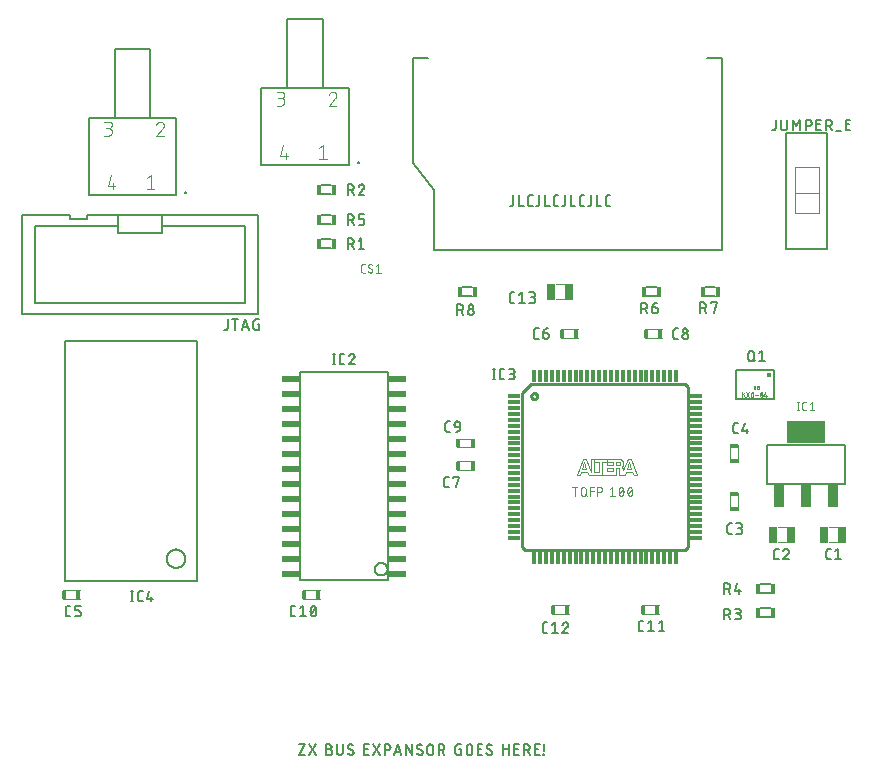
<source format=gto>
G04 EAGLE Gerber RS-274X export*
G75*
%MOMM*%
%FSLAX34Y34*%
%LPD*%
%INSilkscreen Top*%
%IPPOS*%
%AMOC8*
5,1,8,0,0,1.08239X$1,22.5*%
G01*
%ADD10C,0.127000*%
%ADD11C,0.101600*%
%ADD12R,0.750100X1.450100*%
%ADD13C,0.152400*%
%ADD14R,1.524000X0.508000*%
%ADD15R,0.406400X0.863600*%
%ADD16R,0.350000X0.800000*%
%ADD17C,0.200000*%
%ADD18C,0.254000*%
%ADD19C,0.050800*%
%ADD20C,0.076200*%
%ADD21R,1.049800X0.300200*%
%ADD22R,1.049800X0.300000*%
%ADD23R,0.300200X1.049800*%
%ADD24R,0.300000X1.049800*%
%ADD25C,0.203200*%
%ADD26R,0.800000X0.350000*%
%ADD27C,0.400000*%
%ADD28C,0.025400*%
%ADD29R,3.200400X1.854200*%
%ADD30R,0.863600X1.854200*%


D10*
X442974Y477685D02*
X442974Y470770D01*
X442975Y470770D02*
X442973Y470684D01*
X442967Y470598D01*
X442958Y470512D01*
X442945Y470427D01*
X442928Y470342D01*
X442908Y470259D01*
X442884Y470176D01*
X442856Y470094D01*
X442825Y470014D01*
X442790Y469935D01*
X442752Y469858D01*
X442710Y469782D01*
X442666Y469708D01*
X442618Y469637D01*
X442567Y469567D01*
X442513Y469500D01*
X442456Y469435D01*
X442396Y469373D01*
X442334Y469313D01*
X442269Y469256D01*
X442202Y469202D01*
X442132Y469151D01*
X442061Y469103D01*
X441987Y469059D01*
X441911Y469017D01*
X441834Y468979D01*
X441755Y468944D01*
X441675Y468913D01*
X441593Y468885D01*
X441510Y468861D01*
X441427Y468841D01*
X441342Y468824D01*
X441257Y468811D01*
X441171Y468802D01*
X441085Y468796D01*
X440999Y468794D01*
X440999Y468795D02*
X440011Y468795D01*
X447765Y468795D02*
X447765Y477685D01*
X447765Y468795D02*
X451716Y468795D01*
X457303Y468795D02*
X459278Y468795D01*
X457303Y468794D02*
X457217Y468796D01*
X457131Y468802D01*
X457045Y468811D01*
X456960Y468824D01*
X456875Y468841D01*
X456792Y468861D01*
X456709Y468885D01*
X456627Y468913D01*
X456547Y468944D01*
X456468Y468979D01*
X456391Y469017D01*
X456315Y469059D01*
X456241Y469103D01*
X456170Y469151D01*
X456100Y469202D01*
X456033Y469256D01*
X455968Y469313D01*
X455906Y469373D01*
X455846Y469435D01*
X455789Y469500D01*
X455735Y469567D01*
X455684Y469637D01*
X455636Y469708D01*
X455592Y469782D01*
X455550Y469858D01*
X455512Y469935D01*
X455477Y470014D01*
X455446Y470094D01*
X455418Y470176D01*
X455394Y470259D01*
X455374Y470342D01*
X455357Y470427D01*
X455344Y470512D01*
X455335Y470598D01*
X455329Y470684D01*
X455327Y470770D01*
X455327Y475709D01*
X455329Y475798D01*
X455335Y475886D01*
X455345Y475974D01*
X455359Y476062D01*
X455377Y476149D01*
X455398Y476235D01*
X455424Y476320D01*
X455453Y476403D01*
X455486Y476486D01*
X455523Y476566D01*
X455563Y476645D01*
X455607Y476722D01*
X455654Y476798D01*
X455704Y476870D01*
X455758Y476941D01*
X455815Y477009D01*
X455875Y477075D01*
X455937Y477137D01*
X456003Y477197D01*
X456071Y477254D01*
X456142Y477308D01*
X456214Y477358D01*
X456289Y477405D01*
X456367Y477449D01*
X456446Y477489D01*
X456526Y477526D01*
X456609Y477559D01*
X456692Y477588D01*
X456777Y477614D01*
X456863Y477635D01*
X456950Y477653D01*
X457038Y477667D01*
X457126Y477677D01*
X457214Y477683D01*
X457303Y477685D01*
X459278Y477685D01*
X464920Y477685D02*
X464920Y470770D01*
X464918Y470684D01*
X464912Y470598D01*
X464903Y470512D01*
X464890Y470427D01*
X464873Y470342D01*
X464853Y470259D01*
X464829Y470176D01*
X464801Y470094D01*
X464770Y470014D01*
X464735Y469935D01*
X464697Y469858D01*
X464655Y469782D01*
X464611Y469708D01*
X464563Y469637D01*
X464512Y469567D01*
X464458Y469500D01*
X464401Y469435D01*
X464341Y469373D01*
X464279Y469313D01*
X464214Y469256D01*
X464147Y469202D01*
X464077Y469151D01*
X464006Y469103D01*
X463932Y469059D01*
X463856Y469017D01*
X463779Y468979D01*
X463700Y468944D01*
X463620Y468913D01*
X463538Y468885D01*
X463455Y468861D01*
X463372Y468841D01*
X463287Y468824D01*
X463202Y468811D01*
X463116Y468802D01*
X463030Y468796D01*
X462944Y468794D01*
X462944Y468795D02*
X461957Y468795D01*
X469710Y468795D02*
X469710Y477685D01*
X469710Y468795D02*
X473661Y468795D01*
X479248Y468795D02*
X481224Y468795D01*
X479248Y468794D02*
X479162Y468796D01*
X479076Y468802D01*
X478990Y468811D01*
X478905Y468824D01*
X478820Y468841D01*
X478737Y468861D01*
X478654Y468885D01*
X478572Y468913D01*
X478492Y468944D01*
X478413Y468979D01*
X478336Y469017D01*
X478260Y469059D01*
X478186Y469103D01*
X478115Y469151D01*
X478045Y469202D01*
X477978Y469256D01*
X477913Y469313D01*
X477851Y469373D01*
X477791Y469435D01*
X477734Y469500D01*
X477680Y469567D01*
X477629Y469637D01*
X477581Y469708D01*
X477537Y469782D01*
X477495Y469858D01*
X477457Y469935D01*
X477422Y470014D01*
X477391Y470094D01*
X477363Y470176D01*
X477339Y470259D01*
X477319Y470342D01*
X477302Y470427D01*
X477289Y470512D01*
X477280Y470598D01*
X477274Y470684D01*
X477272Y470770D01*
X477273Y470770D02*
X477273Y475709D01*
X477272Y475709D02*
X477274Y475798D01*
X477280Y475886D01*
X477290Y475974D01*
X477304Y476062D01*
X477322Y476149D01*
X477343Y476235D01*
X477369Y476320D01*
X477398Y476403D01*
X477431Y476486D01*
X477468Y476566D01*
X477508Y476645D01*
X477552Y476722D01*
X477599Y476798D01*
X477649Y476870D01*
X477703Y476941D01*
X477760Y477009D01*
X477820Y477075D01*
X477882Y477137D01*
X477948Y477197D01*
X478016Y477254D01*
X478087Y477308D01*
X478159Y477358D01*
X478234Y477405D01*
X478312Y477449D01*
X478391Y477489D01*
X478471Y477526D01*
X478554Y477559D01*
X478637Y477588D01*
X478722Y477614D01*
X478808Y477635D01*
X478895Y477653D01*
X478983Y477667D01*
X479071Y477677D01*
X479159Y477683D01*
X479248Y477685D01*
X481224Y477685D01*
X486865Y477685D02*
X486865Y470770D01*
X486866Y470770D02*
X486864Y470684D01*
X486858Y470598D01*
X486849Y470512D01*
X486836Y470427D01*
X486819Y470342D01*
X486799Y470259D01*
X486775Y470176D01*
X486747Y470094D01*
X486716Y470014D01*
X486681Y469935D01*
X486643Y469858D01*
X486601Y469782D01*
X486557Y469708D01*
X486509Y469637D01*
X486458Y469567D01*
X486404Y469500D01*
X486347Y469435D01*
X486287Y469373D01*
X486225Y469313D01*
X486160Y469256D01*
X486093Y469202D01*
X486023Y469151D01*
X485952Y469103D01*
X485878Y469059D01*
X485802Y469017D01*
X485725Y468979D01*
X485646Y468944D01*
X485566Y468913D01*
X485484Y468885D01*
X485401Y468861D01*
X485318Y468841D01*
X485233Y468824D01*
X485148Y468811D01*
X485062Y468802D01*
X484976Y468796D01*
X484890Y468794D01*
X484890Y468795D02*
X483902Y468795D01*
X491656Y468795D02*
X491656Y477685D01*
X491656Y468795D02*
X495607Y468795D01*
X501194Y468795D02*
X503169Y468795D01*
X501194Y468794D02*
X501108Y468796D01*
X501022Y468802D01*
X500936Y468811D01*
X500851Y468824D01*
X500766Y468841D01*
X500683Y468861D01*
X500600Y468885D01*
X500518Y468913D01*
X500438Y468944D01*
X500359Y468979D01*
X500282Y469017D01*
X500206Y469059D01*
X500132Y469103D01*
X500061Y469151D01*
X499991Y469202D01*
X499924Y469256D01*
X499859Y469313D01*
X499797Y469373D01*
X499737Y469435D01*
X499680Y469500D01*
X499626Y469567D01*
X499575Y469637D01*
X499527Y469708D01*
X499483Y469782D01*
X499441Y469858D01*
X499403Y469935D01*
X499368Y470014D01*
X499337Y470094D01*
X499309Y470176D01*
X499285Y470259D01*
X499265Y470342D01*
X499248Y470427D01*
X499235Y470512D01*
X499226Y470598D01*
X499220Y470684D01*
X499218Y470770D01*
X499218Y475709D01*
X499220Y475798D01*
X499226Y475886D01*
X499236Y475974D01*
X499250Y476062D01*
X499268Y476149D01*
X499289Y476235D01*
X499315Y476320D01*
X499344Y476403D01*
X499377Y476486D01*
X499414Y476566D01*
X499454Y476645D01*
X499498Y476722D01*
X499545Y476798D01*
X499595Y476870D01*
X499649Y476941D01*
X499706Y477009D01*
X499766Y477075D01*
X499828Y477137D01*
X499894Y477197D01*
X499962Y477254D01*
X500033Y477308D01*
X500105Y477358D01*
X500180Y477405D01*
X500258Y477449D01*
X500337Y477489D01*
X500417Y477526D01*
X500500Y477559D01*
X500583Y477588D01*
X500668Y477614D01*
X500754Y477635D01*
X500841Y477653D01*
X500929Y477667D01*
X501017Y477677D01*
X501105Y477683D01*
X501194Y477685D01*
X503169Y477685D01*
X508811Y477685D02*
X508811Y470770D01*
X508809Y470684D01*
X508803Y470598D01*
X508794Y470512D01*
X508781Y470427D01*
X508764Y470342D01*
X508744Y470259D01*
X508720Y470176D01*
X508692Y470094D01*
X508661Y470014D01*
X508626Y469935D01*
X508588Y469858D01*
X508546Y469782D01*
X508502Y469708D01*
X508454Y469637D01*
X508403Y469567D01*
X508349Y469500D01*
X508292Y469435D01*
X508232Y469373D01*
X508170Y469313D01*
X508105Y469256D01*
X508038Y469202D01*
X507968Y469151D01*
X507897Y469103D01*
X507823Y469059D01*
X507747Y469017D01*
X507670Y468979D01*
X507591Y468944D01*
X507511Y468913D01*
X507429Y468885D01*
X507346Y468861D01*
X507263Y468841D01*
X507178Y468824D01*
X507093Y468811D01*
X507007Y468802D01*
X506921Y468796D01*
X506835Y468794D01*
X506835Y468795D02*
X505847Y468795D01*
X513601Y468795D02*
X513601Y477685D01*
X513601Y468795D02*
X517552Y468795D01*
X523139Y468795D02*
X525115Y468795D01*
X523139Y468794D02*
X523053Y468796D01*
X522967Y468802D01*
X522881Y468811D01*
X522796Y468824D01*
X522711Y468841D01*
X522628Y468861D01*
X522545Y468885D01*
X522463Y468913D01*
X522383Y468944D01*
X522304Y468979D01*
X522227Y469017D01*
X522151Y469059D01*
X522077Y469103D01*
X522006Y469151D01*
X521936Y469202D01*
X521869Y469256D01*
X521804Y469313D01*
X521742Y469373D01*
X521682Y469435D01*
X521625Y469500D01*
X521571Y469567D01*
X521520Y469637D01*
X521472Y469708D01*
X521428Y469782D01*
X521386Y469858D01*
X521348Y469935D01*
X521313Y470014D01*
X521282Y470094D01*
X521254Y470176D01*
X521230Y470259D01*
X521210Y470342D01*
X521193Y470427D01*
X521180Y470512D01*
X521171Y470598D01*
X521165Y470684D01*
X521163Y470770D01*
X521164Y470770D02*
X521164Y475709D01*
X521163Y475709D02*
X521165Y475798D01*
X521171Y475886D01*
X521181Y475974D01*
X521195Y476062D01*
X521213Y476149D01*
X521234Y476235D01*
X521260Y476320D01*
X521289Y476403D01*
X521322Y476486D01*
X521359Y476566D01*
X521399Y476645D01*
X521443Y476722D01*
X521490Y476798D01*
X521540Y476870D01*
X521594Y476941D01*
X521651Y477009D01*
X521711Y477075D01*
X521773Y477137D01*
X521839Y477197D01*
X521907Y477254D01*
X521978Y477308D01*
X522050Y477358D01*
X522125Y477405D01*
X522203Y477449D01*
X522282Y477489D01*
X522362Y477526D01*
X522445Y477559D01*
X522528Y477588D01*
X522613Y477614D01*
X522699Y477635D01*
X522786Y477653D01*
X522874Y477667D01*
X522962Y477677D01*
X523050Y477683D01*
X523139Y477685D01*
X525115Y477685D01*
X266321Y12911D02*
X261382Y12911D01*
X266321Y12911D02*
X261382Y4021D01*
X266321Y4021D01*
X269728Y4021D02*
X275654Y12911D01*
X269728Y12911D02*
X275654Y4021D01*
X284721Y8960D02*
X287190Y8960D01*
X287288Y8958D01*
X287386Y8952D01*
X287484Y8942D01*
X287581Y8929D01*
X287678Y8911D01*
X287774Y8890D01*
X287868Y8865D01*
X287962Y8836D01*
X288055Y8804D01*
X288146Y8767D01*
X288236Y8728D01*
X288324Y8684D01*
X288410Y8637D01*
X288495Y8587D01*
X288577Y8534D01*
X288657Y8477D01*
X288735Y8417D01*
X288810Y8354D01*
X288883Y8288D01*
X288953Y8219D01*
X289020Y8148D01*
X289085Y8074D01*
X289146Y7997D01*
X289205Y7918D01*
X289260Y7837D01*
X289312Y7754D01*
X289360Y7668D01*
X289405Y7581D01*
X289447Y7492D01*
X289485Y7402D01*
X289519Y7310D01*
X289550Y7217D01*
X289577Y7122D01*
X289600Y7027D01*
X289620Y6930D01*
X289635Y6834D01*
X289647Y6736D01*
X289655Y6638D01*
X289659Y6540D01*
X289659Y6442D01*
X289655Y6344D01*
X289647Y6246D01*
X289635Y6148D01*
X289620Y6052D01*
X289600Y5955D01*
X289577Y5860D01*
X289550Y5765D01*
X289519Y5672D01*
X289485Y5580D01*
X289447Y5490D01*
X289405Y5401D01*
X289360Y5314D01*
X289312Y5228D01*
X289260Y5145D01*
X289205Y5064D01*
X289146Y4985D01*
X289085Y4908D01*
X289020Y4834D01*
X288953Y4763D01*
X288883Y4694D01*
X288810Y4628D01*
X288735Y4565D01*
X288657Y4505D01*
X288577Y4448D01*
X288495Y4395D01*
X288410Y4345D01*
X288324Y4298D01*
X288236Y4254D01*
X288146Y4215D01*
X288055Y4178D01*
X287962Y4146D01*
X287868Y4117D01*
X287774Y4092D01*
X287678Y4071D01*
X287581Y4053D01*
X287484Y4040D01*
X287386Y4030D01*
X287288Y4024D01*
X287190Y4022D01*
X287190Y4021D02*
X284721Y4021D01*
X284721Y12911D01*
X287190Y12911D01*
X287190Y12912D02*
X287277Y12910D01*
X287365Y12904D01*
X287452Y12895D01*
X287538Y12881D01*
X287624Y12864D01*
X287708Y12843D01*
X287792Y12818D01*
X287875Y12789D01*
X287956Y12757D01*
X288036Y12722D01*
X288114Y12683D01*
X288191Y12640D01*
X288265Y12594D01*
X288337Y12545D01*
X288407Y12493D01*
X288475Y12437D01*
X288540Y12379D01*
X288603Y12318D01*
X288662Y12254D01*
X288719Y12187D01*
X288773Y12119D01*
X288824Y12047D01*
X288871Y11974D01*
X288916Y11899D01*
X288957Y11821D01*
X288994Y11742D01*
X289028Y11662D01*
X289058Y11580D01*
X289085Y11497D01*
X289108Y11412D01*
X289127Y11327D01*
X289142Y11241D01*
X289154Y11154D01*
X289162Y11067D01*
X289166Y10980D01*
X289166Y10892D01*
X289162Y10805D01*
X289154Y10718D01*
X289142Y10631D01*
X289127Y10545D01*
X289108Y10460D01*
X289085Y10375D01*
X289058Y10292D01*
X289028Y10210D01*
X288994Y10130D01*
X288957Y10051D01*
X288916Y9973D01*
X288871Y9898D01*
X288824Y9825D01*
X288773Y9753D01*
X288719Y9685D01*
X288662Y9618D01*
X288603Y9554D01*
X288540Y9493D01*
X288475Y9435D01*
X288407Y9379D01*
X288337Y9327D01*
X288265Y9278D01*
X288191Y9232D01*
X288114Y9189D01*
X288036Y9150D01*
X287956Y9115D01*
X287875Y9083D01*
X287792Y9054D01*
X287708Y9029D01*
X287624Y9008D01*
X287538Y8991D01*
X287452Y8977D01*
X287365Y8968D01*
X287277Y8962D01*
X287190Y8960D01*
X293691Y6491D02*
X293691Y12911D01*
X293691Y6491D02*
X293693Y6393D01*
X293699Y6295D01*
X293709Y6197D01*
X293722Y6100D01*
X293740Y6003D01*
X293761Y5907D01*
X293786Y5813D01*
X293815Y5719D01*
X293847Y5626D01*
X293884Y5535D01*
X293923Y5445D01*
X293967Y5357D01*
X294014Y5271D01*
X294064Y5186D01*
X294117Y5104D01*
X294174Y5024D01*
X294234Y4946D01*
X294297Y4871D01*
X294363Y4798D01*
X294432Y4728D01*
X294503Y4661D01*
X294577Y4596D01*
X294654Y4535D01*
X294733Y4476D01*
X294814Y4421D01*
X294897Y4369D01*
X294983Y4321D01*
X295070Y4276D01*
X295159Y4234D01*
X295249Y4196D01*
X295341Y4162D01*
X295434Y4131D01*
X295529Y4104D01*
X295624Y4081D01*
X295721Y4061D01*
X295817Y4046D01*
X295915Y4034D01*
X296013Y4026D01*
X296111Y4022D01*
X296209Y4022D01*
X296307Y4026D01*
X296405Y4034D01*
X296503Y4046D01*
X296599Y4061D01*
X296696Y4081D01*
X296791Y4104D01*
X296886Y4131D01*
X296979Y4162D01*
X297071Y4196D01*
X297161Y4234D01*
X297250Y4276D01*
X297337Y4321D01*
X297423Y4369D01*
X297506Y4421D01*
X297587Y4476D01*
X297666Y4535D01*
X297743Y4596D01*
X297817Y4661D01*
X297888Y4728D01*
X297957Y4798D01*
X298023Y4871D01*
X298086Y4946D01*
X298146Y5024D01*
X298203Y5104D01*
X298256Y5186D01*
X298306Y5271D01*
X298353Y5357D01*
X298397Y5445D01*
X298436Y5535D01*
X298473Y5626D01*
X298505Y5719D01*
X298534Y5813D01*
X298559Y5907D01*
X298580Y6003D01*
X298598Y6100D01*
X298611Y6197D01*
X298621Y6295D01*
X298627Y6393D01*
X298629Y6491D01*
X298630Y6491D02*
X298630Y12911D01*
X305798Y4021D02*
X305884Y4023D01*
X305970Y4029D01*
X306056Y4038D01*
X306141Y4051D01*
X306226Y4068D01*
X306309Y4088D01*
X306392Y4112D01*
X306474Y4140D01*
X306554Y4171D01*
X306633Y4206D01*
X306710Y4244D01*
X306786Y4286D01*
X306860Y4330D01*
X306931Y4378D01*
X307001Y4429D01*
X307068Y4483D01*
X307133Y4540D01*
X307195Y4600D01*
X307255Y4662D01*
X307312Y4727D01*
X307366Y4794D01*
X307417Y4864D01*
X307465Y4935D01*
X307509Y5009D01*
X307551Y5085D01*
X307589Y5162D01*
X307624Y5241D01*
X307655Y5321D01*
X307683Y5403D01*
X307707Y5486D01*
X307727Y5569D01*
X307744Y5654D01*
X307757Y5739D01*
X307766Y5825D01*
X307772Y5911D01*
X307774Y5997D01*
X305798Y4022D02*
X305671Y4024D01*
X305545Y4030D01*
X305418Y4039D01*
X305292Y4053D01*
X305167Y4070D01*
X305042Y4091D01*
X304918Y4116D01*
X304794Y4145D01*
X304672Y4177D01*
X304550Y4213D01*
X304430Y4253D01*
X304311Y4296D01*
X304193Y4343D01*
X304077Y4394D01*
X303962Y4448D01*
X303849Y4505D01*
X303738Y4566D01*
X303629Y4630D01*
X303522Y4698D01*
X303416Y4768D01*
X303313Y4842D01*
X303213Y4919D01*
X303115Y4999D01*
X303019Y5082D01*
X302926Y5168D01*
X302835Y5257D01*
X303081Y10936D02*
X303083Y11022D01*
X303089Y11108D01*
X303098Y11194D01*
X303111Y11279D01*
X303128Y11364D01*
X303148Y11447D01*
X303172Y11530D01*
X303200Y11612D01*
X303231Y11692D01*
X303266Y11771D01*
X303304Y11848D01*
X303346Y11924D01*
X303390Y11998D01*
X303438Y12069D01*
X303489Y12139D01*
X303543Y12206D01*
X303600Y12271D01*
X303660Y12333D01*
X303722Y12393D01*
X303787Y12450D01*
X303854Y12504D01*
X303924Y12555D01*
X303995Y12603D01*
X304069Y12647D01*
X304145Y12689D01*
X304222Y12727D01*
X304301Y12762D01*
X304381Y12793D01*
X304463Y12821D01*
X304546Y12845D01*
X304629Y12865D01*
X304714Y12882D01*
X304799Y12895D01*
X304885Y12904D01*
X304971Y12910D01*
X305057Y12912D01*
X305057Y12911D02*
X305176Y12909D01*
X305295Y12903D01*
X305414Y12894D01*
X305532Y12880D01*
X305650Y12863D01*
X305768Y12842D01*
X305884Y12817D01*
X306000Y12789D01*
X306115Y12757D01*
X306228Y12721D01*
X306341Y12681D01*
X306452Y12638D01*
X306562Y12592D01*
X306670Y12542D01*
X306776Y12488D01*
X306881Y12431D01*
X306983Y12371D01*
X307084Y12307D01*
X307183Y12240D01*
X307279Y12170D01*
X304070Y9208D02*
X303996Y9253D01*
X303924Y9302D01*
X303854Y9354D01*
X303787Y9409D01*
X303722Y9467D01*
X303660Y9527D01*
X303601Y9590D01*
X303544Y9656D01*
X303490Y9724D01*
X303439Y9794D01*
X303391Y9866D01*
X303346Y9941D01*
X303305Y10017D01*
X303267Y10095D01*
X303232Y10175D01*
X303201Y10256D01*
X303173Y10338D01*
X303149Y10421D01*
X303129Y10505D01*
X303112Y10591D01*
X303099Y10676D01*
X303090Y10763D01*
X303084Y10849D01*
X303082Y10936D01*
X306785Y7725D02*
X306859Y7680D01*
X306931Y7631D01*
X307001Y7579D01*
X307068Y7524D01*
X307133Y7466D01*
X307195Y7406D01*
X307255Y7343D01*
X307311Y7277D01*
X307365Y7209D01*
X307416Y7139D01*
X307464Y7067D01*
X307509Y6992D01*
X307550Y6916D01*
X307588Y6838D01*
X307623Y6758D01*
X307654Y6677D01*
X307682Y6595D01*
X307706Y6512D01*
X307726Y6428D01*
X307743Y6342D01*
X307756Y6257D01*
X307765Y6170D01*
X307771Y6084D01*
X307773Y5997D01*
X306786Y7725D02*
X304070Y9207D01*
X316879Y4021D02*
X320830Y4021D01*
X316879Y4021D02*
X316879Y12911D01*
X320830Y12911D01*
X319842Y8960D02*
X316879Y8960D01*
X323982Y4021D02*
X329908Y12911D01*
X323982Y12911D02*
X329908Y4021D01*
X334098Y4021D02*
X334098Y12911D01*
X336567Y12911D01*
X336665Y12909D01*
X336763Y12903D01*
X336861Y12893D01*
X336958Y12880D01*
X337055Y12862D01*
X337151Y12841D01*
X337245Y12816D01*
X337339Y12787D01*
X337432Y12755D01*
X337523Y12718D01*
X337613Y12679D01*
X337701Y12635D01*
X337787Y12588D01*
X337872Y12538D01*
X337954Y12485D01*
X338034Y12428D01*
X338112Y12368D01*
X338187Y12305D01*
X338260Y12239D01*
X338330Y12170D01*
X338397Y12099D01*
X338462Y12025D01*
X338523Y11948D01*
X338582Y11869D01*
X338637Y11788D01*
X338689Y11705D01*
X338737Y11619D01*
X338782Y11532D01*
X338824Y11443D01*
X338862Y11353D01*
X338896Y11261D01*
X338927Y11168D01*
X338954Y11073D01*
X338977Y10978D01*
X338997Y10881D01*
X339012Y10785D01*
X339024Y10687D01*
X339032Y10589D01*
X339036Y10491D01*
X339036Y10393D01*
X339032Y10295D01*
X339024Y10197D01*
X339012Y10099D01*
X338997Y10003D01*
X338977Y9906D01*
X338954Y9811D01*
X338927Y9716D01*
X338896Y9623D01*
X338862Y9531D01*
X338824Y9441D01*
X338782Y9352D01*
X338737Y9265D01*
X338689Y9179D01*
X338637Y9096D01*
X338582Y9015D01*
X338523Y8936D01*
X338462Y8859D01*
X338397Y8785D01*
X338330Y8714D01*
X338260Y8645D01*
X338187Y8579D01*
X338112Y8516D01*
X338034Y8456D01*
X337954Y8399D01*
X337872Y8346D01*
X337787Y8296D01*
X337701Y8249D01*
X337613Y8205D01*
X337523Y8166D01*
X337432Y8129D01*
X337339Y8097D01*
X337245Y8068D01*
X337151Y8043D01*
X337055Y8022D01*
X336958Y8004D01*
X336861Y7991D01*
X336763Y7981D01*
X336665Y7975D01*
X336567Y7973D01*
X336567Y7972D02*
X334098Y7972D01*
X342270Y4021D02*
X345233Y12911D01*
X348196Y4021D01*
X347455Y6244D02*
X343010Y6244D01*
X352212Y4021D02*
X352212Y12911D01*
X357151Y4021D01*
X357151Y12911D01*
X364320Y4021D02*
X364406Y4023D01*
X364492Y4029D01*
X364578Y4038D01*
X364663Y4051D01*
X364748Y4068D01*
X364831Y4088D01*
X364914Y4112D01*
X364996Y4140D01*
X365076Y4171D01*
X365155Y4206D01*
X365232Y4244D01*
X365308Y4286D01*
X365382Y4330D01*
X365453Y4378D01*
X365523Y4429D01*
X365590Y4483D01*
X365655Y4540D01*
X365717Y4600D01*
X365777Y4662D01*
X365834Y4727D01*
X365888Y4794D01*
X365939Y4864D01*
X365987Y4935D01*
X366031Y5009D01*
X366073Y5085D01*
X366111Y5162D01*
X366146Y5241D01*
X366177Y5321D01*
X366205Y5403D01*
X366229Y5486D01*
X366249Y5569D01*
X366266Y5654D01*
X366279Y5739D01*
X366288Y5825D01*
X366294Y5911D01*
X366296Y5997D01*
X364320Y4022D02*
X364193Y4024D01*
X364067Y4030D01*
X363940Y4039D01*
X363814Y4053D01*
X363689Y4070D01*
X363564Y4091D01*
X363440Y4116D01*
X363316Y4145D01*
X363194Y4177D01*
X363072Y4213D01*
X362952Y4253D01*
X362833Y4296D01*
X362715Y4343D01*
X362599Y4394D01*
X362484Y4448D01*
X362371Y4505D01*
X362260Y4566D01*
X362151Y4630D01*
X362044Y4698D01*
X361938Y4768D01*
X361835Y4842D01*
X361735Y4919D01*
X361637Y4999D01*
X361541Y5082D01*
X361448Y5168D01*
X361357Y5257D01*
X361603Y10936D02*
X361605Y11022D01*
X361611Y11108D01*
X361620Y11194D01*
X361633Y11279D01*
X361650Y11364D01*
X361670Y11447D01*
X361694Y11530D01*
X361722Y11612D01*
X361753Y11692D01*
X361788Y11771D01*
X361826Y11848D01*
X361868Y11924D01*
X361912Y11998D01*
X361960Y12069D01*
X362011Y12139D01*
X362065Y12206D01*
X362122Y12271D01*
X362182Y12333D01*
X362244Y12393D01*
X362309Y12450D01*
X362376Y12504D01*
X362446Y12555D01*
X362517Y12603D01*
X362591Y12647D01*
X362667Y12689D01*
X362744Y12727D01*
X362823Y12762D01*
X362903Y12793D01*
X362985Y12821D01*
X363068Y12845D01*
X363151Y12865D01*
X363236Y12882D01*
X363321Y12895D01*
X363407Y12904D01*
X363493Y12910D01*
X363579Y12912D01*
X363579Y12911D02*
X363698Y12909D01*
X363817Y12903D01*
X363936Y12894D01*
X364054Y12880D01*
X364172Y12863D01*
X364290Y12842D01*
X364406Y12817D01*
X364522Y12789D01*
X364637Y12757D01*
X364750Y12721D01*
X364863Y12681D01*
X364974Y12638D01*
X365084Y12592D01*
X365192Y12542D01*
X365298Y12488D01*
X365403Y12431D01*
X365505Y12371D01*
X365606Y12307D01*
X365705Y12240D01*
X365801Y12170D01*
X362592Y9208D02*
X362518Y9253D01*
X362446Y9302D01*
X362376Y9354D01*
X362309Y9409D01*
X362244Y9467D01*
X362182Y9527D01*
X362123Y9590D01*
X362066Y9656D01*
X362012Y9724D01*
X361961Y9794D01*
X361913Y9866D01*
X361868Y9941D01*
X361827Y10017D01*
X361789Y10095D01*
X361754Y10175D01*
X361723Y10256D01*
X361695Y10338D01*
X361671Y10421D01*
X361651Y10505D01*
X361634Y10591D01*
X361621Y10676D01*
X361612Y10763D01*
X361606Y10849D01*
X361604Y10936D01*
X365307Y7725D02*
X365381Y7680D01*
X365453Y7631D01*
X365523Y7579D01*
X365590Y7524D01*
X365655Y7466D01*
X365717Y7406D01*
X365777Y7343D01*
X365833Y7277D01*
X365887Y7209D01*
X365938Y7139D01*
X365986Y7067D01*
X366031Y6992D01*
X366072Y6916D01*
X366110Y6838D01*
X366145Y6758D01*
X366176Y6677D01*
X366204Y6595D01*
X366228Y6512D01*
X366248Y6428D01*
X366265Y6342D01*
X366278Y6257D01*
X366287Y6170D01*
X366293Y6084D01*
X366295Y5997D01*
X365307Y7725D02*
X362591Y9207D01*
X370195Y10442D02*
X370195Y6491D01*
X370196Y10442D02*
X370198Y10540D01*
X370204Y10638D01*
X370214Y10736D01*
X370227Y10833D01*
X370245Y10930D01*
X370266Y11026D01*
X370291Y11120D01*
X370320Y11214D01*
X370352Y11307D01*
X370389Y11398D01*
X370428Y11488D01*
X370472Y11576D01*
X370519Y11662D01*
X370569Y11747D01*
X370622Y11829D01*
X370679Y11909D01*
X370739Y11987D01*
X370802Y12062D01*
X370868Y12135D01*
X370937Y12205D01*
X371008Y12272D01*
X371082Y12337D01*
X371159Y12398D01*
X371238Y12457D01*
X371319Y12512D01*
X371402Y12564D01*
X371488Y12612D01*
X371575Y12657D01*
X371664Y12699D01*
X371754Y12737D01*
X371846Y12771D01*
X371939Y12802D01*
X372034Y12829D01*
X372129Y12852D01*
X372226Y12872D01*
X372322Y12887D01*
X372420Y12899D01*
X372518Y12907D01*
X372616Y12911D01*
X372714Y12911D01*
X372812Y12907D01*
X372910Y12899D01*
X373008Y12887D01*
X373104Y12872D01*
X373201Y12852D01*
X373296Y12829D01*
X373391Y12802D01*
X373484Y12771D01*
X373576Y12737D01*
X373666Y12699D01*
X373755Y12657D01*
X373842Y12612D01*
X373928Y12564D01*
X374011Y12512D01*
X374092Y12457D01*
X374171Y12398D01*
X374248Y12337D01*
X374322Y12272D01*
X374393Y12205D01*
X374462Y12135D01*
X374528Y12062D01*
X374591Y11987D01*
X374651Y11909D01*
X374708Y11829D01*
X374761Y11747D01*
X374811Y11662D01*
X374858Y11576D01*
X374902Y11488D01*
X374941Y11398D01*
X374978Y11307D01*
X375010Y11214D01*
X375039Y11120D01*
X375064Y11026D01*
X375085Y10930D01*
X375103Y10833D01*
X375116Y10736D01*
X375126Y10638D01*
X375132Y10540D01*
X375134Y10442D01*
X375134Y6491D01*
X375132Y6393D01*
X375126Y6295D01*
X375116Y6197D01*
X375103Y6100D01*
X375085Y6003D01*
X375064Y5907D01*
X375039Y5813D01*
X375010Y5719D01*
X374978Y5626D01*
X374941Y5535D01*
X374902Y5445D01*
X374858Y5357D01*
X374811Y5271D01*
X374761Y5186D01*
X374708Y5104D01*
X374651Y5024D01*
X374591Y4946D01*
X374528Y4871D01*
X374462Y4798D01*
X374393Y4728D01*
X374322Y4661D01*
X374248Y4596D01*
X374171Y4535D01*
X374092Y4476D01*
X374011Y4421D01*
X373928Y4369D01*
X373842Y4321D01*
X373755Y4276D01*
X373666Y4234D01*
X373576Y4196D01*
X373484Y4162D01*
X373391Y4131D01*
X373296Y4104D01*
X373201Y4081D01*
X373104Y4061D01*
X373008Y4046D01*
X372910Y4034D01*
X372812Y4026D01*
X372714Y4022D01*
X372616Y4022D01*
X372518Y4026D01*
X372420Y4034D01*
X372322Y4046D01*
X372226Y4061D01*
X372129Y4081D01*
X372034Y4104D01*
X371939Y4131D01*
X371846Y4162D01*
X371754Y4196D01*
X371664Y4234D01*
X371575Y4276D01*
X371488Y4321D01*
X371402Y4369D01*
X371319Y4421D01*
X371238Y4476D01*
X371159Y4535D01*
X371082Y4596D01*
X371008Y4661D01*
X370937Y4728D01*
X370868Y4798D01*
X370802Y4871D01*
X370739Y4946D01*
X370679Y5024D01*
X370622Y5104D01*
X370569Y5186D01*
X370519Y5271D01*
X370472Y5357D01*
X370428Y5445D01*
X370389Y5535D01*
X370352Y5626D01*
X370320Y5719D01*
X370291Y5813D01*
X370266Y5907D01*
X370245Y6003D01*
X370227Y6100D01*
X370214Y6197D01*
X370204Y6295D01*
X370198Y6393D01*
X370196Y6491D01*
X379720Y4021D02*
X379720Y12911D01*
X382189Y12911D01*
X382287Y12909D01*
X382385Y12903D01*
X382483Y12893D01*
X382580Y12880D01*
X382677Y12862D01*
X382773Y12841D01*
X382867Y12816D01*
X382961Y12787D01*
X383054Y12755D01*
X383145Y12718D01*
X383235Y12679D01*
X383323Y12635D01*
X383409Y12588D01*
X383494Y12538D01*
X383576Y12485D01*
X383656Y12428D01*
X383734Y12368D01*
X383809Y12305D01*
X383882Y12239D01*
X383952Y12170D01*
X384019Y12099D01*
X384084Y12025D01*
X384145Y11948D01*
X384204Y11869D01*
X384259Y11788D01*
X384311Y11705D01*
X384359Y11619D01*
X384404Y11532D01*
X384446Y11443D01*
X384484Y11353D01*
X384518Y11261D01*
X384549Y11168D01*
X384576Y11073D01*
X384599Y10978D01*
X384619Y10881D01*
X384634Y10785D01*
X384646Y10687D01*
X384654Y10589D01*
X384658Y10491D01*
X384658Y10393D01*
X384654Y10295D01*
X384646Y10197D01*
X384634Y10099D01*
X384619Y10003D01*
X384599Y9906D01*
X384576Y9811D01*
X384549Y9716D01*
X384518Y9623D01*
X384484Y9531D01*
X384446Y9441D01*
X384404Y9352D01*
X384359Y9265D01*
X384311Y9179D01*
X384259Y9096D01*
X384204Y9015D01*
X384145Y8936D01*
X384084Y8859D01*
X384019Y8785D01*
X383952Y8714D01*
X383882Y8645D01*
X383809Y8579D01*
X383734Y8516D01*
X383656Y8456D01*
X383576Y8399D01*
X383494Y8346D01*
X383409Y8296D01*
X383323Y8249D01*
X383235Y8205D01*
X383145Y8166D01*
X383054Y8129D01*
X382961Y8097D01*
X382867Y8068D01*
X382773Y8043D01*
X382677Y8022D01*
X382580Y8004D01*
X382483Y7991D01*
X382385Y7981D01*
X382287Y7975D01*
X382189Y7973D01*
X382189Y7972D02*
X379720Y7972D01*
X382683Y7972D02*
X384659Y4021D01*
X397427Y8960D02*
X398909Y8960D01*
X398909Y4021D01*
X395945Y4021D01*
X395859Y4023D01*
X395773Y4029D01*
X395687Y4038D01*
X395602Y4051D01*
X395517Y4068D01*
X395434Y4088D01*
X395351Y4112D01*
X395269Y4140D01*
X395189Y4171D01*
X395110Y4206D01*
X395033Y4244D01*
X394957Y4286D01*
X394883Y4330D01*
X394812Y4378D01*
X394742Y4429D01*
X394675Y4483D01*
X394610Y4540D01*
X394548Y4600D01*
X394488Y4662D01*
X394431Y4727D01*
X394377Y4794D01*
X394326Y4864D01*
X394278Y4935D01*
X394234Y5009D01*
X394192Y5085D01*
X394154Y5162D01*
X394119Y5241D01*
X394088Y5321D01*
X394060Y5403D01*
X394036Y5486D01*
X394016Y5569D01*
X393999Y5654D01*
X393986Y5739D01*
X393977Y5825D01*
X393971Y5911D01*
X393969Y5997D01*
X393970Y5997D02*
X393970Y10936D01*
X393969Y10936D02*
X393971Y11025D01*
X393977Y11113D01*
X393987Y11201D01*
X394001Y11289D01*
X394019Y11376D01*
X394040Y11462D01*
X394066Y11547D01*
X394095Y11630D01*
X394128Y11713D01*
X394165Y11793D01*
X394205Y11872D01*
X394249Y11949D01*
X394296Y12025D01*
X394346Y12097D01*
X394400Y12168D01*
X394457Y12236D01*
X394517Y12302D01*
X394579Y12364D01*
X394645Y12424D01*
X394713Y12481D01*
X394784Y12535D01*
X394856Y12585D01*
X394931Y12632D01*
X395009Y12676D01*
X395088Y12716D01*
X395168Y12753D01*
X395251Y12786D01*
X395334Y12815D01*
X395419Y12841D01*
X395505Y12862D01*
X395592Y12880D01*
X395680Y12894D01*
X395768Y12904D01*
X395856Y12910D01*
X395945Y12912D01*
X395945Y12911D02*
X398909Y12911D01*
X403419Y10442D02*
X403419Y6491D01*
X403419Y10442D02*
X403421Y10540D01*
X403427Y10638D01*
X403437Y10736D01*
X403450Y10833D01*
X403468Y10930D01*
X403489Y11026D01*
X403514Y11120D01*
X403543Y11214D01*
X403575Y11307D01*
X403612Y11398D01*
X403651Y11488D01*
X403695Y11576D01*
X403742Y11662D01*
X403792Y11747D01*
X403845Y11829D01*
X403902Y11909D01*
X403962Y11987D01*
X404025Y12062D01*
X404091Y12135D01*
X404160Y12205D01*
X404231Y12272D01*
X404305Y12337D01*
X404382Y12398D01*
X404461Y12457D01*
X404542Y12512D01*
X404625Y12564D01*
X404711Y12612D01*
X404798Y12657D01*
X404887Y12699D01*
X404977Y12737D01*
X405069Y12771D01*
X405162Y12802D01*
X405257Y12829D01*
X405352Y12852D01*
X405449Y12872D01*
X405545Y12887D01*
X405643Y12899D01*
X405741Y12907D01*
X405839Y12911D01*
X405937Y12911D01*
X406035Y12907D01*
X406133Y12899D01*
X406231Y12887D01*
X406327Y12872D01*
X406424Y12852D01*
X406519Y12829D01*
X406614Y12802D01*
X406707Y12771D01*
X406799Y12737D01*
X406889Y12699D01*
X406978Y12657D01*
X407065Y12612D01*
X407151Y12564D01*
X407234Y12512D01*
X407315Y12457D01*
X407394Y12398D01*
X407471Y12337D01*
X407545Y12272D01*
X407616Y12205D01*
X407685Y12135D01*
X407751Y12062D01*
X407814Y11987D01*
X407874Y11909D01*
X407931Y11829D01*
X407984Y11747D01*
X408034Y11662D01*
X408081Y11576D01*
X408125Y11488D01*
X408164Y11398D01*
X408201Y11307D01*
X408233Y11214D01*
X408262Y11120D01*
X408287Y11026D01*
X408308Y10930D01*
X408326Y10833D01*
X408339Y10736D01*
X408349Y10638D01*
X408355Y10540D01*
X408357Y10442D01*
X408357Y6491D01*
X408355Y6393D01*
X408349Y6295D01*
X408339Y6197D01*
X408326Y6100D01*
X408308Y6003D01*
X408287Y5907D01*
X408262Y5813D01*
X408233Y5719D01*
X408201Y5626D01*
X408164Y5535D01*
X408125Y5445D01*
X408081Y5357D01*
X408034Y5271D01*
X407984Y5186D01*
X407931Y5104D01*
X407874Y5024D01*
X407814Y4946D01*
X407751Y4871D01*
X407685Y4798D01*
X407616Y4728D01*
X407545Y4661D01*
X407471Y4596D01*
X407394Y4535D01*
X407315Y4476D01*
X407234Y4421D01*
X407151Y4369D01*
X407065Y4321D01*
X406978Y4276D01*
X406889Y4234D01*
X406799Y4196D01*
X406707Y4162D01*
X406614Y4131D01*
X406519Y4104D01*
X406424Y4081D01*
X406327Y4061D01*
X406231Y4046D01*
X406133Y4034D01*
X406035Y4026D01*
X405937Y4022D01*
X405839Y4022D01*
X405741Y4026D01*
X405643Y4034D01*
X405545Y4046D01*
X405449Y4061D01*
X405352Y4081D01*
X405257Y4104D01*
X405162Y4131D01*
X405069Y4162D01*
X404977Y4196D01*
X404887Y4234D01*
X404798Y4276D01*
X404711Y4321D01*
X404625Y4369D01*
X404542Y4421D01*
X404461Y4476D01*
X404382Y4535D01*
X404305Y4596D01*
X404231Y4661D01*
X404160Y4728D01*
X404091Y4798D01*
X404025Y4871D01*
X403962Y4946D01*
X403902Y5024D01*
X403845Y5104D01*
X403792Y5186D01*
X403742Y5271D01*
X403695Y5357D01*
X403651Y5445D01*
X403612Y5535D01*
X403575Y5626D01*
X403543Y5719D01*
X403514Y5813D01*
X403489Y5907D01*
X403468Y6003D01*
X403450Y6100D01*
X403437Y6197D01*
X403427Y6295D01*
X403421Y6393D01*
X403419Y6491D01*
X412891Y4021D02*
X416842Y4021D01*
X412891Y4021D02*
X412891Y12911D01*
X416842Y12911D01*
X415854Y8960D02*
X412891Y8960D01*
X423146Y4021D02*
X423232Y4023D01*
X423318Y4029D01*
X423404Y4038D01*
X423489Y4051D01*
X423574Y4068D01*
X423657Y4088D01*
X423740Y4112D01*
X423822Y4140D01*
X423902Y4171D01*
X423981Y4206D01*
X424058Y4244D01*
X424134Y4286D01*
X424208Y4330D01*
X424279Y4378D01*
X424349Y4429D01*
X424416Y4483D01*
X424481Y4540D01*
X424543Y4600D01*
X424603Y4662D01*
X424660Y4727D01*
X424714Y4794D01*
X424765Y4864D01*
X424813Y4935D01*
X424857Y5009D01*
X424899Y5085D01*
X424937Y5162D01*
X424972Y5241D01*
X425003Y5321D01*
X425031Y5403D01*
X425055Y5486D01*
X425075Y5569D01*
X425092Y5654D01*
X425105Y5739D01*
X425114Y5825D01*
X425120Y5911D01*
X425122Y5997D01*
X423146Y4022D02*
X423019Y4024D01*
X422893Y4030D01*
X422766Y4039D01*
X422640Y4053D01*
X422515Y4070D01*
X422390Y4091D01*
X422266Y4116D01*
X422142Y4145D01*
X422020Y4177D01*
X421898Y4213D01*
X421778Y4253D01*
X421659Y4296D01*
X421541Y4343D01*
X421425Y4394D01*
X421310Y4448D01*
X421197Y4505D01*
X421086Y4566D01*
X420977Y4630D01*
X420870Y4698D01*
X420764Y4768D01*
X420661Y4842D01*
X420561Y4919D01*
X420463Y4999D01*
X420367Y5082D01*
X420274Y5168D01*
X420183Y5257D01*
X420429Y10936D02*
X420431Y11022D01*
X420437Y11108D01*
X420446Y11194D01*
X420459Y11279D01*
X420476Y11364D01*
X420496Y11447D01*
X420520Y11530D01*
X420548Y11612D01*
X420579Y11692D01*
X420614Y11771D01*
X420652Y11848D01*
X420694Y11924D01*
X420738Y11998D01*
X420786Y12069D01*
X420837Y12139D01*
X420891Y12206D01*
X420948Y12271D01*
X421008Y12333D01*
X421070Y12393D01*
X421135Y12450D01*
X421202Y12504D01*
X421272Y12555D01*
X421343Y12603D01*
X421417Y12647D01*
X421493Y12689D01*
X421570Y12727D01*
X421649Y12762D01*
X421729Y12793D01*
X421811Y12821D01*
X421894Y12845D01*
X421977Y12865D01*
X422062Y12882D01*
X422147Y12895D01*
X422233Y12904D01*
X422319Y12910D01*
X422405Y12912D01*
X422405Y12911D02*
X422524Y12909D01*
X422643Y12903D01*
X422762Y12894D01*
X422880Y12880D01*
X422998Y12863D01*
X423116Y12842D01*
X423232Y12817D01*
X423348Y12789D01*
X423463Y12757D01*
X423576Y12721D01*
X423689Y12681D01*
X423800Y12638D01*
X423910Y12592D01*
X424018Y12542D01*
X424124Y12488D01*
X424229Y12431D01*
X424331Y12371D01*
X424432Y12307D01*
X424531Y12240D01*
X424627Y12170D01*
X421418Y9208D02*
X421344Y9253D01*
X421272Y9302D01*
X421202Y9354D01*
X421135Y9409D01*
X421070Y9467D01*
X421008Y9527D01*
X420949Y9590D01*
X420892Y9656D01*
X420838Y9724D01*
X420787Y9794D01*
X420739Y9866D01*
X420694Y9941D01*
X420653Y10017D01*
X420615Y10095D01*
X420580Y10175D01*
X420549Y10256D01*
X420521Y10338D01*
X420497Y10421D01*
X420477Y10505D01*
X420460Y10591D01*
X420447Y10676D01*
X420438Y10763D01*
X420432Y10849D01*
X420430Y10936D01*
X424133Y7725D02*
X424207Y7680D01*
X424279Y7631D01*
X424349Y7579D01*
X424416Y7524D01*
X424481Y7466D01*
X424543Y7406D01*
X424603Y7343D01*
X424659Y7277D01*
X424713Y7209D01*
X424764Y7139D01*
X424812Y7067D01*
X424857Y6992D01*
X424898Y6916D01*
X424936Y6838D01*
X424971Y6758D01*
X425002Y6677D01*
X425030Y6595D01*
X425054Y6512D01*
X425074Y6428D01*
X425091Y6342D01*
X425104Y6257D01*
X425113Y6170D01*
X425119Y6084D01*
X425121Y5997D01*
X424134Y7725D02*
X421417Y9207D01*
X434203Y12911D02*
X434203Y4021D01*
X434203Y8960D02*
X439142Y8960D01*
X439142Y12911D02*
X439142Y4021D01*
X443980Y4021D02*
X447931Y4021D01*
X443980Y4021D02*
X443980Y12911D01*
X447931Y12911D01*
X446943Y8960D02*
X443980Y8960D01*
X451957Y12911D02*
X451957Y4021D01*
X451957Y12911D02*
X454427Y12911D01*
X454525Y12909D01*
X454623Y12903D01*
X454721Y12893D01*
X454818Y12880D01*
X454915Y12862D01*
X455011Y12841D01*
X455105Y12816D01*
X455199Y12787D01*
X455292Y12755D01*
X455383Y12718D01*
X455473Y12679D01*
X455561Y12635D01*
X455647Y12588D01*
X455732Y12538D01*
X455814Y12485D01*
X455894Y12428D01*
X455972Y12368D01*
X456047Y12305D01*
X456120Y12239D01*
X456190Y12170D01*
X456257Y12099D01*
X456322Y12025D01*
X456383Y11948D01*
X456442Y11869D01*
X456497Y11788D01*
X456549Y11705D01*
X456597Y11619D01*
X456642Y11532D01*
X456684Y11443D01*
X456722Y11353D01*
X456756Y11261D01*
X456787Y11168D01*
X456814Y11073D01*
X456837Y10978D01*
X456857Y10881D01*
X456872Y10785D01*
X456884Y10687D01*
X456892Y10589D01*
X456896Y10491D01*
X456896Y10393D01*
X456892Y10295D01*
X456884Y10197D01*
X456872Y10099D01*
X456857Y10003D01*
X456837Y9906D01*
X456814Y9811D01*
X456787Y9716D01*
X456756Y9623D01*
X456722Y9531D01*
X456684Y9441D01*
X456642Y9352D01*
X456597Y9265D01*
X456549Y9179D01*
X456497Y9096D01*
X456442Y9015D01*
X456383Y8936D01*
X456322Y8859D01*
X456257Y8785D01*
X456190Y8714D01*
X456120Y8645D01*
X456047Y8579D01*
X455972Y8516D01*
X455894Y8456D01*
X455814Y8399D01*
X455732Y8346D01*
X455647Y8296D01*
X455561Y8249D01*
X455473Y8205D01*
X455383Y8166D01*
X455292Y8129D01*
X455199Y8097D01*
X455105Y8068D01*
X455011Y8043D01*
X454915Y8022D01*
X454818Y8004D01*
X454721Y7991D01*
X454623Y7981D01*
X454525Y7975D01*
X454427Y7973D01*
X454427Y7972D02*
X451957Y7972D01*
X454920Y7972D02*
X456896Y4021D01*
X461354Y4021D02*
X465305Y4021D01*
X461354Y4021D02*
X461354Y12911D01*
X465305Y12911D01*
X464317Y8960D02*
X461354Y8960D01*
X468677Y6985D02*
X468677Y12911D01*
X468430Y4515D02*
X468430Y4021D01*
X468430Y4515D02*
X468924Y4515D01*
X468924Y4021D01*
X468430Y4021D01*
D11*
X709930Y183900D02*
X717550Y183900D01*
X717300Y197100D02*
X709930Y197100D01*
D12*
X720912Y190489D03*
X706434Y190489D03*
D10*
X710108Y169545D02*
X712083Y169545D01*
X710108Y169545D02*
X710022Y169547D01*
X709936Y169553D01*
X709850Y169562D01*
X709765Y169575D01*
X709680Y169592D01*
X709597Y169612D01*
X709514Y169636D01*
X709432Y169664D01*
X709352Y169695D01*
X709273Y169730D01*
X709196Y169768D01*
X709120Y169810D01*
X709046Y169854D01*
X708975Y169902D01*
X708905Y169953D01*
X708838Y170007D01*
X708773Y170064D01*
X708711Y170124D01*
X708651Y170186D01*
X708594Y170251D01*
X708540Y170318D01*
X708489Y170388D01*
X708441Y170459D01*
X708397Y170533D01*
X708355Y170609D01*
X708317Y170686D01*
X708282Y170765D01*
X708251Y170845D01*
X708223Y170927D01*
X708199Y171010D01*
X708179Y171093D01*
X708162Y171178D01*
X708149Y171263D01*
X708140Y171349D01*
X708134Y171435D01*
X708132Y171521D01*
X708132Y176459D01*
X708134Y176548D01*
X708140Y176636D01*
X708150Y176724D01*
X708164Y176812D01*
X708182Y176899D01*
X708203Y176985D01*
X708229Y177070D01*
X708258Y177153D01*
X708291Y177236D01*
X708328Y177316D01*
X708368Y177395D01*
X708412Y177472D01*
X708459Y177548D01*
X708509Y177620D01*
X708563Y177691D01*
X708620Y177759D01*
X708680Y177825D01*
X708742Y177887D01*
X708808Y177947D01*
X708876Y178004D01*
X708947Y178058D01*
X709019Y178108D01*
X709094Y178155D01*
X709172Y178199D01*
X709251Y178239D01*
X709331Y178276D01*
X709414Y178309D01*
X709497Y178338D01*
X709582Y178364D01*
X709668Y178385D01*
X709755Y178403D01*
X709843Y178417D01*
X709931Y178427D01*
X710019Y178433D01*
X710108Y178435D01*
X712083Y178435D01*
X715786Y176459D02*
X718256Y178435D01*
X718256Y169545D01*
X720725Y169545D02*
X715786Y169545D01*
D11*
X674370Y183900D02*
X666750Y183900D01*
X666750Y197100D02*
X674120Y197100D01*
D12*
X677732Y190489D03*
X663254Y190489D03*
D10*
X665584Y169445D02*
X667560Y169445D01*
X665584Y169445D02*
X665498Y169447D01*
X665412Y169453D01*
X665326Y169462D01*
X665241Y169475D01*
X665156Y169492D01*
X665073Y169512D01*
X664990Y169536D01*
X664908Y169564D01*
X664828Y169595D01*
X664749Y169630D01*
X664672Y169668D01*
X664596Y169710D01*
X664522Y169754D01*
X664451Y169802D01*
X664381Y169853D01*
X664314Y169907D01*
X664249Y169964D01*
X664187Y170024D01*
X664127Y170086D01*
X664070Y170151D01*
X664016Y170218D01*
X663965Y170288D01*
X663917Y170359D01*
X663873Y170433D01*
X663831Y170509D01*
X663793Y170586D01*
X663758Y170665D01*
X663727Y170745D01*
X663699Y170827D01*
X663675Y170910D01*
X663655Y170993D01*
X663638Y171078D01*
X663625Y171163D01*
X663616Y171249D01*
X663610Y171335D01*
X663608Y171421D01*
X663609Y171421D02*
X663609Y176359D01*
X663608Y176359D02*
X663610Y176448D01*
X663616Y176536D01*
X663626Y176624D01*
X663640Y176712D01*
X663658Y176799D01*
X663679Y176885D01*
X663705Y176970D01*
X663734Y177053D01*
X663767Y177136D01*
X663804Y177216D01*
X663844Y177295D01*
X663888Y177372D01*
X663935Y177448D01*
X663985Y177520D01*
X664039Y177591D01*
X664096Y177659D01*
X664156Y177725D01*
X664218Y177787D01*
X664284Y177847D01*
X664352Y177904D01*
X664423Y177958D01*
X664495Y178008D01*
X664570Y178055D01*
X664648Y178099D01*
X664727Y178139D01*
X664807Y178176D01*
X664890Y178209D01*
X664973Y178238D01*
X665058Y178264D01*
X665144Y178285D01*
X665231Y178303D01*
X665319Y178317D01*
X665407Y178327D01*
X665495Y178333D01*
X665584Y178335D01*
X667560Y178335D01*
X673979Y178336D02*
X674071Y178334D01*
X674163Y178328D01*
X674254Y178319D01*
X674345Y178306D01*
X674435Y178289D01*
X674525Y178268D01*
X674613Y178244D01*
X674701Y178216D01*
X674787Y178184D01*
X674872Y178149D01*
X674955Y178110D01*
X675037Y178068D01*
X675117Y178023D01*
X675195Y177974D01*
X675271Y177922D01*
X675344Y177867D01*
X675416Y177809D01*
X675485Y177749D01*
X675551Y177685D01*
X675615Y177619D01*
X675675Y177550D01*
X675733Y177478D01*
X675788Y177405D01*
X675840Y177329D01*
X675889Y177251D01*
X675934Y177171D01*
X675976Y177089D01*
X676015Y177006D01*
X676050Y176921D01*
X676082Y176835D01*
X676110Y176747D01*
X676134Y176659D01*
X676155Y176569D01*
X676172Y176479D01*
X676185Y176388D01*
X676194Y176297D01*
X676200Y176205D01*
X676202Y176113D01*
X673979Y178335D02*
X673873Y178333D01*
X673768Y178327D01*
X673663Y178317D01*
X673558Y178304D01*
X673454Y178286D01*
X673351Y178265D01*
X673248Y178240D01*
X673146Y178211D01*
X673046Y178178D01*
X672947Y178142D01*
X672849Y178102D01*
X672753Y178058D01*
X672658Y178011D01*
X672566Y177961D01*
X672475Y177907D01*
X672386Y177849D01*
X672300Y177789D01*
X672216Y177725D01*
X672134Y177659D01*
X672054Y177589D01*
X671978Y177516D01*
X671904Y177441D01*
X671833Y177363D01*
X671765Y177282D01*
X671699Y177199D01*
X671637Y177113D01*
X671579Y177026D01*
X671523Y176936D01*
X671471Y176844D01*
X671422Y176750D01*
X671377Y176655D01*
X671335Y176558D01*
X671297Y176459D01*
X671263Y176360D01*
X675460Y174384D02*
X675529Y174453D01*
X675595Y174523D01*
X675658Y174597D01*
X675717Y174673D01*
X675774Y174751D01*
X675828Y174831D01*
X675878Y174914D01*
X675925Y174998D01*
X675968Y175085D01*
X676008Y175173D01*
X676044Y175262D01*
X676077Y175353D01*
X676106Y175445D01*
X676131Y175539D01*
X676152Y175633D01*
X676170Y175728D01*
X676183Y175824D01*
X676193Y175920D01*
X676199Y176016D01*
X676201Y176113D01*
X675461Y174384D02*
X671263Y169445D01*
X676202Y169445D01*
D13*
X336852Y151892D02*
X336852Y328422D01*
X262588Y328422D01*
X262588Y151892D01*
X336852Y151892D01*
X325882Y161290D02*
X325884Y161436D01*
X325890Y161581D01*
X325900Y161727D01*
X325914Y161872D01*
X325932Y162016D01*
X325953Y162160D01*
X325979Y162304D01*
X326009Y162446D01*
X326042Y162588D01*
X326080Y162729D01*
X326121Y162869D01*
X326166Y163007D01*
X326215Y163145D01*
X326267Y163281D01*
X326324Y163415D01*
X326383Y163548D01*
X326447Y163679D01*
X326514Y163808D01*
X326585Y163936D01*
X326659Y164061D01*
X326736Y164185D01*
X326817Y164306D01*
X326901Y164425D01*
X326988Y164542D01*
X327078Y164656D01*
X327172Y164768D01*
X327268Y164877D01*
X327368Y164984D01*
X327470Y165087D01*
X327575Y165188D01*
X327683Y165286D01*
X327794Y165381D01*
X327907Y165473D01*
X328022Y165562D01*
X328140Y165648D01*
X328260Y165730D01*
X328383Y165809D01*
X328507Y165885D01*
X328634Y165957D01*
X328762Y166026D01*
X328892Y166091D01*
X329024Y166153D01*
X329158Y166211D01*
X329293Y166265D01*
X329430Y166316D01*
X329568Y166363D01*
X329707Y166406D01*
X329847Y166445D01*
X329989Y166481D01*
X330131Y166512D01*
X330274Y166540D01*
X330418Y166564D01*
X330562Y166584D01*
X330707Y166600D01*
X330852Y166612D01*
X330997Y166620D01*
X331143Y166624D01*
X331289Y166624D01*
X331435Y166620D01*
X331580Y166612D01*
X331725Y166600D01*
X331870Y166584D01*
X332014Y166564D01*
X332158Y166540D01*
X332301Y166512D01*
X332443Y166481D01*
X332585Y166445D01*
X332725Y166406D01*
X332864Y166363D01*
X333002Y166316D01*
X333139Y166265D01*
X333274Y166211D01*
X333408Y166153D01*
X333540Y166091D01*
X333670Y166026D01*
X333798Y165957D01*
X333925Y165885D01*
X334049Y165809D01*
X334172Y165730D01*
X334292Y165648D01*
X334410Y165562D01*
X334525Y165473D01*
X334638Y165381D01*
X334749Y165286D01*
X334857Y165188D01*
X334962Y165087D01*
X335064Y164984D01*
X335164Y164877D01*
X335260Y164768D01*
X335354Y164656D01*
X335444Y164542D01*
X335531Y164425D01*
X335615Y164306D01*
X335696Y164185D01*
X335773Y164061D01*
X335847Y163936D01*
X335918Y163808D01*
X335985Y163679D01*
X336049Y163548D01*
X336108Y163415D01*
X336165Y163281D01*
X336217Y163145D01*
X336266Y163007D01*
X336311Y162869D01*
X336352Y162729D01*
X336390Y162588D01*
X336423Y162446D01*
X336453Y162304D01*
X336479Y162160D01*
X336500Y162016D01*
X336518Y161872D01*
X336532Y161727D01*
X336542Y161581D01*
X336548Y161436D01*
X336550Y161290D01*
X336548Y161144D01*
X336542Y160999D01*
X336532Y160853D01*
X336518Y160708D01*
X336500Y160564D01*
X336479Y160420D01*
X336453Y160276D01*
X336423Y160134D01*
X336390Y159992D01*
X336352Y159851D01*
X336311Y159711D01*
X336266Y159573D01*
X336217Y159435D01*
X336165Y159299D01*
X336108Y159165D01*
X336049Y159032D01*
X335985Y158901D01*
X335918Y158772D01*
X335847Y158644D01*
X335773Y158519D01*
X335696Y158395D01*
X335615Y158274D01*
X335531Y158155D01*
X335444Y158038D01*
X335354Y157924D01*
X335260Y157812D01*
X335164Y157703D01*
X335064Y157596D01*
X334962Y157493D01*
X334857Y157392D01*
X334749Y157294D01*
X334638Y157199D01*
X334525Y157107D01*
X334410Y157018D01*
X334292Y156932D01*
X334172Y156850D01*
X334049Y156771D01*
X333925Y156695D01*
X333798Y156623D01*
X333670Y156554D01*
X333540Y156489D01*
X333408Y156427D01*
X333274Y156369D01*
X333139Y156315D01*
X333002Y156264D01*
X332864Y156217D01*
X332725Y156174D01*
X332585Y156135D01*
X332443Y156099D01*
X332301Y156068D01*
X332158Y156040D01*
X332014Y156016D01*
X331870Y155996D01*
X331725Y155980D01*
X331580Y155968D01*
X331435Y155960D01*
X331289Y155956D01*
X331143Y155956D01*
X330997Y155960D01*
X330852Y155968D01*
X330707Y155980D01*
X330562Y155996D01*
X330418Y156016D01*
X330274Y156040D01*
X330131Y156068D01*
X329989Y156099D01*
X329847Y156135D01*
X329707Y156174D01*
X329568Y156217D01*
X329430Y156264D01*
X329293Y156315D01*
X329158Y156369D01*
X329024Y156427D01*
X328892Y156489D01*
X328762Y156554D01*
X328634Y156623D01*
X328507Y156695D01*
X328383Y156771D01*
X328260Y156850D01*
X328140Y156932D01*
X328022Y157018D01*
X327907Y157107D01*
X327794Y157199D01*
X327683Y157294D01*
X327575Y157392D01*
X327470Y157493D01*
X327368Y157596D01*
X327268Y157703D01*
X327172Y157812D01*
X327078Y157924D01*
X326988Y158038D01*
X326901Y158155D01*
X326817Y158274D01*
X326736Y158395D01*
X326659Y158519D01*
X326585Y158644D01*
X326514Y158772D01*
X326447Y158901D01*
X326383Y159032D01*
X326324Y159165D01*
X326267Y159299D01*
X326215Y159435D01*
X326166Y159573D01*
X326121Y159711D01*
X326080Y159851D01*
X326042Y159992D01*
X326009Y160134D01*
X325979Y160276D01*
X325953Y160420D01*
X325932Y160564D01*
X325914Y160708D01*
X325900Y160853D01*
X325890Y160999D01*
X325884Y161144D01*
X325882Y161290D01*
D14*
X344726Y157480D03*
X344726Y170180D03*
X344726Y182880D03*
X344726Y195580D03*
X344726Y208280D03*
X344726Y220980D03*
X344726Y233680D03*
X344726Y246380D03*
X344726Y259080D03*
X344726Y271780D03*
X344726Y284480D03*
X344726Y297180D03*
X344726Y309880D03*
X344726Y322580D03*
X254714Y322580D03*
X254714Y309880D03*
X254714Y297180D03*
X254714Y284480D03*
X254714Y271780D03*
X254714Y259080D03*
X254714Y246380D03*
X254714Y233680D03*
X254714Y220980D03*
X254714Y208280D03*
X254714Y195580D03*
X254714Y182880D03*
X254714Y170180D03*
X254714Y157480D03*
D10*
X291183Y334645D02*
X291183Y343535D01*
X290195Y334645D02*
X292171Y334645D01*
X292171Y343535D02*
X290195Y343535D01*
X297970Y334645D02*
X299946Y334645D01*
X297970Y334645D02*
X297884Y334647D01*
X297798Y334653D01*
X297712Y334662D01*
X297627Y334675D01*
X297542Y334692D01*
X297459Y334712D01*
X297376Y334736D01*
X297294Y334764D01*
X297214Y334795D01*
X297135Y334830D01*
X297058Y334868D01*
X296982Y334910D01*
X296908Y334954D01*
X296837Y335002D01*
X296767Y335053D01*
X296700Y335107D01*
X296635Y335164D01*
X296573Y335224D01*
X296513Y335286D01*
X296456Y335351D01*
X296402Y335418D01*
X296351Y335488D01*
X296303Y335559D01*
X296259Y335633D01*
X296217Y335709D01*
X296179Y335786D01*
X296144Y335865D01*
X296113Y335945D01*
X296085Y336027D01*
X296061Y336110D01*
X296041Y336193D01*
X296024Y336278D01*
X296011Y336363D01*
X296002Y336449D01*
X295996Y336535D01*
X295994Y336621D01*
X295994Y341559D01*
X295996Y341648D01*
X296002Y341736D01*
X296012Y341824D01*
X296026Y341912D01*
X296044Y341999D01*
X296065Y342085D01*
X296091Y342170D01*
X296120Y342253D01*
X296153Y342336D01*
X296190Y342416D01*
X296230Y342495D01*
X296274Y342572D01*
X296321Y342648D01*
X296371Y342720D01*
X296425Y342791D01*
X296482Y342859D01*
X296542Y342925D01*
X296604Y342987D01*
X296670Y343047D01*
X296738Y343104D01*
X296809Y343158D01*
X296881Y343208D01*
X296956Y343255D01*
X297034Y343299D01*
X297113Y343339D01*
X297193Y343376D01*
X297276Y343409D01*
X297359Y343438D01*
X297444Y343464D01*
X297530Y343485D01*
X297617Y343503D01*
X297705Y343517D01*
X297793Y343527D01*
X297881Y343533D01*
X297970Y343535D01*
X299946Y343535D01*
X306365Y343536D02*
X306457Y343534D01*
X306549Y343528D01*
X306640Y343519D01*
X306731Y343506D01*
X306821Y343489D01*
X306911Y343468D01*
X306999Y343444D01*
X307087Y343416D01*
X307173Y343384D01*
X307258Y343349D01*
X307341Y343310D01*
X307423Y343268D01*
X307503Y343223D01*
X307581Y343174D01*
X307657Y343122D01*
X307730Y343067D01*
X307802Y343009D01*
X307871Y342949D01*
X307937Y342885D01*
X308001Y342819D01*
X308061Y342750D01*
X308119Y342678D01*
X308174Y342605D01*
X308226Y342529D01*
X308275Y342451D01*
X308320Y342371D01*
X308362Y342289D01*
X308401Y342206D01*
X308436Y342121D01*
X308468Y342035D01*
X308496Y341947D01*
X308520Y341859D01*
X308541Y341769D01*
X308558Y341679D01*
X308571Y341588D01*
X308580Y341497D01*
X308586Y341405D01*
X308588Y341313D01*
X306365Y343535D02*
X306259Y343533D01*
X306154Y343527D01*
X306049Y343517D01*
X305944Y343504D01*
X305840Y343486D01*
X305737Y343465D01*
X305634Y343440D01*
X305532Y343411D01*
X305432Y343378D01*
X305333Y343342D01*
X305235Y343302D01*
X305139Y343258D01*
X305044Y343211D01*
X304952Y343161D01*
X304861Y343107D01*
X304772Y343049D01*
X304686Y342989D01*
X304602Y342925D01*
X304520Y342859D01*
X304440Y342789D01*
X304364Y342716D01*
X304290Y342641D01*
X304219Y342563D01*
X304151Y342482D01*
X304085Y342399D01*
X304023Y342313D01*
X303965Y342226D01*
X303909Y342136D01*
X303857Y342044D01*
X303808Y341950D01*
X303763Y341855D01*
X303721Y341758D01*
X303683Y341659D01*
X303649Y341560D01*
X307846Y339584D02*
X307915Y339653D01*
X307981Y339723D01*
X308044Y339797D01*
X308103Y339873D01*
X308160Y339951D01*
X308214Y340031D01*
X308264Y340114D01*
X308311Y340198D01*
X308354Y340285D01*
X308394Y340373D01*
X308430Y340462D01*
X308463Y340553D01*
X308492Y340645D01*
X308517Y340739D01*
X308538Y340833D01*
X308556Y340928D01*
X308569Y341024D01*
X308579Y341120D01*
X308585Y341216D01*
X308587Y341313D01*
X307846Y339584D02*
X303648Y334645D01*
X308587Y334645D01*
D13*
X555750Y392680D02*
X564390Y392680D01*
X564390Y399800D02*
X555750Y399800D01*
D15*
X566420Y396240D03*
X553720Y396240D03*
D10*
X551488Y386805D02*
X551488Y377915D01*
X551488Y386805D02*
X553957Y386805D01*
X554055Y386803D01*
X554153Y386797D01*
X554251Y386787D01*
X554348Y386774D01*
X554445Y386756D01*
X554541Y386735D01*
X554635Y386710D01*
X554729Y386681D01*
X554822Y386649D01*
X554913Y386612D01*
X555003Y386573D01*
X555091Y386529D01*
X555177Y386482D01*
X555262Y386432D01*
X555344Y386379D01*
X555424Y386322D01*
X555502Y386262D01*
X555577Y386199D01*
X555650Y386133D01*
X555720Y386064D01*
X555787Y385993D01*
X555852Y385919D01*
X555913Y385842D01*
X555972Y385763D01*
X556027Y385682D01*
X556079Y385599D01*
X556127Y385513D01*
X556172Y385426D01*
X556214Y385337D01*
X556252Y385247D01*
X556286Y385155D01*
X556317Y385062D01*
X556344Y384967D01*
X556367Y384872D01*
X556387Y384775D01*
X556402Y384679D01*
X556414Y384581D01*
X556422Y384483D01*
X556426Y384385D01*
X556426Y384287D01*
X556422Y384189D01*
X556414Y384091D01*
X556402Y383993D01*
X556387Y383897D01*
X556367Y383800D01*
X556344Y383705D01*
X556317Y383610D01*
X556286Y383517D01*
X556252Y383425D01*
X556214Y383335D01*
X556172Y383246D01*
X556127Y383159D01*
X556079Y383073D01*
X556027Y382990D01*
X555972Y382909D01*
X555913Y382830D01*
X555852Y382753D01*
X555787Y382679D01*
X555720Y382608D01*
X555650Y382539D01*
X555577Y382473D01*
X555502Y382410D01*
X555424Y382350D01*
X555344Y382293D01*
X555262Y382240D01*
X555177Y382190D01*
X555091Y382143D01*
X555003Y382099D01*
X554913Y382060D01*
X554822Y382023D01*
X554729Y381991D01*
X554635Y381962D01*
X554541Y381937D01*
X554445Y381916D01*
X554348Y381898D01*
X554251Y381885D01*
X554153Y381875D01*
X554055Y381869D01*
X553957Y381867D01*
X553957Y381866D02*
X551488Y381866D01*
X554451Y381866D02*
X556426Y377915D01*
X560556Y382854D02*
X563519Y382854D01*
X563605Y382852D01*
X563691Y382846D01*
X563777Y382837D01*
X563862Y382824D01*
X563947Y382807D01*
X564030Y382787D01*
X564113Y382763D01*
X564195Y382735D01*
X564275Y382704D01*
X564354Y382669D01*
X564431Y382631D01*
X564507Y382589D01*
X564581Y382545D01*
X564652Y382497D01*
X564722Y382446D01*
X564789Y382392D01*
X564854Y382335D01*
X564916Y382275D01*
X564976Y382213D01*
X565033Y382148D01*
X565087Y382081D01*
X565138Y382011D01*
X565186Y381940D01*
X565230Y381866D01*
X565272Y381790D01*
X565310Y381713D01*
X565345Y381634D01*
X565376Y381554D01*
X565404Y381472D01*
X565428Y381389D01*
X565448Y381306D01*
X565465Y381221D01*
X565478Y381136D01*
X565487Y381050D01*
X565493Y380964D01*
X565495Y380878D01*
X565495Y380384D01*
X565493Y380286D01*
X565487Y380188D01*
X565477Y380090D01*
X565464Y379993D01*
X565446Y379896D01*
X565425Y379800D01*
X565400Y379706D01*
X565371Y379612D01*
X565339Y379519D01*
X565302Y379428D01*
X565263Y379338D01*
X565219Y379250D01*
X565172Y379164D01*
X565122Y379079D01*
X565069Y378997D01*
X565012Y378917D01*
X564952Y378839D01*
X564889Y378764D01*
X564823Y378691D01*
X564754Y378621D01*
X564683Y378554D01*
X564609Y378489D01*
X564532Y378428D01*
X564453Y378369D01*
X564372Y378314D01*
X564289Y378262D01*
X564203Y378214D01*
X564116Y378169D01*
X564027Y378127D01*
X563937Y378089D01*
X563845Y378055D01*
X563752Y378024D01*
X563657Y377997D01*
X563562Y377974D01*
X563465Y377954D01*
X563369Y377939D01*
X563271Y377927D01*
X563173Y377919D01*
X563075Y377915D01*
X562977Y377915D01*
X562879Y377919D01*
X562781Y377927D01*
X562683Y377939D01*
X562587Y377954D01*
X562490Y377974D01*
X562395Y377997D01*
X562300Y378024D01*
X562207Y378055D01*
X562115Y378089D01*
X562025Y378127D01*
X561936Y378169D01*
X561849Y378214D01*
X561763Y378262D01*
X561680Y378314D01*
X561599Y378369D01*
X561520Y378428D01*
X561443Y378489D01*
X561369Y378554D01*
X561298Y378621D01*
X561229Y378691D01*
X561163Y378764D01*
X561100Y378839D01*
X561040Y378917D01*
X560983Y378997D01*
X560930Y379079D01*
X560880Y379164D01*
X560833Y379250D01*
X560789Y379338D01*
X560750Y379428D01*
X560713Y379519D01*
X560681Y379612D01*
X560652Y379706D01*
X560627Y379800D01*
X560606Y379896D01*
X560588Y379993D01*
X560575Y380090D01*
X560565Y380188D01*
X560559Y380286D01*
X560557Y380384D01*
X560556Y380384D02*
X560556Y382854D01*
X560558Y382978D01*
X560564Y383102D01*
X560574Y383226D01*
X560587Y383349D01*
X560605Y383472D01*
X560626Y383594D01*
X560651Y383716D01*
X560680Y383837D01*
X560713Y383956D01*
X560749Y384075D01*
X560790Y384192D01*
X560833Y384308D01*
X560881Y384423D01*
X560932Y384536D01*
X560987Y384648D01*
X561045Y384757D01*
X561106Y384865D01*
X561171Y384971D01*
X561239Y385075D01*
X561311Y385176D01*
X561385Y385276D01*
X561463Y385372D01*
X561543Y385467D01*
X561627Y385559D01*
X561713Y385648D01*
X561802Y385734D01*
X561894Y385818D01*
X561989Y385898D01*
X562085Y385976D01*
X562185Y386050D01*
X562286Y386122D01*
X562390Y386190D01*
X562496Y386255D01*
X562604Y386316D01*
X562713Y386374D01*
X562825Y386429D01*
X562938Y386480D01*
X563053Y386528D01*
X563169Y386571D01*
X563286Y386612D01*
X563405Y386648D01*
X563524Y386681D01*
X563645Y386710D01*
X563767Y386735D01*
X563889Y386756D01*
X564012Y386774D01*
X564135Y386787D01*
X564259Y386797D01*
X564383Y386803D01*
X564507Y386805D01*
D13*
X605280Y392680D02*
X613920Y392680D01*
X613920Y399800D02*
X605280Y399800D01*
D15*
X615950Y396240D03*
X603250Y396240D03*
D10*
X601158Y387205D02*
X601158Y378315D01*
X601158Y387205D02*
X603627Y387205D01*
X603725Y387203D01*
X603823Y387197D01*
X603921Y387187D01*
X604018Y387174D01*
X604115Y387156D01*
X604211Y387135D01*
X604305Y387110D01*
X604399Y387081D01*
X604492Y387049D01*
X604583Y387012D01*
X604673Y386973D01*
X604761Y386929D01*
X604847Y386882D01*
X604932Y386832D01*
X605014Y386779D01*
X605094Y386722D01*
X605172Y386662D01*
X605247Y386599D01*
X605320Y386533D01*
X605390Y386464D01*
X605457Y386393D01*
X605522Y386319D01*
X605583Y386242D01*
X605642Y386163D01*
X605697Y386082D01*
X605749Y385999D01*
X605797Y385913D01*
X605842Y385826D01*
X605884Y385737D01*
X605922Y385647D01*
X605956Y385555D01*
X605987Y385462D01*
X606014Y385367D01*
X606037Y385272D01*
X606057Y385175D01*
X606072Y385079D01*
X606084Y384981D01*
X606092Y384883D01*
X606096Y384785D01*
X606096Y384687D01*
X606092Y384589D01*
X606084Y384491D01*
X606072Y384393D01*
X606057Y384297D01*
X606037Y384200D01*
X606014Y384105D01*
X605987Y384010D01*
X605956Y383917D01*
X605922Y383825D01*
X605884Y383735D01*
X605842Y383646D01*
X605797Y383559D01*
X605749Y383473D01*
X605697Y383390D01*
X605642Y383309D01*
X605583Y383230D01*
X605522Y383153D01*
X605457Y383079D01*
X605390Y383008D01*
X605320Y382939D01*
X605247Y382873D01*
X605172Y382810D01*
X605094Y382750D01*
X605014Y382693D01*
X604932Y382640D01*
X604847Y382590D01*
X604761Y382543D01*
X604673Y382499D01*
X604583Y382460D01*
X604492Y382423D01*
X604399Y382391D01*
X604305Y382362D01*
X604211Y382337D01*
X604115Y382316D01*
X604018Y382298D01*
X603921Y382285D01*
X603823Y382275D01*
X603725Y382269D01*
X603627Y382267D01*
X603627Y382266D02*
X601158Y382266D01*
X604121Y382266D02*
X606096Y378315D01*
X610226Y386217D02*
X610226Y387205D01*
X615165Y387205D01*
X612696Y378315D01*
D13*
X408180Y392680D02*
X399540Y392680D01*
X399540Y399800D02*
X408180Y399800D01*
D15*
X410210Y396240D03*
X397510Y396240D03*
D10*
X395555Y385415D02*
X395555Y376525D01*
X395555Y385415D02*
X398024Y385415D01*
X398122Y385413D01*
X398220Y385407D01*
X398318Y385397D01*
X398415Y385384D01*
X398512Y385366D01*
X398608Y385345D01*
X398702Y385320D01*
X398796Y385291D01*
X398889Y385259D01*
X398980Y385222D01*
X399070Y385183D01*
X399158Y385139D01*
X399244Y385092D01*
X399329Y385042D01*
X399411Y384989D01*
X399491Y384932D01*
X399569Y384872D01*
X399644Y384809D01*
X399717Y384743D01*
X399787Y384674D01*
X399854Y384603D01*
X399919Y384529D01*
X399980Y384452D01*
X400039Y384373D01*
X400094Y384292D01*
X400146Y384209D01*
X400194Y384123D01*
X400239Y384036D01*
X400281Y383947D01*
X400319Y383857D01*
X400353Y383765D01*
X400384Y383672D01*
X400411Y383577D01*
X400434Y383482D01*
X400454Y383385D01*
X400469Y383289D01*
X400481Y383191D01*
X400489Y383093D01*
X400493Y382995D01*
X400493Y382897D01*
X400489Y382799D01*
X400481Y382701D01*
X400469Y382603D01*
X400454Y382507D01*
X400434Y382410D01*
X400411Y382315D01*
X400384Y382220D01*
X400353Y382127D01*
X400319Y382035D01*
X400281Y381945D01*
X400239Y381856D01*
X400194Y381769D01*
X400146Y381683D01*
X400094Y381600D01*
X400039Y381519D01*
X399980Y381440D01*
X399919Y381363D01*
X399854Y381289D01*
X399787Y381218D01*
X399717Y381149D01*
X399644Y381083D01*
X399569Y381020D01*
X399491Y380960D01*
X399411Y380903D01*
X399329Y380850D01*
X399244Y380800D01*
X399158Y380753D01*
X399070Y380709D01*
X398980Y380670D01*
X398889Y380633D01*
X398796Y380601D01*
X398702Y380572D01*
X398608Y380547D01*
X398512Y380526D01*
X398415Y380508D01*
X398318Y380495D01*
X398220Y380485D01*
X398122Y380479D01*
X398024Y380477D01*
X398024Y380476D02*
X395555Y380476D01*
X398518Y380476D02*
X400494Y376525D01*
X404624Y378994D02*
X404626Y379092D01*
X404632Y379190D01*
X404642Y379288D01*
X404655Y379385D01*
X404673Y379482D01*
X404694Y379578D01*
X404719Y379672D01*
X404748Y379766D01*
X404780Y379859D01*
X404817Y379950D01*
X404856Y380040D01*
X404900Y380128D01*
X404947Y380214D01*
X404997Y380299D01*
X405050Y380381D01*
X405107Y380461D01*
X405167Y380539D01*
X405230Y380614D01*
X405296Y380687D01*
X405365Y380757D01*
X405436Y380824D01*
X405510Y380889D01*
X405587Y380950D01*
X405666Y381009D01*
X405747Y381064D01*
X405830Y381116D01*
X405916Y381164D01*
X406003Y381209D01*
X406092Y381251D01*
X406182Y381289D01*
X406274Y381323D01*
X406367Y381354D01*
X406462Y381381D01*
X406557Y381404D01*
X406654Y381424D01*
X406750Y381439D01*
X406848Y381451D01*
X406946Y381459D01*
X407044Y381463D01*
X407142Y381463D01*
X407240Y381459D01*
X407338Y381451D01*
X407436Y381439D01*
X407532Y381424D01*
X407629Y381404D01*
X407724Y381381D01*
X407819Y381354D01*
X407912Y381323D01*
X408004Y381289D01*
X408094Y381251D01*
X408183Y381209D01*
X408270Y381164D01*
X408356Y381116D01*
X408439Y381064D01*
X408520Y381009D01*
X408599Y380950D01*
X408676Y380889D01*
X408750Y380824D01*
X408821Y380757D01*
X408890Y380687D01*
X408956Y380614D01*
X409019Y380539D01*
X409079Y380461D01*
X409136Y380381D01*
X409189Y380299D01*
X409239Y380214D01*
X409286Y380128D01*
X409330Y380040D01*
X409369Y379950D01*
X409406Y379859D01*
X409438Y379766D01*
X409467Y379672D01*
X409492Y379578D01*
X409513Y379482D01*
X409531Y379385D01*
X409544Y379288D01*
X409554Y379190D01*
X409560Y379092D01*
X409562Y378994D01*
X409560Y378896D01*
X409554Y378798D01*
X409544Y378700D01*
X409531Y378603D01*
X409513Y378506D01*
X409492Y378410D01*
X409467Y378316D01*
X409438Y378222D01*
X409406Y378129D01*
X409369Y378038D01*
X409330Y377948D01*
X409286Y377860D01*
X409239Y377774D01*
X409189Y377689D01*
X409136Y377607D01*
X409079Y377527D01*
X409019Y377449D01*
X408956Y377374D01*
X408890Y377301D01*
X408821Y377231D01*
X408750Y377164D01*
X408676Y377099D01*
X408599Y377038D01*
X408520Y376979D01*
X408439Y376924D01*
X408356Y376872D01*
X408270Y376824D01*
X408183Y376779D01*
X408094Y376737D01*
X408004Y376699D01*
X407912Y376665D01*
X407819Y376634D01*
X407724Y376607D01*
X407629Y376584D01*
X407532Y376564D01*
X407436Y376549D01*
X407338Y376537D01*
X407240Y376529D01*
X407142Y376525D01*
X407044Y376525D01*
X406946Y376529D01*
X406848Y376537D01*
X406750Y376549D01*
X406654Y376564D01*
X406557Y376584D01*
X406462Y376607D01*
X406367Y376634D01*
X406274Y376665D01*
X406182Y376699D01*
X406092Y376737D01*
X406003Y376779D01*
X405916Y376824D01*
X405830Y376872D01*
X405747Y376924D01*
X405666Y376979D01*
X405587Y377038D01*
X405510Y377099D01*
X405436Y377164D01*
X405365Y377231D01*
X405296Y377301D01*
X405230Y377374D01*
X405167Y377449D01*
X405107Y377527D01*
X405050Y377607D01*
X404997Y377689D01*
X404947Y377774D01*
X404900Y377860D01*
X404856Y377948D01*
X404817Y378038D01*
X404780Y378129D01*
X404748Y378222D01*
X404719Y378316D01*
X404694Y378410D01*
X404673Y378506D01*
X404655Y378603D01*
X404642Y378700D01*
X404632Y378798D01*
X404626Y378896D01*
X404624Y378994D01*
X405117Y383439D02*
X405119Y383526D01*
X405125Y383614D01*
X405134Y383701D01*
X405148Y383787D01*
X405165Y383873D01*
X405186Y383957D01*
X405211Y384041D01*
X405240Y384124D01*
X405272Y384205D01*
X405307Y384285D01*
X405346Y384363D01*
X405389Y384440D01*
X405435Y384514D01*
X405484Y384586D01*
X405536Y384656D01*
X405592Y384724D01*
X405650Y384789D01*
X405711Y384852D01*
X405775Y384911D01*
X405842Y384968D01*
X405910Y385022D01*
X405982Y385073D01*
X406055Y385120D01*
X406130Y385165D01*
X406208Y385206D01*
X406287Y385243D01*
X406367Y385277D01*
X406449Y385307D01*
X406532Y385334D01*
X406617Y385357D01*
X406702Y385376D01*
X406788Y385391D01*
X406875Y385403D01*
X406962Y385411D01*
X407049Y385415D01*
X407137Y385415D01*
X407224Y385411D01*
X407311Y385403D01*
X407398Y385391D01*
X407484Y385376D01*
X407569Y385357D01*
X407654Y385334D01*
X407737Y385307D01*
X407819Y385277D01*
X407899Y385243D01*
X407978Y385206D01*
X408056Y385165D01*
X408131Y385120D01*
X408204Y385073D01*
X408276Y385022D01*
X408344Y384968D01*
X408411Y384911D01*
X408475Y384852D01*
X408536Y384789D01*
X408594Y384724D01*
X408650Y384656D01*
X408702Y384586D01*
X408751Y384514D01*
X408797Y384440D01*
X408840Y384363D01*
X408879Y384285D01*
X408914Y384205D01*
X408946Y384124D01*
X408975Y384041D01*
X409000Y383957D01*
X409021Y383873D01*
X409038Y383787D01*
X409052Y383701D01*
X409061Y383614D01*
X409067Y383526D01*
X409069Y383439D01*
X409067Y383352D01*
X409061Y383264D01*
X409052Y383177D01*
X409038Y383091D01*
X409021Y383005D01*
X409000Y382921D01*
X408975Y382837D01*
X408946Y382754D01*
X408914Y382673D01*
X408879Y382593D01*
X408840Y382515D01*
X408797Y382438D01*
X408751Y382364D01*
X408702Y382292D01*
X408650Y382222D01*
X408594Y382154D01*
X408536Y382089D01*
X408475Y382026D01*
X408411Y381967D01*
X408344Y381910D01*
X408276Y381856D01*
X408204Y381805D01*
X408131Y381758D01*
X408056Y381713D01*
X407978Y381672D01*
X407899Y381635D01*
X407819Y381601D01*
X407737Y381571D01*
X407654Y381544D01*
X407569Y381521D01*
X407484Y381502D01*
X407398Y381487D01*
X407311Y381475D01*
X407224Y381467D01*
X407137Y381463D01*
X407049Y381463D01*
X406962Y381467D01*
X406875Y381475D01*
X406788Y381487D01*
X406702Y381502D01*
X406617Y381521D01*
X406532Y381544D01*
X406449Y381571D01*
X406367Y381601D01*
X406287Y381635D01*
X406208Y381672D01*
X406130Y381713D01*
X406055Y381758D01*
X405982Y381805D01*
X405910Y381856D01*
X405842Y381910D01*
X405775Y381967D01*
X405711Y382026D01*
X405650Y382089D01*
X405592Y382154D01*
X405536Y382222D01*
X405484Y382292D01*
X405435Y382364D01*
X405389Y382438D01*
X405346Y382515D01*
X405307Y382593D01*
X405272Y382673D01*
X405240Y382754D01*
X405211Y382837D01*
X405186Y382921D01*
X405165Y383005D01*
X405148Y383091D01*
X405134Y383177D01*
X405125Y383264D01*
X405119Y383352D01*
X405117Y383439D01*
X175260Y151130D02*
X63500Y151130D01*
X63500Y354330D01*
X175260Y354330D01*
X175260Y151130D01*
X149755Y170180D02*
X149757Y170370D01*
X149764Y170559D01*
X149776Y170748D01*
X149792Y170937D01*
X149813Y171126D01*
X149839Y171313D01*
X149869Y171501D01*
X149903Y171687D01*
X149943Y171873D01*
X149987Y172057D01*
X150035Y172240D01*
X150088Y172422D01*
X150145Y172603D01*
X150207Y172782D01*
X150273Y172960D01*
X150343Y173136D01*
X150418Y173310D01*
X150497Y173483D01*
X150580Y173653D01*
X150667Y173822D01*
X150759Y173988D01*
X150854Y174151D01*
X150954Y174313D01*
X151057Y174472D01*
X151164Y174628D01*
X151275Y174782D01*
X151390Y174933D01*
X151508Y175081D01*
X151631Y175226D01*
X151756Y175368D01*
X151885Y175507D01*
X152018Y175642D01*
X152153Y175775D01*
X152292Y175904D01*
X152434Y176029D01*
X152579Y176152D01*
X152727Y176270D01*
X152878Y176385D01*
X153032Y176496D01*
X153188Y176603D01*
X153347Y176706D01*
X153509Y176806D01*
X153672Y176901D01*
X153838Y176993D01*
X154007Y177080D01*
X154177Y177163D01*
X154350Y177242D01*
X154524Y177317D01*
X154700Y177387D01*
X154878Y177453D01*
X155057Y177515D01*
X155238Y177572D01*
X155420Y177625D01*
X155603Y177673D01*
X155787Y177717D01*
X155973Y177757D01*
X156159Y177791D01*
X156347Y177821D01*
X156534Y177847D01*
X156723Y177868D01*
X156912Y177884D01*
X157101Y177896D01*
X157290Y177903D01*
X157480Y177905D01*
X157670Y177903D01*
X157859Y177896D01*
X158048Y177884D01*
X158237Y177868D01*
X158426Y177847D01*
X158613Y177821D01*
X158801Y177791D01*
X158987Y177757D01*
X159173Y177717D01*
X159357Y177673D01*
X159540Y177625D01*
X159722Y177572D01*
X159903Y177515D01*
X160082Y177453D01*
X160260Y177387D01*
X160436Y177317D01*
X160610Y177242D01*
X160783Y177163D01*
X160953Y177080D01*
X161122Y176993D01*
X161288Y176901D01*
X161451Y176806D01*
X161613Y176706D01*
X161772Y176603D01*
X161928Y176496D01*
X162082Y176385D01*
X162233Y176270D01*
X162381Y176152D01*
X162526Y176029D01*
X162668Y175904D01*
X162807Y175775D01*
X162942Y175642D01*
X163075Y175507D01*
X163204Y175368D01*
X163329Y175226D01*
X163452Y175081D01*
X163570Y174933D01*
X163685Y174782D01*
X163796Y174628D01*
X163903Y174472D01*
X164006Y174313D01*
X164106Y174151D01*
X164201Y173988D01*
X164293Y173822D01*
X164380Y173653D01*
X164463Y173483D01*
X164542Y173310D01*
X164617Y173136D01*
X164687Y172960D01*
X164753Y172782D01*
X164815Y172603D01*
X164872Y172422D01*
X164925Y172240D01*
X164973Y172057D01*
X165017Y171873D01*
X165057Y171687D01*
X165091Y171501D01*
X165121Y171313D01*
X165147Y171126D01*
X165168Y170937D01*
X165184Y170748D01*
X165196Y170559D01*
X165203Y170370D01*
X165205Y170180D01*
X165203Y169990D01*
X165196Y169801D01*
X165184Y169612D01*
X165168Y169423D01*
X165147Y169234D01*
X165121Y169047D01*
X165091Y168859D01*
X165057Y168673D01*
X165017Y168487D01*
X164973Y168303D01*
X164925Y168120D01*
X164872Y167938D01*
X164815Y167757D01*
X164753Y167578D01*
X164687Y167400D01*
X164617Y167224D01*
X164542Y167050D01*
X164463Y166877D01*
X164380Y166707D01*
X164293Y166538D01*
X164201Y166372D01*
X164106Y166209D01*
X164006Y166047D01*
X163903Y165888D01*
X163796Y165732D01*
X163685Y165578D01*
X163570Y165427D01*
X163452Y165279D01*
X163329Y165134D01*
X163204Y164992D01*
X163075Y164853D01*
X162942Y164718D01*
X162807Y164585D01*
X162668Y164456D01*
X162526Y164331D01*
X162381Y164208D01*
X162233Y164090D01*
X162082Y163975D01*
X161928Y163864D01*
X161772Y163757D01*
X161613Y163654D01*
X161451Y163554D01*
X161288Y163459D01*
X161122Y163367D01*
X160953Y163280D01*
X160783Y163197D01*
X160610Y163118D01*
X160436Y163043D01*
X160260Y162973D01*
X160082Y162907D01*
X159903Y162845D01*
X159722Y162788D01*
X159540Y162735D01*
X159357Y162687D01*
X159173Y162643D01*
X158987Y162603D01*
X158801Y162569D01*
X158613Y162539D01*
X158426Y162513D01*
X158237Y162492D01*
X158048Y162476D01*
X157859Y162464D01*
X157670Y162457D01*
X157480Y162455D01*
X157290Y162457D01*
X157101Y162464D01*
X156912Y162476D01*
X156723Y162492D01*
X156534Y162513D01*
X156347Y162539D01*
X156159Y162569D01*
X155973Y162603D01*
X155787Y162643D01*
X155603Y162687D01*
X155420Y162735D01*
X155238Y162788D01*
X155057Y162845D01*
X154878Y162907D01*
X154700Y162973D01*
X154524Y163043D01*
X154350Y163118D01*
X154177Y163197D01*
X154007Y163280D01*
X153838Y163367D01*
X153672Y163459D01*
X153509Y163554D01*
X153347Y163654D01*
X153188Y163757D01*
X153032Y163864D01*
X152878Y163975D01*
X152727Y164090D01*
X152579Y164208D01*
X152434Y164331D01*
X152292Y164456D01*
X152153Y164585D01*
X152018Y164718D01*
X151885Y164853D01*
X151756Y164992D01*
X151631Y165134D01*
X151508Y165279D01*
X151390Y165427D01*
X151275Y165578D01*
X151164Y165732D01*
X151057Y165888D01*
X150954Y166047D01*
X150854Y166209D01*
X150759Y166372D01*
X150667Y166538D01*
X150580Y166707D01*
X150497Y166877D01*
X150418Y167050D01*
X150343Y167224D01*
X150273Y167400D01*
X150207Y167578D01*
X150145Y167757D01*
X150088Y167938D01*
X150035Y168120D01*
X149987Y168303D01*
X149943Y168487D01*
X149903Y168673D01*
X149869Y168859D01*
X149839Y169047D01*
X149813Y169234D01*
X149792Y169423D01*
X149776Y169612D01*
X149764Y169801D01*
X149757Y169990D01*
X149755Y170180D01*
X120390Y142875D02*
X120390Y133985D01*
X119403Y133985D02*
X121378Y133985D01*
X121378Y142875D02*
X119403Y142875D01*
X127178Y133985D02*
X129153Y133985D01*
X127178Y133985D02*
X127092Y133987D01*
X127006Y133993D01*
X126920Y134002D01*
X126835Y134015D01*
X126750Y134032D01*
X126667Y134052D01*
X126584Y134076D01*
X126502Y134104D01*
X126422Y134135D01*
X126343Y134170D01*
X126266Y134208D01*
X126190Y134250D01*
X126116Y134294D01*
X126045Y134342D01*
X125975Y134393D01*
X125908Y134447D01*
X125843Y134504D01*
X125781Y134564D01*
X125721Y134626D01*
X125664Y134691D01*
X125610Y134758D01*
X125559Y134828D01*
X125511Y134899D01*
X125467Y134973D01*
X125425Y135049D01*
X125387Y135126D01*
X125352Y135205D01*
X125321Y135285D01*
X125293Y135367D01*
X125269Y135450D01*
X125249Y135533D01*
X125232Y135618D01*
X125219Y135703D01*
X125210Y135789D01*
X125204Y135875D01*
X125202Y135961D01*
X125202Y140899D01*
X125204Y140988D01*
X125210Y141076D01*
X125220Y141164D01*
X125234Y141252D01*
X125252Y141339D01*
X125273Y141425D01*
X125299Y141510D01*
X125328Y141593D01*
X125361Y141676D01*
X125398Y141756D01*
X125438Y141835D01*
X125482Y141912D01*
X125529Y141988D01*
X125579Y142060D01*
X125633Y142131D01*
X125690Y142199D01*
X125750Y142265D01*
X125812Y142327D01*
X125878Y142387D01*
X125946Y142444D01*
X126017Y142498D01*
X126089Y142548D01*
X126164Y142595D01*
X126242Y142639D01*
X126321Y142679D01*
X126401Y142716D01*
X126484Y142749D01*
X126567Y142778D01*
X126652Y142804D01*
X126738Y142825D01*
X126825Y142843D01*
X126913Y142857D01*
X127001Y142867D01*
X127089Y142873D01*
X127178Y142875D01*
X129153Y142875D01*
X134832Y142875D02*
X132856Y135961D01*
X137795Y135961D01*
X136313Y137936D02*
X136313Y133985D01*
D13*
X652270Y128020D02*
X660910Y128020D01*
X660910Y120900D02*
X652270Y120900D01*
D15*
X650240Y124460D03*
X662940Y124460D03*
D10*
X621628Y127635D02*
X621628Y118745D01*
X621628Y127635D02*
X624097Y127635D01*
X624195Y127633D01*
X624293Y127627D01*
X624391Y127617D01*
X624488Y127604D01*
X624585Y127586D01*
X624681Y127565D01*
X624775Y127540D01*
X624869Y127511D01*
X624962Y127479D01*
X625053Y127442D01*
X625143Y127403D01*
X625231Y127359D01*
X625317Y127312D01*
X625402Y127262D01*
X625484Y127209D01*
X625564Y127152D01*
X625642Y127092D01*
X625717Y127029D01*
X625790Y126963D01*
X625860Y126894D01*
X625927Y126823D01*
X625992Y126749D01*
X626053Y126672D01*
X626112Y126593D01*
X626167Y126512D01*
X626219Y126429D01*
X626267Y126343D01*
X626312Y126256D01*
X626354Y126167D01*
X626392Y126077D01*
X626426Y125985D01*
X626457Y125892D01*
X626484Y125797D01*
X626507Y125702D01*
X626527Y125605D01*
X626542Y125509D01*
X626554Y125411D01*
X626562Y125313D01*
X626566Y125215D01*
X626566Y125117D01*
X626562Y125019D01*
X626554Y124921D01*
X626542Y124823D01*
X626527Y124727D01*
X626507Y124630D01*
X626484Y124535D01*
X626457Y124440D01*
X626426Y124347D01*
X626392Y124255D01*
X626354Y124165D01*
X626312Y124076D01*
X626267Y123989D01*
X626219Y123903D01*
X626167Y123820D01*
X626112Y123739D01*
X626053Y123660D01*
X625992Y123583D01*
X625927Y123509D01*
X625860Y123438D01*
X625790Y123369D01*
X625717Y123303D01*
X625642Y123240D01*
X625564Y123180D01*
X625484Y123123D01*
X625402Y123070D01*
X625317Y123020D01*
X625231Y122973D01*
X625143Y122929D01*
X625053Y122890D01*
X624962Y122853D01*
X624869Y122821D01*
X624775Y122792D01*
X624681Y122767D01*
X624585Y122746D01*
X624488Y122728D01*
X624391Y122715D01*
X624293Y122705D01*
X624195Y122699D01*
X624097Y122697D01*
X624097Y122696D02*
X621628Y122696D01*
X624591Y122696D02*
X626566Y118745D01*
X630696Y118745D02*
X633166Y118745D01*
X633264Y118747D01*
X633362Y118753D01*
X633460Y118763D01*
X633557Y118776D01*
X633654Y118794D01*
X633750Y118815D01*
X633844Y118840D01*
X633938Y118869D01*
X634031Y118901D01*
X634122Y118938D01*
X634212Y118977D01*
X634300Y119021D01*
X634386Y119068D01*
X634471Y119118D01*
X634553Y119171D01*
X634633Y119228D01*
X634711Y119288D01*
X634786Y119351D01*
X634859Y119417D01*
X634929Y119486D01*
X634996Y119557D01*
X635061Y119631D01*
X635122Y119708D01*
X635181Y119787D01*
X635236Y119868D01*
X635288Y119951D01*
X635336Y120037D01*
X635381Y120124D01*
X635423Y120213D01*
X635461Y120303D01*
X635495Y120395D01*
X635526Y120488D01*
X635553Y120583D01*
X635576Y120678D01*
X635596Y120775D01*
X635611Y120871D01*
X635623Y120969D01*
X635631Y121067D01*
X635635Y121165D01*
X635635Y121263D01*
X635631Y121361D01*
X635623Y121459D01*
X635611Y121557D01*
X635596Y121653D01*
X635576Y121750D01*
X635553Y121845D01*
X635526Y121940D01*
X635495Y122033D01*
X635461Y122125D01*
X635423Y122215D01*
X635381Y122304D01*
X635336Y122391D01*
X635288Y122477D01*
X635236Y122560D01*
X635181Y122641D01*
X635122Y122720D01*
X635061Y122797D01*
X634996Y122871D01*
X634929Y122942D01*
X634859Y123011D01*
X634786Y123077D01*
X634711Y123140D01*
X634633Y123200D01*
X634553Y123257D01*
X634471Y123310D01*
X634386Y123360D01*
X634300Y123407D01*
X634212Y123451D01*
X634122Y123490D01*
X634031Y123527D01*
X633938Y123559D01*
X633844Y123588D01*
X633750Y123613D01*
X633654Y123634D01*
X633557Y123652D01*
X633460Y123665D01*
X633362Y123675D01*
X633264Y123681D01*
X633166Y123683D01*
X633659Y127635D02*
X630696Y127635D01*
X633659Y127635D02*
X633746Y127633D01*
X633834Y127627D01*
X633921Y127618D01*
X634007Y127604D01*
X634093Y127587D01*
X634177Y127566D01*
X634261Y127541D01*
X634344Y127512D01*
X634425Y127480D01*
X634505Y127445D01*
X634583Y127406D01*
X634660Y127363D01*
X634734Y127317D01*
X634806Y127268D01*
X634876Y127216D01*
X634944Y127160D01*
X635009Y127102D01*
X635072Y127041D01*
X635131Y126977D01*
X635188Y126910D01*
X635242Y126842D01*
X635293Y126770D01*
X635340Y126697D01*
X635385Y126622D01*
X635426Y126544D01*
X635463Y126465D01*
X635497Y126385D01*
X635527Y126303D01*
X635554Y126220D01*
X635577Y126135D01*
X635596Y126050D01*
X635611Y125964D01*
X635623Y125877D01*
X635631Y125790D01*
X635635Y125703D01*
X635635Y125615D01*
X635631Y125528D01*
X635623Y125441D01*
X635611Y125354D01*
X635596Y125268D01*
X635577Y125183D01*
X635554Y125098D01*
X635527Y125015D01*
X635497Y124933D01*
X635463Y124853D01*
X635426Y124774D01*
X635385Y124696D01*
X635340Y124621D01*
X635293Y124548D01*
X635242Y124476D01*
X635188Y124408D01*
X635131Y124341D01*
X635072Y124277D01*
X635009Y124216D01*
X634944Y124158D01*
X634876Y124102D01*
X634806Y124050D01*
X634734Y124001D01*
X634660Y123955D01*
X634583Y123912D01*
X634505Y123873D01*
X634425Y123838D01*
X634344Y123806D01*
X634261Y123777D01*
X634177Y123752D01*
X634093Y123731D01*
X634007Y123714D01*
X633921Y123700D01*
X633834Y123691D01*
X633746Y123685D01*
X633659Y123683D01*
X633659Y123684D02*
X631684Y123684D01*
D13*
X652270Y141220D02*
X660910Y141220D01*
X660910Y148340D02*
X652270Y148340D01*
D15*
X662940Y144780D03*
X650240Y144780D03*
D10*
X621665Y140335D02*
X621665Y149225D01*
X624134Y149225D01*
X624232Y149223D01*
X624330Y149217D01*
X624428Y149207D01*
X624525Y149194D01*
X624622Y149176D01*
X624718Y149155D01*
X624812Y149130D01*
X624906Y149101D01*
X624999Y149069D01*
X625090Y149032D01*
X625180Y148993D01*
X625268Y148949D01*
X625354Y148902D01*
X625439Y148852D01*
X625521Y148799D01*
X625601Y148742D01*
X625679Y148682D01*
X625754Y148619D01*
X625827Y148553D01*
X625897Y148484D01*
X625964Y148413D01*
X626029Y148339D01*
X626090Y148262D01*
X626149Y148183D01*
X626204Y148102D01*
X626256Y148019D01*
X626304Y147933D01*
X626349Y147846D01*
X626391Y147757D01*
X626429Y147667D01*
X626463Y147575D01*
X626494Y147482D01*
X626521Y147387D01*
X626544Y147292D01*
X626564Y147195D01*
X626579Y147099D01*
X626591Y147001D01*
X626599Y146903D01*
X626603Y146805D01*
X626603Y146707D01*
X626599Y146609D01*
X626591Y146511D01*
X626579Y146413D01*
X626564Y146317D01*
X626544Y146220D01*
X626521Y146125D01*
X626494Y146030D01*
X626463Y145937D01*
X626429Y145845D01*
X626391Y145755D01*
X626349Y145666D01*
X626304Y145579D01*
X626256Y145493D01*
X626204Y145410D01*
X626149Y145329D01*
X626090Y145250D01*
X626029Y145173D01*
X625964Y145099D01*
X625897Y145028D01*
X625827Y144959D01*
X625754Y144893D01*
X625679Y144830D01*
X625601Y144770D01*
X625521Y144713D01*
X625439Y144660D01*
X625354Y144610D01*
X625268Y144563D01*
X625180Y144519D01*
X625090Y144480D01*
X624999Y144443D01*
X624906Y144411D01*
X624812Y144382D01*
X624718Y144357D01*
X624622Y144336D01*
X624525Y144318D01*
X624428Y144305D01*
X624330Y144295D01*
X624232Y144289D01*
X624134Y144287D01*
X624134Y144286D02*
X621665Y144286D01*
X624628Y144286D02*
X626604Y140335D01*
X630734Y142311D02*
X632709Y149225D01*
X630734Y142311D02*
X635672Y142311D01*
X634191Y144286D02*
X634191Y140335D01*
X673880Y432600D02*
X673880Y530600D01*
X673880Y432600D02*
X708880Y432600D01*
X708880Y530600D01*
X673880Y530600D01*
D11*
X681880Y462600D02*
X701880Y462600D01*
X701880Y479600D01*
X701880Y501600D01*
X681880Y501600D01*
X681880Y462600D01*
X681880Y479600D02*
X701880Y479600D01*
D10*
X665045Y534741D02*
X665045Y541655D01*
X665045Y534741D02*
X665043Y534655D01*
X665037Y534569D01*
X665028Y534483D01*
X665015Y534398D01*
X664998Y534313D01*
X664978Y534230D01*
X664954Y534147D01*
X664926Y534065D01*
X664895Y533985D01*
X664860Y533906D01*
X664822Y533829D01*
X664780Y533753D01*
X664736Y533679D01*
X664688Y533608D01*
X664637Y533538D01*
X664583Y533471D01*
X664526Y533406D01*
X664466Y533344D01*
X664404Y533284D01*
X664339Y533227D01*
X664272Y533173D01*
X664202Y533122D01*
X664131Y533074D01*
X664057Y533030D01*
X663981Y532988D01*
X663904Y532950D01*
X663825Y532915D01*
X663745Y532884D01*
X663663Y532856D01*
X663580Y532832D01*
X663497Y532812D01*
X663412Y532795D01*
X663327Y532782D01*
X663241Y532773D01*
X663155Y532767D01*
X663069Y532765D01*
X662081Y532765D01*
X669812Y535234D02*
X669812Y541655D01*
X669812Y535234D02*
X669814Y535136D01*
X669820Y535038D01*
X669830Y534940D01*
X669843Y534843D01*
X669861Y534746D01*
X669882Y534650D01*
X669907Y534556D01*
X669936Y534462D01*
X669968Y534369D01*
X670005Y534278D01*
X670044Y534188D01*
X670088Y534100D01*
X670135Y534014D01*
X670185Y533929D01*
X670238Y533847D01*
X670295Y533767D01*
X670355Y533689D01*
X670418Y533614D01*
X670484Y533541D01*
X670553Y533471D01*
X670624Y533404D01*
X670698Y533339D01*
X670775Y533278D01*
X670854Y533219D01*
X670935Y533164D01*
X671018Y533112D01*
X671104Y533064D01*
X671191Y533019D01*
X671280Y532977D01*
X671370Y532939D01*
X671462Y532905D01*
X671555Y532874D01*
X671650Y532847D01*
X671745Y532824D01*
X671842Y532804D01*
X671938Y532789D01*
X672036Y532777D01*
X672134Y532769D01*
X672232Y532765D01*
X672330Y532765D01*
X672428Y532769D01*
X672526Y532777D01*
X672624Y532789D01*
X672720Y532804D01*
X672817Y532824D01*
X672912Y532847D01*
X673007Y532874D01*
X673100Y532905D01*
X673192Y532939D01*
X673282Y532977D01*
X673371Y533019D01*
X673458Y533064D01*
X673544Y533112D01*
X673627Y533164D01*
X673708Y533219D01*
X673787Y533278D01*
X673864Y533339D01*
X673938Y533404D01*
X674009Y533471D01*
X674078Y533541D01*
X674144Y533614D01*
X674207Y533689D01*
X674267Y533767D01*
X674324Y533847D01*
X674377Y533929D01*
X674427Y534014D01*
X674474Y534100D01*
X674518Y534188D01*
X674557Y534278D01*
X674594Y534369D01*
X674626Y534462D01*
X674655Y534556D01*
X674680Y534650D01*
X674701Y534746D01*
X674719Y534843D01*
X674732Y534940D01*
X674742Y535038D01*
X674748Y535136D01*
X674750Y535234D01*
X674751Y535234D02*
X674751Y541655D01*
X679681Y541655D02*
X679681Y532765D01*
X682644Y536716D02*
X679681Y541655D01*
X682644Y536716D02*
X685608Y541655D01*
X685608Y532765D01*
X690712Y532765D02*
X690712Y541655D01*
X693181Y541655D01*
X693279Y541653D01*
X693377Y541647D01*
X693475Y541637D01*
X693572Y541624D01*
X693669Y541606D01*
X693765Y541585D01*
X693859Y541560D01*
X693953Y541531D01*
X694046Y541499D01*
X694137Y541462D01*
X694227Y541423D01*
X694315Y541379D01*
X694401Y541332D01*
X694486Y541282D01*
X694568Y541229D01*
X694648Y541172D01*
X694726Y541112D01*
X694801Y541049D01*
X694874Y540983D01*
X694944Y540914D01*
X695011Y540843D01*
X695076Y540769D01*
X695137Y540692D01*
X695196Y540613D01*
X695251Y540532D01*
X695303Y540449D01*
X695351Y540363D01*
X695396Y540276D01*
X695438Y540187D01*
X695476Y540097D01*
X695510Y540005D01*
X695541Y539912D01*
X695568Y539817D01*
X695591Y539722D01*
X695611Y539625D01*
X695626Y539529D01*
X695638Y539431D01*
X695646Y539333D01*
X695650Y539235D01*
X695650Y539137D01*
X695646Y539039D01*
X695638Y538941D01*
X695626Y538843D01*
X695611Y538747D01*
X695591Y538650D01*
X695568Y538555D01*
X695541Y538460D01*
X695510Y538367D01*
X695476Y538275D01*
X695438Y538185D01*
X695396Y538096D01*
X695351Y538009D01*
X695303Y537923D01*
X695251Y537840D01*
X695196Y537759D01*
X695137Y537680D01*
X695076Y537603D01*
X695011Y537529D01*
X694944Y537458D01*
X694874Y537389D01*
X694801Y537323D01*
X694726Y537260D01*
X694648Y537200D01*
X694568Y537143D01*
X694486Y537090D01*
X694401Y537040D01*
X694315Y536993D01*
X694227Y536949D01*
X694137Y536910D01*
X694046Y536873D01*
X693953Y536841D01*
X693859Y536812D01*
X693765Y536787D01*
X693669Y536766D01*
X693572Y536748D01*
X693475Y536735D01*
X693377Y536725D01*
X693279Y536719D01*
X693181Y536717D01*
X693181Y536716D02*
X690712Y536716D01*
X699705Y532765D02*
X703656Y532765D01*
X699705Y532765D02*
X699705Y541655D01*
X703656Y541655D01*
X702669Y537704D02*
X699705Y537704D01*
X707682Y541655D02*
X707682Y532765D01*
X707682Y541655D02*
X710152Y541655D01*
X710250Y541653D01*
X710348Y541647D01*
X710446Y541637D01*
X710543Y541624D01*
X710640Y541606D01*
X710736Y541585D01*
X710830Y541560D01*
X710924Y541531D01*
X711017Y541499D01*
X711108Y541462D01*
X711198Y541423D01*
X711286Y541379D01*
X711372Y541332D01*
X711457Y541282D01*
X711539Y541229D01*
X711619Y541172D01*
X711697Y541112D01*
X711772Y541049D01*
X711845Y540983D01*
X711915Y540914D01*
X711982Y540843D01*
X712047Y540769D01*
X712108Y540692D01*
X712167Y540613D01*
X712222Y540532D01*
X712274Y540449D01*
X712322Y540363D01*
X712367Y540276D01*
X712409Y540187D01*
X712447Y540097D01*
X712481Y540005D01*
X712512Y539912D01*
X712539Y539817D01*
X712562Y539722D01*
X712582Y539625D01*
X712597Y539529D01*
X712609Y539431D01*
X712617Y539333D01*
X712621Y539235D01*
X712621Y539137D01*
X712617Y539039D01*
X712609Y538941D01*
X712597Y538843D01*
X712582Y538747D01*
X712562Y538650D01*
X712539Y538555D01*
X712512Y538460D01*
X712481Y538367D01*
X712447Y538275D01*
X712409Y538185D01*
X712367Y538096D01*
X712322Y538009D01*
X712274Y537923D01*
X712222Y537840D01*
X712167Y537759D01*
X712108Y537680D01*
X712047Y537603D01*
X711982Y537529D01*
X711915Y537458D01*
X711845Y537389D01*
X711772Y537323D01*
X711697Y537260D01*
X711619Y537200D01*
X711539Y537143D01*
X711457Y537090D01*
X711372Y537040D01*
X711286Y536993D01*
X711198Y536949D01*
X711108Y536910D01*
X711017Y536873D01*
X710924Y536841D01*
X710830Y536812D01*
X710736Y536787D01*
X710640Y536766D01*
X710543Y536748D01*
X710446Y536735D01*
X710348Y536725D01*
X710250Y536719D01*
X710152Y536717D01*
X710152Y536716D02*
X707682Y536716D01*
X710646Y536716D02*
X712621Y532765D01*
X716330Y531777D02*
X720281Y531777D01*
X724394Y532765D02*
X728345Y532765D01*
X724394Y532765D02*
X724394Y541655D01*
X728345Y541655D01*
X727357Y537704D02*
X724394Y537704D01*
D13*
X288800Y433320D02*
X280160Y433320D01*
X280160Y440440D02*
X288800Y440440D01*
D15*
X290830Y436880D03*
X278130Y436880D03*
D10*
X302895Y432435D02*
X302895Y441325D01*
X305364Y441325D01*
X305462Y441323D01*
X305560Y441317D01*
X305658Y441307D01*
X305755Y441294D01*
X305852Y441276D01*
X305948Y441255D01*
X306042Y441230D01*
X306136Y441201D01*
X306229Y441169D01*
X306320Y441132D01*
X306410Y441093D01*
X306498Y441049D01*
X306584Y441002D01*
X306669Y440952D01*
X306751Y440899D01*
X306831Y440842D01*
X306909Y440782D01*
X306984Y440719D01*
X307057Y440653D01*
X307127Y440584D01*
X307194Y440513D01*
X307259Y440439D01*
X307320Y440362D01*
X307379Y440283D01*
X307434Y440202D01*
X307486Y440119D01*
X307534Y440033D01*
X307579Y439946D01*
X307621Y439857D01*
X307659Y439767D01*
X307693Y439675D01*
X307724Y439582D01*
X307751Y439487D01*
X307774Y439392D01*
X307794Y439295D01*
X307809Y439199D01*
X307821Y439101D01*
X307829Y439003D01*
X307833Y438905D01*
X307833Y438807D01*
X307829Y438709D01*
X307821Y438611D01*
X307809Y438513D01*
X307794Y438417D01*
X307774Y438320D01*
X307751Y438225D01*
X307724Y438130D01*
X307693Y438037D01*
X307659Y437945D01*
X307621Y437855D01*
X307579Y437766D01*
X307534Y437679D01*
X307486Y437593D01*
X307434Y437510D01*
X307379Y437429D01*
X307320Y437350D01*
X307259Y437273D01*
X307194Y437199D01*
X307127Y437128D01*
X307057Y437059D01*
X306984Y436993D01*
X306909Y436930D01*
X306831Y436870D01*
X306751Y436813D01*
X306669Y436760D01*
X306584Y436710D01*
X306498Y436663D01*
X306410Y436619D01*
X306320Y436580D01*
X306229Y436543D01*
X306136Y436511D01*
X306042Y436482D01*
X305948Y436457D01*
X305852Y436436D01*
X305755Y436418D01*
X305658Y436405D01*
X305560Y436395D01*
X305462Y436389D01*
X305364Y436387D01*
X305364Y436386D02*
X302895Y436386D01*
X305858Y436386D02*
X307834Y432435D01*
X311964Y439349D02*
X314433Y441325D01*
X314433Y432435D01*
X311964Y432435D02*
X316902Y432435D01*
D13*
X288800Y460760D02*
X280160Y460760D01*
X280160Y453640D02*
X288800Y453640D01*
D15*
X278130Y457200D03*
X290830Y457200D03*
D10*
X302895Y452755D02*
X302895Y461645D01*
X305364Y461645D01*
X305462Y461643D01*
X305560Y461637D01*
X305658Y461627D01*
X305755Y461614D01*
X305852Y461596D01*
X305948Y461575D01*
X306042Y461550D01*
X306136Y461521D01*
X306229Y461489D01*
X306320Y461452D01*
X306410Y461413D01*
X306498Y461369D01*
X306584Y461322D01*
X306669Y461272D01*
X306751Y461219D01*
X306831Y461162D01*
X306909Y461102D01*
X306984Y461039D01*
X307057Y460973D01*
X307127Y460904D01*
X307194Y460833D01*
X307259Y460759D01*
X307320Y460682D01*
X307379Y460603D01*
X307434Y460522D01*
X307486Y460439D01*
X307534Y460353D01*
X307579Y460266D01*
X307621Y460177D01*
X307659Y460087D01*
X307693Y459995D01*
X307724Y459902D01*
X307751Y459807D01*
X307774Y459712D01*
X307794Y459615D01*
X307809Y459519D01*
X307821Y459421D01*
X307829Y459323D01*
X307833Y459225D01*
X307833Y459127D01*
X307829Y459029D01*
X307821Y458931D01*
X307809Y458833D01*
X307794Y458737D01*
X307774Y458640D01*
X307751Y458545D01*
X307724Y458450D01*
X307693Y458357D01*
X307659Y458265D01*
X307621Y458175D01*
X307579Y458086D01*
X307534Y457999D01*
X307486Y457913D01*
X307434Y457830D01*
X307379Y457749D01*
X307320Y457670D01*
X307259Y457593D01*
X307194Y457519D01*
X307127Y457448D01*
X307057Y457379D01*
X306984Y457313D01*
X306909Y457250D01*
X306831Y457190D01*
X306751Y457133D01*
X306669Y457080D01*
X306584Y457030D01*
X306498Y456983D01*
X306410Y456939D01*
X306320Y456900D01*
X306229Y456863D01*
X306136Y456831D01*
X306042Y456802D01*
X305948Y456777D01*
X305852Y456756D01*
X305755Y456738D01*
X305658Y456725D01*
X305560Y456715D01*
X305462Y456709D01*
X305364Y456707D01*
X305364Y456706D02*
X302895Y456706D01*
X305858Y456706D02*
X307834Y452755D01*
X311964Y452755D02*
X314927Y452755D01*
X315016Y452757D01*
X315104Y452763D01*
X315192Y452773D01*
X315280Y452787D01*
X315367Y452805D01*
X315453Y452826D01*
X315538Y452852D01*
X315621Y452881D01*
X315704Y452914D01*
X315784Y452951D01*
X315863Y452991D01*
X315940Y453035D01*
X316016Y453082D01*
X316088Y453132D01*
X316159Y453186D01*
X316227Y453243D01*
X316293Y453303D01*
X316355Y453365D01*
X316415Y453431D01*
X316472Y453499D01*
X316526Y453570D01*
X316576Y453642D01*
X316623Y453717D01*
X316667Y453795D01*
X316707Y453874D01*
X316744Y453954D01*
X316777Y454037D01*
X316806Y454120D01*
X316832Y454205D01*
X316853Y454291D01*
X316871Y454378D01*
X316885Y454466D01*
X316895Y454554D01*
X316901Y454642D01*
X316903Y454731D01*
X316902Y454731D02*
X316902Y455718D01*
X316903Y455718D02*
X316901Y455804D01*
X316895Y455890D01*
X316886Y455976D01*
X316873Y456061D01*
X316856Y456146D01*
X316836Y456229D01*
X316812Y456312D01*
X316784Y456394D01*
X316753Y456474D01*
X316718Y456553D01*
X316680Y456630D01*
X316638Y456706D01*
X316594Y456780D01*
X316546Y456851D01*
X316495Y456921D01*
X316441Y456988D01*
X316384Y457053D01*
X316324Y457115D01*
X316262Y457175D01*
X316197Y457232D01*
X316130Y457286D01*
X316060Y457337D01*
X315989Y457385D01*
X315915Y457429D01*
X315839Y457471D01*
X315762Y457509D01*
X315683Y457544D01*
X315603Y457575D01*
X315521Y457603D01*
X315438Y457627D01*
X315355Y457647D01*
X315270Y457664D01*
X315185Y457677D01*
X315099Y457686D01*
X315013Y457692D01*
X314927Y457694D01*
X311964Y457694D01*
X311964Y461645D01*
X316902Y461645D01*
D11*
X75830Y143200D02*
X61330Y143200D01*
X61330Y136200D02*
X75830Y136200D01*
D16*
X62330Y139700D03*
X74830Y139700D03*
D10*
X68086Y121285D02*
X66111Y121285D01*
X66025Y121287D01*
X65939Y121293D01*
X65853Y121302D01*
X65768Y121315D01*
X65683Y121332D01*
X65600Y121352D01*
X65517Y121376D01*
X65435Y121404D01*
X65355Y121435D01*
X65276Y121470D01*
X65199Y121508D01*
X65123Y121550D01*
X65049Y121594D01*
X64978Y121642D01*
X64908Y121693D01*
X64841Y121747D01*
X64776Y121804D01*
X64714Y121864D01*
X64654Y121926D01*
X64597Y121991D01*
X64543Y122058D01*
X64492Y122128D01*
X64444Y122199D01*
X64400Y122273D01*
X64358Y122349D01*
X64320Y122426D01*
X64285Y122505D01*
X64254Y122585D01*
X64226Y122667D01*
X64202Y122750D01*
X64182Y122833D01*
X64165Y122918D01*
X64152Y123003D01*
X64143Y123089D01*
X64137Y123175D01*
X64135Y123261D01*
X64135Y128199D01*
X64137Y128288D01*
X64143Y128376D01*
X64153Y128464D01*
X64167Y128552D01*
X64185Y128639D01*
X64206Y128725D01*
X64232Y128810D01*
X64261Y128893D01*
X64294Y128976D01*
X64331Y129056D01*
X64371Y129135D01*
X64415Y129212D01*
X64462Y129288D01*
X64512Y129360D01*
X64566Y129431D01*
X64623Y129499D01*
X64683Y129565D01*
X64745Y129627D01*
X64811Y129687D01*
X64879Y129744D01*
X64950Y129798D01*
X65022Y129848D01*
X65097Y129895D01*
X65175Y129939D01*
X65254Y129979D01*
X65334Y130016D01*
X65417Y130049D01*
X65500Y130078D01*
X65585Y130104D01*
X65671Y130125D01*
X65758Y130143D01*
X65846Y130157D01*
X65934Y130167D01*
X66022Y130173D01*
X66111Y130175D01*
X68086Y130175D01*
X71789Y121285D02*
X74752Y121285D01*
X74841Y121287D01*
X74929Y121293D01*
X75017Y121303D01*
X75105Y121317D01*
X75192Y121335D01*
X75278Y121356D01*
X75363Y121382D01*
X75446Y121411D01*
X75529Y121444D01*
X75609Y121481D01*
X75688Y121521D01*
X75765Y121565D01*
X75841Y121612D01*
X75913Y121662D01*
X75984Y121716D01*
X76052Y121773D01*
X76118Y121833D01*
X76180Y121895D01*
X76240Y121961D01*
X76297Y122029D01*
X76351Y122100D01*
X76401Y122172D01*
X76448Y122247D01*
X76492Y122325D01*
X76532Y122404D01*
X76569Y122484D01*
X76602Y122567D01*
X76631Y122650D01*
X76657Y122735D01*
X76678Y122821D01*
X76696Y122908D01*
X76710Y122996D01*
X76720Y123084D01*
X76726Y123172D01*
X76728Y123261D01*
X76728Y124248D01*
X76726Y124334D01*
X76720Y124420D01*
X76711Y124506D01*
X76698Y124591D01*
X76681Y124676D01*
X76661Y124759D01*
X76637Y124842D01*
X76609Y124924D01*
X76578Y125004D01*
X76543Y125083D01*
X76505Y125160D01*
X76463Y125236D01*
X76419Y125310D01*
X76371Y125381D01*
X76320Y125451D01*
X76266Y125518D01*
X76209Y125583D01*
X76149Y125645D01*
X76087Y125705D01*
X76022Y125762D01*
X75955Y125816D01*
X75885Y125867D01*
X75814Y125915D01*
X75740Y125959D01*
X75664Y126001D01*
X75587Y126039D01*
X75508Y126074D01*
X75428Y126105D01*
X75346Y126133D01*
X75263Y126157D01*
X75180Y126177D01*
X75095Y126194D01*
X75010Y126207D01*
X74924Y126216D01*
X74838Y126222D01*
X74752Y126224D01*
X71789Y126224D01*
X71789Y130175D01*
X76728Y130175D01*
D11*
X264530Y136200D02*
X279030Y136200D01*
X279030Y143200D02*
X264530Y143200D01*
D16*
X278030Y139700D03*
X265530Y139700D03*
D10*
X258439Y121285D02*
X256464Y121285D01*
X256378Y121287D01*
X256292Y121293D01*
X256206Y121302D01*
X256121Y121315D01*
X256036Y121332D01*
X255953Y121352D01*
X255870Y121376D01*
X255788Y121404D01*
X255708Y121435D01*
X255629Y121470D01*
X255552Y121508D01*
X255476Y121550D01*
X255402Y121594D01*
X255331Y121642D01*
X255261Y121693D01*
X255194Y121747D01*
X255129Y121804D01*
X255067Y121864D01*
X255007Y121926D01*
X254950Y121991D01*
X254896Y122058D01*
X254845Y122128D01*
X254797Y122199D01*
X254753Y122273D01*
X254711Y122349D01*
X254673Y122426D01*
X254638Y122505D01*
X254607Y122585D01*
X254579Y122667D01*
X254555Y122750D01*
X254535Y122833D01*
X254518Y122918D01*
X254505Y123003D01*
X254496Y123089D01*
X254490Y123175D01*
X254488Y123261D01*
X254488Y128199D01*
X254490Y128288D01*
X254496Y128376D01*
X254506Y128464D01*
X254520Y128552D01*
X254538Y128639D01*
X254559Y128725D01*
X254585Y128810D01*
X254614Y128893D01*
X254647Y128976D01*
X254684Y129056D01*
X254724Y129135D01*
X254768Y129212D01*
X254815Y129288D01*
X254865Y129360D01*
X254919Y129431D01*
X254976Y129499D01*
X255036Y129565D01*
X255098Y129627D01*
X255164Y129687D01*
X255232Y129744D01*
X255303Y129798D01*
X255375Y129848D01*
X255450Y129895D01*
X255528Y129939D01*
X255607Y129979D01*
X255687Y130016D01*
X255770Y130049D01*
X255853Y130078D01*
X255938Y130104D01*
X256024Y130125D01*
X256111Y130143D01*
X256199Y130157D01*
X256287Y130167D01*
X256375Y130173D01*
X256464Y130175D01*
X258439Y130175D01*
X262142Y128199D02*
X264612Y130175D01*
X264612Y121285D01*
X267081Y121285D02*
X262142Y121285D01*
X271286Y125730D02*
X271288Y125905D01*
X271294Y126080D01*
X271305Y126254D01*
X271319Y126429D01*
X271338Y126602D01*
X271361Y126776D01*
X271388Y126949D01*
X271419Y127121D01*
X271454Y127292D01*
X271494Y127462D01*
X271537Y127632D01*
X271585Y127800D01*
X271636Y127967D01*
X271691Y128133D01*
X271751Y128298D01*
X271814Y128461D01*
X271881Y128622D01*
X271952Y128782D01*
X272027Y128940D01*
X272028Y128941D02*
X272057Y129019D01*
X272089Y129097D01*
X272126Y129172D01*
X272165Y129246D01*
X272208Y129318D01*
X272254Y129389D01*
X272304Y129456D01*
X272356Y129522D01*
X272411Y129585D01*
X272470Y129645D01*
X272531Y129703D01*
X272594Y129758D01*
X272660Y129810D01*
X272729Y129859D01*
X272799Y129904D01*
X272871Y129947D01*
X272946Y129986D01*
X273022Y130021D01*
X273099Y130053D01*
X273178Y130081D01*
X273259Y130106D01*
X273340Y130127D01*
X273422Y130144D01*
X273505Y130158D01*
X273588Y130167D01*
X273672Y130173D01*
X273756Y130175D01*
X273840Y130173D01*
X273924Y130167D01*
X274007Y130158D01*
X274090Y130144D01*
X274172Y130127D01*
X274253Y130106D01*
X274334Y130081D01*
X274413Y130053D01*
X274490Y130021D01*
X274566Y129986D01*
X274641Y129947D01*
X274713Y129904D01*
X274784Y129859D01*
X274852Y129810D01*
X274918Y129758D01*
X274981Y129703D01*
X275042Y129645D01*
X275101Y129585D01*
X275156Y129522D01*
X275208Y129456D01*
X275258Y129389D01*
X275304Y129318D01*
X275347Y129246D01*
X275386Y129172D01*
X275423Y129097D01*
X275455Y129019D01*
X275484Y128940D01*
X275559Y128782D01*
X275630Y128622D01*
X275697Y128461D01*
X275760Y128298D01*
X275820Y128133D01*
X275875Y127967D01*
X275926Y127800D01*
X275974Y127632D01*
X276017Y127462D01*
X276057Y127292D01*
X276092Y127121D01*
X276123Y126949D01*
X276150Y126776D01*
X276173Y126602D01*
X276192Y126429D01*
X276206Y126254D01*
X276217Y126080D01*
X276223Y125905D01*
X276225Y125730D01*
X271286Y125730D02*
X271288Y125555D01*
X271294Y125380D01*
X271305Y125206D01*
X271319Y125031D01*
X271338Y124858D01*
X271361Y124684D01*
X271388Y124511D01*
X271419Y124339D01*
X271454Y124168D01*
X271494Y123998D01*
X271537Y123828D01*
X271585Y123660D01*
X271636Y123493D01*
X271691Y123327D01*
X271751Y123162D01*
X271814Y122999D01*
X271881Y122838D01*
X271952Y122678D01*
X272027Y122520D01*
X272028Y122519D02*
X272057Y122441D01*
X272089Y122363D01*
X272126Y122288D01*
X272165Y122214D01*
X272208Y122141D01*
X272254Y122071D01*
X272304Y122004D01*
X272356Y121938D01*
X272412Y121875D01*
X272470Y121815D01*
X272531Y121757D01*
X272594Y121702D01*
X272660Y121650D01*
X272729Y121601D01*
X272799Y121556D01*
X272871Y121513D01*
X272946Y121474D01*
X273022Y121439D01*
X273099Y121407D01*
X273178Y121379D01*
X273259Y121354D01*
X273340Y121333D01*
X273422Y121316D01*
X273505Y121302D01*
X273588Y121293D01*
X273672Y121287D01*
X273756Y121285D01*
X275484Y122520D02*
X275559Y122678D01*
X275630Y122838D01*
X275697Y122999D01*
X275760Y123162D01*
X275820Y123327D01*
X275875Y123493D01*
X275926Y123660D01*
X275974Y123828D01*
X276017Y123998D01*
X276057Y124168D01*
X276092Y124339D01*
X276123Y124511D01*
X276150Y124684D01*
X276173Y124858D01*
X276192Y125031D01*
X276206Y125206D01*
X276217Y125380D01*
X276223Y125555D01*
X276225Y125730D01*
X275484Y122519D02*
X275455Y122441D01*
X275423Y122363D01*
X275386Y122288D01*
X275347Y122214D01*
X275304Y122142D01*
X275258Y122071D01*
X275208Y122004D01*
X275156Y121938D01*
X275101Y121875D01*
X275042Y121815D01*
X274981Y121757D01*
X274918Y121702D01*
X274852Y121650D01*
X274784Y121601D01*
X274713Y121556D01*
X274641Y121513D01*
X274566Y121474D01*
X274490Y121439D01*
X274413Y121407D01*
X274334Y121379D01*
X274253Y121354D01*
X274172Y121333D01*
X274090Y121316D01*
X274007Y121302D01*
X273924Y121293D01*
X273840Y121287D01*
X273756Y121285D01*
X271780Y123261D02*
X275731Y128199D01*
D13*
X280160Y479040D02*
X288800Y479040D01*
X288800Y486160D02*
X280160Y486160D01*
D15*
X290830Y482600D03*
X278130Y482600D03*
D10*
X302895Y478155D02*
X302895Y487045D01*
X305364Y487045D01*
X305462Y487043D01*
X305560Y487037D01*
X305658Y487027D01*
X305755Y487014D01*
X305852Y486996D01*
X305948Y486975D01*
X306042Y486950D01*
X306136Y486921D01*
X306229Y486889D01*
X306320Y486852D01*
X306410Y486813D01*
X306498Y486769D01*
X306584Y486722D01*
X306669Y486672D01*
X306751Y486619D01*
X306831Y486562D01*
X306909Y486502D01*
X306984Y486439D01*
X307057Y486373D01*
X307127Y486304D01*
X307194Y486233D01*
X307259Y486159D01*
X307320Y486082D01*
X307379Y486003D01*
X307434Y485922D01*
X307486Y485839D01*
X307534Y485753D01*
X307579Y485666D01*
X307621Y485577D01*
X307659Y485487D01*
X307693Y485395D01*
X307724Y485302D01*
X307751Y485207D01*
X307774Y485112D01*
X307794Y485015D01*
X307809Y484919D01*
X307821Y484821D01*
X307829Y484723D01*
X307833Y484625D01*
X307833Y484527D01*
X307829Y484429D01*
X307821Y484331D01*
X307809Y484233D01*
X307794Y484137D01*
X307774Y484040D01*
X307751Y483945D01*
X307724Y483850D01*
X307693Y483757D01*
X307659Y483665D01*
X307621Y483575D01*
X307579Y483486D01*
X307534Y483399D01*
X307486Y483313D01*
X307434Y483230D01*
X307379Y483149D01*
X307320Y483070D01*
X307259Y482993D01*
X307194Y482919D01*
X307127Y482848D01*
X307057Y482779D01*
X306984Y482713D01*
X306909Y482650D01*
X306831Y482590D01*
X306751Y482533D01*
X306669Y482480D01*
X306584Y482430D01*
X306498Y482383D01*
X306410Y482339D01*
X306320Y482300D01*
X306229Y482263D01*
X306136Y482231D01*
X306042Y482202D01*
X305948Y482177D01*
X305852Y482156D01*
X305755Y482138D01*
X305658Y482125D01*
X305560Y482115D01*
X305462Y482109D01*
X305364Y482107D01*
X305364Y482106D02*
X302895Y482106D01*
X305858Y482106D02*
X307834Y478155D01*
X314680Y487046D02*
X314772Y487044D01*
X314864Y487038D01*
X314955Y487029D01*
X315046Y487016D01*
X315136Y486999D01*
X315226Y486978D01*
X315314Y486954D01*
X315402Y486926D01*
X315488Y486894D01*
X315573Y486859D01*
X315656Y486820D01*
X315738Y486778D01*
X315818Y486733D01*
X315896Y486684D01*
X315972Y486632D01*
X316045Y486577D01*
X316117Y486519D01*
X316186Y486459D01*
X316252Y486395D01*
X316316Y486329D01*
X316376Y486260D01*
X316434Y486188D01*
X316489Y486115D01*
X316541Y486039D01*
X316590Y485961D01*
X316635Y485881D01*
X316677Y485799D01*
X316716Y485716D01*
X316751Y485631D01*
X316783Y485545D01*
X316811Y485457D01*
X316835Y485369D01*
X316856Y485279D01*
X316873Y485189D01*
X316886Y485098D01*
X316895Y485007D01*
X316901Y484915D01*
X316903Y484823D01*
X314680Y487045D02*
X314574Y487043D01*
X314469Y487037D01*
X314364Y487027D01*
X314259Y487014D01*
X314155Y486996D01*
X314052Y486975D01*
X313949Y486950D01*
X313847Y486921D01*
X313747Y486888D01*
X313648Y486852D01*
X313550Y486812D01*
X313454Y486768D01*
X313359Y486721D01*
X313267Y486671D01*
X313176Y486617D01*
X313087Y486559D01*
X313001Y486499D01*
X312917Y486435D01*
X312835Y486369D01*
X312755Y486299D01*
X312679Y486226D01*
X312605Y486151D01*
X312534Y486073D01*
X312466Y485992D01*
X312400Y485909D01*
X312338Y485823D01*
X312280Y485736D01*
X312224Y485646D01*
X312172Y485554D01*
X312123Y485460D01*
X312078Y485365D01*
X312036Y485268D01*
X311998Y485169D01*
X311964Y485070D01*
X316161Y483094D02*
X316230Y483163D01*
X316296Y483233D01*
X316359Y483307D01*
X316418Y483383D01*
X316475Y483461D01*
X316529Y483541D01*
X316579Y483624D01*
X316626Y483708D01*
X316669Y483795D01*
X316709Y483883D01*
X316745Y483972D01*
X316778Y484063D01*
X316807Y484155D01*
X316832Y484249D01*
X316853Y484343D01*
X316871Y484438D01*
X316884Y484534D01*
X316894Y484630D01*
X316900Y484726D01*
X316902Y484823D01*
X316162Y483094D02*
X311964Y478155D01*
X316902Y478155D01*
X303700Y503360D02*
X229700Y503360D01*
X229700Y568860D01*
X303700Y568860D02*
X303700Y503360D01*
D11*
X281946Y520352D02*
X278701Y517756D01*
X281946Y520352D02*
X281946Y508668D01*
X278701Y508668D02*
X285192Y508668D01*
X293192Y562431D02*
X293190Y562538D01*
X293184Y562644D01*
X293174Y562750D01*
X293161Y562856D01*
X293143Y562962D01*
X293122Y563066D01*
X293097Y563170D01*
X293068Y563273D01*
X293036Y563374D01*
X292999Y563474D01*
X292959Y563573D01*
X292916Y563671D01*
X292869Y563767D01*
X292818Y563861D01*
X292764Y563953D01*
X292707Y564043D01*
X292647Y564131D01*
X292583Y564216D01*
X292516Y564299D01*
X292446Y564380D01*
X292374Y564458D01*
X292298Y564534D01*
X292220Y564606D01*
X292139Y564676D01*
X292056Y564743D01*
X291971Y564807D01*
X291883Y564867D01*
X291793Y564924D01*
X291701Y564978D01*
X291607Y565029D01*
X291511Y565076D01*
X291413Y565119D01*
X291314Y565159D01*
X291214Y565196D01*
X291113Y565228D01*
X291010Y565257D01*
X290906Y565282D01*
X290802Y565303D01*
X290696Y565321D01*
X290590Y565334D01*
X290484Y565344D01*
X290378Y565350D01*
X290271Y565352D01*
X290150Y565350D01*
X290029Y565344D01*
X289909Y565334D01*
X289788Y565321D01*
X289669Y565303D01*
X289549Y565282D01*
X289431Y565257D01*
X289314Y565228D01*
X289197Y565195D01*
X289082Y565159D01*
X288968Y565118D01*
X288855Y565075D01*
X288743Y565027D01*
X288634Y564976D01*
X288526Y564921D01*
X288419Y564863D01*
X288315Y564802D01*
X288213Y564737D01*
X288113Y564669D01*
X288015Y564598D01*
X287919Y564524D01*
X287826Y564447D01*
X287736Y564366D01*
X287648Y564283D01*
X287563Y564197D01*
X287480Y564108D01*
X287401Y564017D01*
X287324Y563923D01*
X287251Y563827D01*
X287181Y563729D01*
X287114Y563628D01*
X287050Y563525D01*
X286990Y563420D01*
X286933Y563313D01*
X286879Y563205D01*
X286829Y563095D01*
X286783Y562983D01*
X286740Y562870D01*
X286701Y562755D01*
X292219Y560159D02*
X292298Y560236D01*
X292374Y560317D01*
X292447Y560400D01*
X292517Y560485D01*
X292584Y560573D01*
X292648Y560663D01*
X292708Y560755D01*
X292765Y560850D01*
X292819Y560946D01*
X292870Y561044D01*
X292917Y561144D01*
X292961Y561246D01*
X293001Y561349D01*
X293037Y561453D01*
X293069Y561559D01*
X293098Y561665D01*
X293123Y561773D01*
X293145Y561881D01*
X293162Y561991D01*
X293176Y562100D01*
X293185Y562210D01*
X293191Y562321D01*
X293193Y562431D01*
X292218Y560159D02*
X286701Y553668D01*
X293192Y553668D01*
X245946Y553668D02*
X242701Y553668D01*
X245946Y553668D02*
X246059Y553670D01*
X246172Y553676D01*
X246285Y553686D01*
X246398Y553700D01*
X246510Y553717D01*
X246621Y553739D01*
X246731Y553764D01*
X246841Y553794D01*
X246949Y553827D01*
X247056Y553864D01*
X247162Y553904D01*
X247266Y553949D01*
X247369Y553997D01*
X247470Y554048D01*
X247569Y554103D01*
X247666Y554161D01*
X247761Y554223D01*
X247854Y554288D01*
X247944Y554356D01*
X248032Y554427D01*
X248118Y554502D01*
X248201Y554579D01*
X248281Y554659D01*
X248358Y554742D01*
X248433Y554828D01*
X248504Y554916D01*
X248572Y555006D01*
X248637Y555099D01*
X248699Y555194D01*
X248757Y555291D01*
X248812Y555390D01*
X248863Y555491D01*
X248911Y555594D01*
X248956Y555698D01*
X248996Y555804D01*
X249033Y555911D01*
X249066Y556019D01*
X249096Y556129D01*
X249121Y556239D01*
X249143Y556350D01*
X249160Y556462D01*
X249174Y556575D01*
X249184Y556688D01*
X249190Y556801D01*
X249192Y556914D01*
X249190Y557027D01*
X249184Y557140D01*
X249174Y557253D01*
X249160Y557366D01*
X249143Y557478D01*
X249121Y557589D01*
X249096Y557699D01*
X249066Y557809D01*
X249033Y557917D01*
X248996Y558024D01*
X248956Y558130D01*
X248911Y558234D01*
X248863Y558337D01*
X248812Y558438D01*
X248757Y558537D01*
X248699Y558634D01*
X248637Y558729D01*
X248572Y558822D01*
X248504Y558912D01*
X248433Y559000D01*
X248358Y559086D01*
X248281Y559169D01*
X248201Y559249D01*
X248118Y559326D01*
X248032Y559401D01*
X247944Y559472D01*
X247854Y559540D01*
X247761Y559605D01*
X247666Y559667D01*
X247569Y559725D01*
X247470Y559780D01*
X247369Y559831D01*
X247266Y559879D01*
X247162Y559924D01*
X247056Y559964D01*
X246949Y560001D01*
X246841Y560034D01*
X246731Y560064D01*
X246621Y560089D01*
X246510Y560111D01*
X246398Y560128D01*
X246285Y560142D01*
X246172Y560152D01*
X246059Y560158D01*
X245946Y560160D01*
X246596Y565352D02*
X242701Y565352D01*
X246596Y565352D02*
X246697Y565350D01*
X246797Y565344D01*
X246897Y565334D01*
X246997Y565321D01*
X247096Y565303D01*
X247195Y565282D01*
X247292Y565257D01*
X247389Y565228D01*
X247484Y565195D01*
X247578Y565159D01*
X247670Y565119D01*
X247761Y565076D01*
X247850Y565029D01*
X247937Y564979D01*
X248023Y564925D01*
X248106Y564868D01*
X248186Y564808D01*
X248265Y564745D01*
X248341Y564678D01*
X248414Y564609D01*
X248484Y564537D01*
X248552Y564463D01*
X248617Y564386D01*
X248678Y564306D01*
X248737Y564224D01*
X248792Y564140D01*
X248844Y564054D01*
X248893Y563966D01*
X248938Y563876D01*
X248980Y563784D01*
X249018Y563691D01*
X249052Y563596D01*
X249083Y563501D01*
X249110Y563404D01*
X249133Y563306D01*
X249153Y563207D01*
X249168Y563107D01*
X249180Y563007D01*
X249188Y562907D01*
X249192Y562806D01*
X249192Y562706D01*
X249188Y562605D01*
X249180Y562505D01*
X249168Y562405D01*
X249153Y562305D01*
X249133Y562206D01*
X249110Y562108D01*
X249083Y562011D01*
X249052Y561916D01*
X249018Y561821D01*
X248980Y561728D01*
X248938Y561636D01*
X248893Y561546D01*
X248844Y561458D01*
X248792Y561372D01*
X248737Y561288D01*
X248678Y561206D01*
X248617Y561126D01*
X248552Y561049D01*
X248484Y560975D01*
X248414Y560903D01*
X248341Y560834D01*
X248265Y560767D01*
X248186Y560704D01*
X248106Y560644D01*
X248023Y560587D01*
X247937Y560533D01*
X247850Y560483D01*
X247761Y560436D01*
X247670Y560393D01*
X247578Y560353D01*
X247484Y560317D01*
X247389Y560284D01*
X247292Y560255D01*
X247195Y560230D01*
X247096Y560209D01*
X246997Y560191D01*
X246897Y560178D01*
X246797Y560168D01*
X246697Y560162D01*
X246596Y560160D01*
X246596Y560159D02*
X243999Y560159D01*
X248297Y520352D02*
X245701Y511264D01*
X252192Y511264D01*
X250245Y513861D02*
X250245Y508668D01*
D10*
X229700Y568860D02*
X303700Y568860D01*
X303700Y527860D01*
X229700Y527860D02*
X229700Y568860D01*
X281700Y568860D02*
X281700Y626860D01*
X251700Y626860D01*
X251700Y568860D01*
D17*
X311200Y505860D02*
X311202Y505904D01*
X311208Y505948D01*
X311218Y505991D01*
X311231Y506033D01*
X311248Y506074D01*
X311269Y506113D01*
X311293Y506150D01*
X311320Y506185D01*
X311350Y506217D01*
X311383Y506247D01*
X311419Y506273D01*
X311456Y506297D01*
X311496Y506316D01*
X311537Y506333D01*
X311580Y506345D01*
X311623Y506354D01*
X311667Y506359D01*
X311711Y506360D01*
X311755Y506357D01*
X311799Y506350D01*
X311842Y506339D01*
X311884Y506325D01*
X311924Y506307D01*
X311963Y506285D01*
X311999Y506261D01*
X312033Y506233D01*
X312065Y506202D01*
X312094Y506168D01*
X312120Y506132D01*
X312142Y506094D01*
X312161Y506054D01*
X312176Y506012D01*
X312188Y505970D01*
X312196Y505926D01*
X312200Y505882D01*
X312200Y505838D01*
X312196Y505794D01*
X312188Y505750D01*
X312176Y505708D01*
X312161Y505666D01*
X312142Y505626D01*
X312120Y505588D01*
X312094Y505552D01*
X312065Y505518D01*
X312033Y505487D01*
X311999Y505459D01*
X311963Y505435D01*
X311924Y505413D01*
X311884Y505395D01*
X311842Y505381D01*
X311799Y505370D01*
X311755Y505363D01*
X311711Y505360D01*
X311667Y505361D01*
X311623Y505366D01*
X311580Y505375D01*
X311537Y505387D01*
X311496Y505404D01*
X311456Y505423D01*
X311419Y505447D01*
X311383Y505473D01*
X311350Y505503D01*
X311320Y505535D01*
X311293Y505570D01*
X311269Y505607D01*
X311248Y505646D01*
X311231Y505687D01*
X311218Y505729D01*
X311208Y505772D01*
X311202Y505816D01*
X311200Y505860D01*
D10*
X157650Y477960D02*
X83650Y477960D01*
X83650Y543460D01*
X157650Y543460D02*
X157650Y477960D01*
D11*
X135896Y494952D02*
X132651Y492356D01*
X135896Y494952D02*
X135896Y483268D01*
X132651Y483268D02*
X139142Y483268D01*
X147142Y537031D02*
X147140Y537138D01*
X147134Y537244D01*
X147124Y537350D01*
X147111Y537456D01*
X147093Y537562D01*
X147072Y537666D01*
X147047Y537770D01*
X147018Y537873D01*
X146986Y537974D01*
X146949Y538074D01*
X146909Y538173D01*
X146866Y538271D01*
X146819Y538367D01*
X146768Y538461D01*
X146714Y538553D01*
X146657Y538643D01*
X146597Y538731D01*
X146533Y538816D01*
X146466Y538899D01*
X146396Y538980D01*
X146324Y539058D01*
X146248Y539134D01*
X146170Y539206D01*
X146089Y539276D01*
X146006Y539343D01*
X145921Y539407D01*
X145833Y539467D01*
X145743Y539524D01*
X145651Y539578D01*
X145557Y539629D01*
X145461Y539676D01*
X145363Y539719D01*
X145264Y539759D01*
X145164Y539796D01*
X145063Y539828D01*
X144960Y539857D01*
X144856Y539882D01*
X144752Y539903D01*
X144646Y539921D01*
X144540Y539934D01*
X144434Y539944D01*
X144328Y539950D01*
X144221Y539952D01*
X144100Y539950D01*
X143979Y539944D01*
X143859Y539934D01*
X143738Y539921D01*
X143619Y539903D01*
X143499Y539882D01*
X143381Y539857D01*
X143264Y539828D01*
X143147Y539795D01*
X143032Y539759D01*
X142918Y539718D01*
X142805Y539675D01*
X142693Y539627D01*
X142584Y539576D01*
X142476Y539521D01*
X142369Y539463D01*
X142265Y539402D01*
X142163Y539337D01*
X142063Y539269D01*
X141965Y539198D01*
X141869Y539124D01*
X141776Y539047D01*
X141686Y538966D01*
X141598Y538883D01*
X141513Y538797D01*
X141430Y538708D01*
X141351Y538617D01*
X141274Y538523D01*
X141201Y538427D01*
X141131Y538329D01*
X141064Y538228D01*
X141000Y538125D01*
X140940Y538020D01*
X140883Y537913D01*
X140829Y537805D01*
X140779Y537695D01*
X140733Y537583D01*
X140690Y537470D01*
X140651Y537355D01*
X146169Y534759D02*
X146248Y534836D01*
X146324Y534917D01*
X146397Y535000D01*
X146467Y535085D01*
X146534Y535173D01*
X146598Y535263D01*
X146658Y535355D01*
X146715Y535450D01*
X146769Y535546D01*
X146820Y535644D01*
X146867Y535744D01*
X146911Y535846D01*
X146951Y535949D01*
X146987Y536053D01*
X147019Y536159D01*
X147048Y536265D01*
X147073Y536373D01*
X147095Y536481D01*
X147112Y536591D01*
X147126Y536700D01*
X147135Y536810D01*
X147141Y536921D01*
X147143Y537031D01*
X146168Y534759D02*
X140651Y528268D01*
X147142Y528268D01*
X99896Y528268D02*
X96651Y528268D01*
X99896Y528268D02*
X100009Y528270D01*
X100122Y528276D01*
X100235Y528286D01*
X100348Y528300D01*
X100460Y528317D01*
X100571Y528339D01*
X100681Y528364D01*
X100791Y528394D01*
X100899Y528427D01*
X101006Y528464D01*
X101112Y528504D01*
X101216Y528549D01*
X101319Y528597D01*
X101420Y528648D01*
X101519Y528703D01*
X101616Y528761D01*
X101711Y528823D01*
X101804Y528888D01*
X101894Y528956D01*
X101982Y529027D01*
X102068Y529102D01*
X102151Y529179D01*
X102231Y529259D01*
X102308Y529342D01*
X102383Y529428D01*
X102454Y529516D01*
X102522Y529606D01*
X102587Y529699D01*
X102649Y529794D01*
X102707Y529891D01*
X102762Y529990D01*
X102813Y530091D01*
X102861Y530194D01*
X102906Y530298D01*
X102946Y530404D01*
X102983Y530511D01*
X103016Y530619D01*
X103046Y530729D01*
X103071Y530839D01*
X103093Y530950D01*
X103110Y531062D01*
X103124Y531175D01*
X103134Y531288D01*
X103140Y531401D01*
X103142Y531514D01*
X103140Y531627D01*
X103134Y531740D01*
X103124Y531853D01*
X103110Y531966D01*
X103093Y532078D01*
X103071Y532189D01*
X103046Y532299D01*
X103016Y532409D01*
X102983Y532517D01*
X102946Y532624D01*
X102906Y532730D01*
X102861Y532834D01*
X102813Y532937D01*
X102762Y533038D01*
X102707Y533137D01*
X102649Y533234D01*
X102587Y533329D01*
X102522Y533422D01*
X102454Y533512D01*
X102383Y533600D01*
X102308Y533686D01*
X102231Y533769D01*
X102151Y533849D01*
X102068Y533926D01*
X101982Y534001D01*
X101894Y534072D01*
X101804Y534140D01*
X101711Y534205D01*
X101616Y534267D01*
X101519Y534325D01*
X101420Y534380D01*
X101319Y534431D01*
X101216Y534479D01*
X101112Y534524D01*
X101006Y534564D01*
X100899Y534601D01*
X100791Y534634D01*
X100681Y534664D01*
X100571Y534689D01*
X100460Y534711D01*
X100348Y534728D01*
X100235Y534742D01*
X100122Y534752D01*
X100009Y534758D01*
X99896Y534760D01*
X100546Y539952D02*
X96651Y539952D01*
X100546Y539952D02*
X100647Y539950D01*
X100747Y539944D01*
X100847Y539934D01*
X100947Y539921D01*
X101046Y539903D01*
X101145Y539882D01*
X101242Y539857D01*
X101339Y539828D01*
X101434Y539795D01*
X101528Y539759D01*
X101620Y539719D01*
X101711Y539676D01*
X101800Y539629D01*
X101887Y539579D01*
X101973Y539525D01*
X102056Y539468D01*
X102136Y539408D01*
X102215Y539345D01*
X102291Y539278D01*
X102364Y539209D01*
X102434Y539137D01*
X102502Y539063D01*
X102567Y538986D01*
X102628Y538906D01*
X102687Y538824D01*
X102742Y538740D01*
X102794Y538654D01*
X102843Y538566D01*
X102888Y538476D01*
X102930Y538384D01*
X102968Y538291D01*
X103002Y538196D01*
X103033Y538101D01*
X103060Y538004D01*
X103083Y537906D01*
X103103Y537807D01*
X103118Y537707D01*
X103130Y537607D01*
X103138Y537507D01*
X103142Y537406D01*
X103142Y537306D01*
X103138Y537205D01*
X103130Y537105D01*
X103118Y537005D01*
X103103Y536905D01*
X103083Y536806D01*
X103060Y536708D01*
X103033Y536611D01*
X103002Y536516D01*
X102968Y536421D01*
X102930Y536328D01*
X102888Y536236D01*
X102843Y536146D01*
X102794Y536058D01*
X102742Y535972D01*
X102687Y535888D01*
X102628Y535806D01*
X102567Y535726D01*
X102502Y535649D01*
X102434Y535575D01*
X102364Y535503D01*
X102291Y535434D01*
X102215Y535367D01*
X102136Y535304D01*
X102056Y535244D01*
X101973Y535187D01*
X101887Y535133D01*
X101800Y535083D01*
X101711Y535036D01*
X101620Y534993D01*
X101528Y534953D01*
X101434Y534917D01*
X101339Y534884D01*
X101242Y534855D01*
X101145Y534830D01*
X101046Y534809D01*
X100947Y534791D01*
X100847Y534778D01*
X100747Y534768D01*
X100647Y534762D01*
X100546Y534760D01*
X100546Y534759D02*
X97949Y534759D01*
X102247Y494952D02*
X99651Y485864D01*
X106142Y485864D01*
X104195Y488461D02*
X104195Y483268D01*
D10*
X83650Y543460D02*
X157650Y543460D01*
X157650Y502460D01*
X83650Y502460D02*
X83650Y543460D01*
X135650Y543460D02*
X135650Y601460D01*
X105650Y601460D01*
X105650Y543460D01*
D17*
X165150Y480460D02*
X165152Y480504D01*
X165158Y480548D01*
X165168Y480591D01*
X165181Y480633D01*
X165198Y480674D01*
X165219Y480713D01*
X165243Y480750D01*
X165270Y480785D01*
X165300Y480817D01*
X165333Y480847D01*
X165369Y480873D01*
X165406Y480897D01*
X165446Y480916D01*
X165487Y480933D01*
X165530Y480945D01*
X165573Y480954D01*
X165617Y480959D01*
X165661Y480960D01*
X165705Y480957D01*
X165749Y480950D01*
X165792Y480939D01*
X165834Y480925D01*
X165874Y480907D01*
X165913Y480885D01*
X165949Y480861D01*
X165983Y480833D01*
X166015Y480802D01*
X166044Y480768D01*
X166070Y480732D01*
X166092Y480694D01*
X166111Y480654D01*
X166126Y480612D01*
X166138Y480570D01*
X166146Y480526D01*
X166150Y480482D01*
X166150Y480438D01*
X166146Y480394D01*
X166138Y480350D01*
X166126Y480308D01*
X166111Y480266D01*
X166092Y480226D01*
X166070Y480188D01*
X166044Y480152D01*
X166015Y480118D01*
X165983Y480087D01*
X165949Y480059D01*
X165913Y480035D01*
X165874Y480013D01*
X165834Y479995D01*
X165792Y479981D01*
X165749Y479970D01*
X165705Y479963D01*
X165661Y479960D01*
X165617Y479961D01*
X165573Y479966D01*
X165530Y479975D01*
X165487Y479987D01*
X165446Y480004D01*
X165406Y480023D01*
X165369Y480047D01*
X165333Y480073D01*
X165300Y480103D01*
X165270Y480135D01*
X165243Y480170D01*
X165219Y480207D01*
X165198Y480246D01*
X165181Y480287D01*
X165168Y480329D01*
X165158Y480372D01*
X165152Y480416D01*
X165150Y480460D01*
D11*
X478790Y389640D02*
X486410Y389640D01*
X486160Y402840D02*
X478790Y402840D01*
D12*
X489772Y396229D03*
X475294Y396229D03*
D10*
X443859Y386715D02*
X441884Y386715D01*
X441798Y386717D01*
X441712Y386723D01*
X441626Y386732D01*
X441541Y386745D01*
X441456Y386762D01*
X441373Y386782D01*
X441290Y386806D01*
X441208Y386834D01*
X441128Y386865D01*
X441049Y386900D01*
X440972Y386938D01*
X440896Y386980D01*
X440822Y387024D01*
X440751Y387072D01*
X440681Y387123D01*
X440614Y387177D01*
X440549Y387234D01*
X440487Y387294D01*
X440427Y387356D01*
X440370Y387421D01*
X440316Y387488D01*
X440265Y387558D01*
X440217Y387629D01*
X440173Y387703D01*
X440131Y387779D01*
X440093Y387856D01*
X440058Y387935D01*
X440027Y388015D01*
X439999Y388097D01*
X439975Y388180D01*
X439955Y388263D01*
X439938Y388348D01*
X439925Y388433D01*
X439916Y388519D01*
X439910Y388605D01*
X439908Y388691D01*
X439908Y393629D01*
X439910Y393718D01*
X439916Y393806D01*
X439926Y393894D01*
X439940Y393982D01*
X439958Y394069D01*
X439979Y394155D01*
X440005Y394240D01*
X440034Y394323D01*
X440067Y394406D01*
X440104Y394486D01*
X440144Y394565D01*
X440188Y394642D01*
X440235Y394718D01*
X440285Y394790D01*
X440339Y394861D01*
X440396Y394929D01*
X440456Y394995D01*
X440518Y395057D01*
X440584Y395117D01*
X440652Y395174D01*
X440723Y395228D01*
X440795Y395278D01*
X440870Y395325D01*
X440948Y395369D01*
X441027Y395409D01*
X441107Y395446D01*
X441190Y395479D01*
X441273Y395508D01*
X441358Y395534D01*
X441444Y395555D01*
X441531Y395573D01*
X441619Y395587D01*
X441707Y395597D01*
X441795Y395603D01*
X441884Y395605D01*
X443859Y395605D01*
X447562Y393629D02*
X450032Y395605D01*
X450032Y386715D01*
X452501Y386715D02*
X447562Y386715D01*
X456706Y386715D02*
X459176Y386715D01*
X459274Y386717D01*
X459372Y386723D01*
X459470Y386733D01*
X459567Y386746D01*
X459664Y386764D01*
X459760Y386785D01*
X459854Y386810D01*
X459948Y386839D01*
X460041Y386871D01*
X460132Y386908D01*
X460222Y386947D01*
X460310Y386991D01*
X460396Y387038D01*
X460481Y387088D01*
X460563Y387141D01*
X460643Y387198D01*
X460721Y387258D01*
X460796Y387321D01*
X460869Y387387D01*
X460939Y387456D01*
X461006Y387527D01*
X461071Y387601D01*
X461132Y387678D01*
X461191Y387757D01*
X461246Y387838D01*
X461298Y387921D01*
X461346Y388007D01*
X461391Y388094D01*
X461433Y388183D01*
X461471Y388273D01*
X461505Y388365D01*
X461536Y388458D01*
X461563Y388553D01*
X461586Y388648D01*
X461606Y388745D01*
X461621Y388841D01*
X461633Y388939D01*
X461641Y389037D01*
X461645Y389135D01*
X461645Y389233D01*
X461641Y389331D01*
X461633Y389429D01*
X461621Y389527D01*
X461606Y389623D01*
X461586Y389720D01*
X461563Y389815D01*
X461536Y389910D01*
X461505Y390003D01*
X461471Y390095D01*
X461433Y390185D01*
X461391Y390274D01*
X461346Y390361D01*
X461298Y390447D01*
X461246Y390530D01*
X461191Y390611D01*
X461132Y390690D01*
X461071Y390767D01*
X461006Y390841D01*
X460939Y390912D01*
X460869Y390981D01*
X460796Y391047D01*
X460721Y391110D01*
X460643Y391170D01*
X460563Y391227D01*
X460481Y391280D01*
X460396Y391330D01*
X460310Y391377D01*
X460222Y391421D01*
X460132Y391460D01*
X460041Y391497D01*
X459948Y391529D01*
X459854Y391558D01*
X459760Y391583D01*
X459664Y391604D01*
X459567Y391622D01*
X459470Y391635D01*
X459372Y391645D01*
X459274Y391651D01*
X459176Y391653D01*
X459669Y395605D02*
X456706Y395605D01*
X459669Y395605D02*
X459756Y395603D01*
X459844Y395597D01*
X459931Y395588D01*
X460017Y395574D01*
X460103Y395557D01*
X460187Y395536D01*
X460271Y395511D01*
X460354Y395482D01*
X460435Y395450D01*
X460515Y395415D01*
X460593Y395376D01*
X460670Y395333D01*
X460744Y395287D01*
X460816Y395238D01*
X460886Y395186D01*
X460954Y395130D01*
X461019Y395072D01*
X461082Y395011D01*
X461141Y394947D01*
X461198Y394880D01*
X461252Y394812D01*
X461303Y394740D01*
X461350Y394667D01*
X461395Y394592D01*
X461436Y394514D01*
X461473Y394435D01*
X461507Y394355D01*
X461537Y394273D01*
X461564Y394190D01*
X461587Y394105D01*
X461606Y394020D01*
X461621Y393934D01*
X461633Y393847D01*
X461641Y393760D01*
X461645Y393673D01*
X461645Y393585D01*
X461641Y393498D01*
X461633Y393411D01*
X461621Y393324D01*
X461606Y393238D01*
X461587Y393153D01*
X461564Y393068D01*
X461537Y392985D01*
X461507Y392903D01*
X461473Y392823D01*
X461436Y392744D01*
X461395Y392666D01*
X461350Y392591D01*
X461303Y392518D01*
X461252Y392446D01*
X461198Y392378D01*
X461141Y392311D01*
X461082Y392247D01*
X461019Y392186D01*
X460954Y392128D01*
X460886Y392072D01*
X460816Y392020D01*
X460744Y391971D01*
X460670Y391925D01*
X460593Y391882D01*
X460515Y391843D01*
X460435Y391808D01*
X460354Y391776D01*
X460271Y391747D01*
X460187Y391722D01*
X460103Y391701D01*
X460017Y391684D01*
X459931Y391670D01*
X459844Y391661D01*
X459756Y391655D01*
X459669Y391653D01*
X459669Y391654D02*
X457694Y391654D01*
D18*
X458200Y317650D02*
X450700Y310150D01*
X458200Y317650D02*
X588200Y317650D01*
X590700Y315150D01*
X590700Y180150D01*
X588200Y177650D01*
X453200Y177650D01*
X450700Y180150D01*
X450700Y310150D01*
D19*
X532090Y251860D02*
X532160Y251858D01*
X532230Y251852D01*
X532299Y251843D01*
X532368Y251829D01*
X532436Y251812D01*
X532502Y251791D01*
X532568Y251767D01*
X532632Y251739D01*
X532694Y251707D01*
X532755Y251672D01*
X532814Y251634D01*
X532870Y251592D01*
X532924Y251548D01*
X532976Y251500D01*
X533024Y251450D01*
X533070Y251397D01*
X533113Y251342D01*
X533153Y251285D01*
X533190Y251225D01*
X533223Y251163D01*
X533253Y251100D01*
X533279Y251035D01*
X533302Y250969D01*
X533321Y250902D01*
X533336Y250833D01*
X533348Y250764D01*
X533356Y250695D01*
X533360Y250625D01*
X533360Y250555D01*
X533356Y250485D01*
X533348Y250416D01*
X533336Y250347D01*
X533321Y250278D01*
X533302Y250211D01*
X533279Y250145D01*
X533253Y250080D01*
X533223Y250017D01*
X533190Y249955D01*
X533153Y249895D01*
X533113Y249838D01*
X533070Y249783D01*
X533024Y249730D01*
X532976Y249680D01*
X532924Y249632D01*
X532870Y249588D01*
X532814Y249546D01*
X532755Y249508D01*
X532694Y249473D01*
X532632Y249441D01*
X532568Y249413D01*
X532502Y249389D01*
X532436Y249368D01*
X532368Y249351D01*
X532299Y249337D01*
X532230Y249328D01*
X532160Y249322D01*
X532090Y249320D01*
X531450Y246780D02*
X531519Y246778D01*
X531587Y246773D01*
X531655Y246763D01*
X531723Y246750D01*
X531790Y246734D01*
X531856Y246714D01*
X531920Y246690D01*
X531983Y246663D01*
X532045Y246632D01*
X532105Y246598D01*
X532163Y246561D01*
X532219Y246521D01*
X532272Y246478D01*
X532323Y246432D01*
X532372Y246383D01*
X532418Y246332D01*
X532461Y246279D01*
X532501Y246223D01*
X532538Y246165D01*
X532572Y246105D01*
X532603Y246043D01*
X532630Y245980D01*
X532654Y245916D01*
X532674Y245850D01*
X532690Y245783D01*
X532703Y245715D01*
X532713Y245647D01*
X532718Y245579D01*
X532720Y245510D01*
X534628Y247411D02*
X534727Y247483D01*
X534823Y247559D01*
X534917Y247637D01*
X535008Y247718D01*
X535097Y247803D01*
X535183Y247889D01*
X535266Y247979D01*
X535347Y248071D01*
X535424Y248166D01*
X535498Y248263D01*
X535570Y248362D01*
X535638Y248464D01*
X535702Y248568D01*
X535764Y248673D01*
X535822Y248781D01*
X535877Y248890D01*
X535928Y249002D01*
X535975Y249114D01*
X536019Y249228D01*
X536060Y249344D01*
X536096Y249460D01*
X536129Y249578D01*
X536159Y249697D01*
X536184Y249817D01*
X536206Y249937D01*
X536223Y250058D01*
X536237Y250179D01*
X536247Y250301D01*
X536254Y250424D01*
X536256Y250546D01*
X536254Y250668D01*
X536249Y250790D01*
X536240Y250912D01*
X536227Y251034D01*
X536210Y251155D01*
X536189Y251275D01*
X536164Y251395D01*
X536136Y251514D01*
X536103Y251632D01*
X536067Y251749D01*
X536028Y251865D01*
X535984Y251979D01*
X535938Y252092D01*
X535887Y252203D01*
X535833Y252313D01*
X535776Y252421D01*
X535715Y252527D01*
X535651Y252631D01*
X535583Y252734D01*
X535513Y252833D01*
X535439Y252931D01*
X535362Y253026D01*
X535283Y253119D01*
X535200Y253209D01*
X535114Y253296D01*
X535026Y253381D01*
X534935Y253463D01*
X534842Y253542D01*
X534746Y253618D01*
X534648Y253691D01*
X534547Y253760D01*
X534445Y253827D01*
X534340Y253890D01*
X534233Y253950D01*
X534125Y254006D01*
X534014Y254059D01*
X533903Y254109D01*
X533789Y254154D01*
X533674Y254197D01*
X533558Y254235D01*
X533441Y254270D01*
X533323Y254301D01*
X533204Y254329D01*
X533084Y254352D01*
X532963Y254372D01*
X532842Y254388D01*
X532720Y254400D01*
X534629Y247416D02*
X534713Y247375D01*
X534794Y247331D01*
X534874Y247284D01*
X534952Y247233D01*
X535028Y247179D01*
X535102Y247122D01*
X535173Y247063D01*
X535242Y247000D01*
X535308Y246935D01*
X535371Y246866D01*
X535431Y246796D01*
X535489Y246723D01*
X535543Y246647D01*
X535595Y246570D01*
X535643Y246490D01*
X535688Y246409D01*
X535729Y246326D01*
X535767Y246241D01*
X535802Y246155D01*
X535833Y246067D01*
X535860Y245978D01*
X535884Y245888D01*
X535904Y245797D01*
X535920Y245706D01*
X535933Y245614D01*
X535942Y245521D01*
X535947Y245428D01*
X535948Y245335D01*
X535945Y245242D01*
X535939Y245150D01*
X535929Y245057D01*
X535915Y244965D01*
X535897Y244874D01*
X501610Y254400D02*
X496530Y241060D01*
X501610Y254400D02*
X504150Y254400D01*
X508590Y243600D01*
X508590Y254400D01*
X511130Y254400D01*
X511130Y251860D01*
X511130Y243600D01*
X515580Y243600D01*
X515580Y251860D01*
X511130Y251860D01*
X511130Y254400D02*
X521930Y254400D01*
X521930Y251860D01*
X518120Y251860D01*
X518120Y241060D01*
X506690Y241060D01*
X505420Y243600D01*
X500340Y243600D01*
X499070Y241060D01*
X496530Y241060D01*
X500970Y246140D02*
X502880Y251860D01*
X504780Y246140D02*
X500970Y246140D01*
X504780Y246140D02*
X502880Y251860D01*
X521930Y251860D02*
X521930Y249320D01*
X527010Y249320D01*
X527010Y251860D01*
X521930Y251860D01*
X521930Y254400D02*
X532720Y254400D01*
X542250Y254400D02*
X547330Y241060D01*
X542250Y254400D02*
X539710Y254400D01*
X535900Y245510D01*
X537170Y241060D02*
X532720Y241060D01*
X537170Y241060D02*
X538440Y243600D01*
X543520Y243600D01*
X544790Y241060D01*
X547330Y241060D01*
X542880Y246140D02*
X540980Y251860D01*
X542880Y246140D02*
X539070Y246140D01*
X540980Y251860D01*
X532090Y251860D02*
X530180Y251860D01*
X530180Y249320D01*
X532090Y249320D01*
X531450Y246780D02*
X530180Y246780D01*
X530180Y241060D01*
X518750Y241060D01*
X521930Y246780D02*
X527010Y246780D01*
X527010Y244240D01*
X521930Y244240D01*
X521930Y246780D01*
X532720Y245510D02*
X532720Y241060D01*
D18*
X458201Y307650D02*
X458203Y307749D01*
X458209Y307849D01*
X458219Y307947D01*
X458233Y308046D01*
X458250Y308144D01*
X458272Y308241D01*
X458297Y308337D01*
X458326Y308432D01*
X458359Y308525D01*
X458396Y308618D01*
X458436Y308709D01*
X458480Y308798D01*
X458528Y308885D01*
X458578Y308971D01*
X458633Y309054D01*
X458690Y309135D01*
X458751Y309214D01*
X458814Y309290D01*
X458881Y309364D01*
X458951Y309435D01*
X459023Y309503D01*
X459098Y309568D01*
X459175Y309630D01*
X459255Y309689D01*
X459338Y309745D01*
X459422Y309797D01*
X459508Y309847D01*
X459597Y309892D01*
X459687Y309934D01*
X459778Y309973D01*
X459871Y310008D01*
X459966Y310039D01*
X460061Y310066D01*
X460158Y310089D01*
X460255Y310109D01*
X460353Y310125D01*
X460452Y310137D01*
X460551Y310145D01*
X460650Y310149D01*
X460750Y310149D01*
X460849Y310145D01*
X460948Y310137D01*
X461047Y310125D01*
X461145Y310109D01*
X461242Y310089D01*
X461339Y310066D01*
X461434Y310039D01*
X461529Y310008D01*
X461622Y309973D01*
X461713Y309934D01*
X461803Y309892D01*
X461892Y309847D01*
X461978Y309797D01*
X462062Y309745D01*
X462145Y309689D01*
X462225Y309630D01*
X462302Y309568D01*
X462377Y309503D01*
X462449Y309435D01*
X462519Y309364D01*
X462586Y309290D01*
X462649Y309214D01*
X462710Y309135D01*
X462767Y309054D01*
X462822Y308971D01*
X462872Y308885D01*
X462920Y308798D01*
X462964Y308709D01*
X463004Y308618D01*
X463041Y308525D01*
X463074Y308432D01*
X463103Y308337D01*
X463128Y308241D01*
X463150Y308144D01*
X463167Y308046D01*
X463181Y307947D01*
X463191Y307849D01*
X463197Y307749D01*
X463199Y307650D01*
X463197Y307551D01*
X463191Y307451D01*
X463181Y307353D01*
X463167Y307254D01*
X463150Y307156D01*
X463128Y307059D01*
X463103Y306963D01*
X463074Y306868D01*
X463041Y306775D01*
X463004Y306682D01*
X462964Y306591D01*
X462920Y306502D01*
X462872Y306415D01*
X462822Y306329D01*
X462767Y306246D01*
X462710Y306165D01*
X462649Y306086D01*
X462586Y306010D01*
X462519Y305936D01*
X462449Y305865D01*
X462377Y305797D01*
X462302Y305732D01*
X462225Y305670D01*
X462145Y305611D01*
X462062Y305555D01*
X461978Y305503D01*
X461892Y305453D01*
X461803Y305408D01*
X461713Y305366D01*
X461622Y305327D01*
X461529Y305292D01*
X461434Y305261D01*
X461339Y305234D01*
X461242Y305211D01*
X461145Y305191D01*
X461047Y305175D01*
X460948Y305163D01*
X460849Y305155D01*
X460750Y305151D01*
X460650Y305151D01*
X460551Y305155D01*
X460452Y305163D01*
X460353Y305175D01*
X460255Y305191D01*
X460158Y305211D01*
X460061Y305234D01*
X459966Y305261D01*
X459871Y305292D01*
X459778Y305327D01*
X459687Y305366D01*
X459597Y305408D01*
X459508Y305453D01*
X459422Y305503D01*
X459338Y305555D01*
X459255Y305611D01*
X459175Y305670D01*
X459098Y305732D01*
X459023Y305797D01*
X458951Y305865D01*
X458881Y305936D01*
X458814Y306010D01*
X458751Y306086D01*
X458690Y306165D01*
X458633Y306246D01*
X458578Y306329D01*
X458528Y306415D01*
X458480Y306502D01*
X458436Y306591D01*
X458396Y306682D01*
X458359Y306775D01*
X458326Y306868D01*
X458297Y306963D01*
X458272Y307059D01*
X458250Y307156D01*
X458233Y307254D01*
X458219Y307353D01*
X458209Y307451D01*
X458203Y307551D01*
X458201Y307650D01*
D20*
X495027Y230596D02*
X495027Y223230D01*
X492981Y230596D02*
X497073Y230596D01*
X500272Y228550D02*
X500272Y225276D01*
X500272Y228550D02*
X500274Y228639D01*
X500280Y228728D01*
X500290Y228817D01*
X500303Y228905D01*
X500320Y228993D01*
X500342Y229080D01*
X500367Y229165D01*
X500395Y229250D01*
X500428Y229333D01*
X500464Y229415D01*
X500503Y229495D01*
X500546Y229573D01*
X500592Y229649D01*
X500642Y229724D01*
X500695Y229796D01*
X500751Y229865D01*
X500810Y229932D01*
X500871Y229997D01*
X500936Y230058D01*
X501003Y230117D01*
X501072Y230173D01*
X501144Y230226D01*
X501219Y230276D01*
X501295Y230322D01*
X501373Y230365D01*
X501453Y230404D01*
X501535Y230440D01*
X501618Y230473D01*
X501703Y230501D01*
X501788Y230526D01*
X501875Y230548D01*
X501963Y230565D01*
X502051Y230578D01*
X502140Y230588D01*
X502229Y230594D01*
X502318Y230596D01*
X502407Y230594D01*
X502496Y230588D01*
X502585Y230578D01*
X502673Y230565D01*
X502761Y230548D01*
X502848Y230526D01*
X502933Y230501D01*
X503018Y230473D01*
X503101Y230440D01*
X503183Y230404D01*
X503263Y230365D01*
X503341Y230322D01*
X503417Y230276D01*
X503492Y230226D01*
X503564Y230173D01*
X503633Y230117D01*
X503700Y230058D01*
X503765Y229997D01*
X503826Y229932D01*
X503885Y229865D01*
X503941Y229796D01*
X503994Y229724D01*
X504044Y229649D01*
X504090Y229573D01*
X504133Y229495D01*
X504172Y229415D01*
X504208Y229333D01*
X504241Y229250D01*
X504269Y229165D01*
X504294Y229080D01*
X504316Y228993D01*
X504333Y228905D01*
X504346Y228817D01*
X504356Y228728D01*
X504362Y228639D01*
X504364Y228550D01*
X504364Y225276D01*
X504362Y225187D01*
X504356Y225098D01*
X504346Y225009D01*
X504333Y224921D01*
X504316Y224833D01*
X504294Y224746D01*
X504269Y224661D01*
X504241Y224576D01*
X504208Y224493D01*
X504172Y224411D01*
X504133Y224331D01*
X504090Y224253D01*
X504044Y224177D01*
X503994Y224102D01*
X503941Y224030D01*
X503885Y223961D01*
X503826Y223894D01*
X503765Y223829D01*
X503700Y223768D01*
X503633Y223709D01*
X503564Y223653D01*
X503492Y223600D01*
X503417Y223550D01*
X503341Y223504D01*
X503263Y223461D01*
X503183Y223422D01*
X503101Y223386D01*
X503018Y223353D01*
X502933Y223325D01*
X502848Y223300D01*
X502761Y223278D01*
X502673Y223261D01*
X502585Y223248D01*
X502496Y223238D01*
X502407Y223232D01*
X502318Y223230D01*
X502229Y223232D01*
X502140Y223238D01*
X502051Y223248D01*
X501963Y223261D01*
X501875Y223278D01*
X501788Y223300D01*
X501703Y223325D01*
X501618Y223353D01*
X501535Y223386D01*
X501453Y223422D01*
X501373Y223461D01*
X501295Y223504D01*
X501219Y223550D01*
X501144Y223600D01*
X501072Y223653D01*
X501003Y223709D01*
X500936Y223768D01*
X500871Y223829D01*
X500810Y223894D01*
X500751Y223961D01*
X500695Y224030D01*
X500642Y224102D01*
X500592Y224177D01*
X500546Y224253D01*
X500503Y224331D01*
X500464Y224411D01*
X500428Y224493D01*
X500395Y224576D01*
X500367Y224661D01*
X500342Y224746D01*
X500320Y224833D01*
X500303Y224921D01*
X500290Y225009D01*
X500280Y225098D01*
X500274Y225187D01*
X500272Y225276D01*
X503546Y224867D02*
X505183Y223230D01*
X507627Y223230D02*
X507627Y230596D01*
X510901Y230596D01*
X510901Y227322D02*
X507627Y227322D01*
X514069Y230596D02*
X514069Y223230D01*
X514069Y230596D02*
X516115Y230596D01*
X516204Y230594D01*
X516293Y230588D01*
X516382Y230578D01*
X516470Y230565D01*
X516558Y230548D01*
X516645Y230526D01*
X516730Y230501D01*
X516815Y230473D01*
X516898Y230440D01*
X516980Y230404D01*
X517060Y230365D01*
X517138Y230322D01*
X517214Y230276D01*
X517289Y230226D01*
X517361Y230173D01*
X517430Y230117D01*
X517497Y230058D01*
X517562Y229997D01*
X517623Y229932D01*
X517682Y229865D01*
X517738Y229796D01*
X517791Y229724D01*
X517841Y229649D01*
X517887Y229573D01*
X517930Y229495D01*
X517969Y229415D01*
X518005Y229333D01*
X518038Y229250D01*
X518066Y229165D01*
X518091Y229080D01*
X518113Y228993D01*
X518130Y228905D01*
X518143Y228817D01*
X518153Y228728D01*
X518159Y228639D01*
X518161Y228550D01*
X518159Y228461D01*
X518153Y228372D01*
X518143Y228283D01*
X518130Y228195D01*
X518113Y228107D01*
X518091Y228020D01*
X518066Y227935D01*
X518038Y227850D01*
X518005Y227767D01*
X517969Y227685D01*
X517930Y227605D01*
X517887Y227527D01*
X517841Y227451D01*
X517791Y227376D01*
X517738Y227304D01*
X517682Y227235D01*
X517623Y227168D01*
X517562Y227103D01*
X517497Y227042D01*
X517430Y226983D01*
X517361Y226927D01*
X517289Y226874D01*
X517214Y226824D01*
X517138Y226778D01*
X517060Y226735D01*
X516980Y226696D01*
X516898Y226660D01*
X516815Y226627D01*
X516730Y226599D01*
X516645Y226574D01*
X516558Y226552D01*
X516470Y226535D01*
X516382Y226522D01*
X516293Y226512D01*
X516204Y226506D01*
X516115Y226504D01*
X514069Y226504D01*
X524924Y228959D02*
X526970Y230596D01*
X526970Y223230D01*
X524924Y223230D02*
X529016Y223230D01*
X532239Y226913D02*
X532241Y227066D01*
X532247Y227219D01*
X532256Y227371D01*
X532270Y227524D01*
X532287Y227676D01*
X532308Y227827D01*
X532333Y227978D01*
X532362Y228128D01*
X532394Y228278D01*
X532431Y228426D01*
X532471Y228574D01*
X532514Y228721D01*
X532562Y228866D01*
X532613Y229010D01*
X532667Y229153D01*
X532726Y229295D01*
X532787Y229434D01*
X532853Y229573D01*
X532879Y229643D01*
X532909Y229713D01*
X532942Y229780D01*
X532978Y229846D01*
X533017Y229910D01*
X533060Y229972D01*
X533106Y230031D01*
X533154Y230089D01*
X533205Y230143D01*
X533259Y230196D01*
X533316Y230245D01*
X533375Y230292D01*
X533436Y230335D01*
X533499Y230376D01*
X533564Y230413D01*
X533631Y230448D01*
X533700Y230478D01*
X533770Y230506D01*
X533841Y230529D01*
X533913Y230550D01*
X533986Y230566D01*
X534060Y230579D01*
X534135Y230589D01*
X534210Y230594D01*
X534285Y230596D01*
X534360Y230594D01*
X534435Y230589D01*
X534510Y230579D01*
X534584Y230566D01*
X534657Y230550D01*
X534729Y230529D01*
X534800Y230506D01*
X534870Y230478D01*
X534939Y230448D01*
X535006Y230413D01*
X535071Y230376D01*
X535134Y230335D01*
X535195Y230292D01*
X535254Y230245D01*
X535311Y230196D01*
X535365Y230143D01*
X535416Y230089D01*
X535465Y230031D01*
X535510Y229972D01*
X535553Y229910D01*
X535592Y229846D01*
X535629Y229780D01*
X535661Y229712D01*
X535691Y229643D01*
X535717Y229573D01*
X535782Y229435D01*
X535844Y229295D01*
X535902Y229153D01*
X535957Y229010D01*
X536008Y228866D01*
X536056Y228721D01*
X536099Y228574D01*
X536139Y228427D01*
X536176Y228278D01*
X536208Y228128D01*
X536237Y227978D01*
X536262Y227827D01*
X536283Y227676D01*
X536300Y227524D01*
X536314Y227371D01*
X536323Y227219D01*
X536329Y227066D01*
X536331Y226913D01*
X532239Y226913D02*
X532241Y226760D01*
X532247Y226607D01*
X532256Y226454D01*
X532270Y226302D01*
X532287Y226150D01*
X532308Y225999D01*
X532333Y225848D01*
X532362Y225697D01*
X532394Y225548D01*
X532431Y225399D01*
X532471Y225252D01*
X532514Y225105D01*
X532562Y224960D01*
X532613Y224815D01*
X532668Y224673D01*
X532726Y224531D01*
X532788Y224391D01*
X532853Y224253D01*
X532879Y224182D01*
X532909Y224113D01*
X532942Y224046D01*
X532978Y223980D01*
X533017Y223916D01*
X533060Y223854D01*
X533106Y223795D01*
X533154Y223737D01*
X533205Y223683D01*
X533259Y223630D01*
X533316Y223581D01*
X533375Y223534D01*
X533436Y223491D01*
X533499Y223450D01*
X533564Y223413D01*
X533631Y223378D01*
X533700Y223348D01*
X533770Y223320D01*
X533841Y223297D01*
X533913Y223276D01*
X533986Y223260D01*
X534060Y223247D01*
X534135Y223237D01*
X534210Y223232D01*
X534285Y223230D01*
X535717Y224253D02*
X535782Y224391D01*
X535844Y224531D01*
X535902Y224673D01*
X535957Y224816D01*
X536008Y224960D01*
X536056Y225105D01*
X536099Y225252D01*
X536139Y225400D01*
X536176Y225548D01*
X536208Y225698D01*
X536237Y225848D01*
X536262Y225999D01*
X536283Y226150D01*
X536300Y226302D01*
X536314Y226455D01*
X536323Y226607D01*
X536329Y226760D01*
X536331Y226913D01*
X535717Y224253D02*
X535691Y224183D01*
X535661Y224113D01*
X535629Y224046D01*
X535592Y223980D01*
X535553Y223916D01*
X535510Y223854D01*
X535464Y223795D01*
X535416Y223737D01*
X535365Y223683D01*
X535311Y223630D01*
X535254Y223581D01*
X535195Y223534D01*
X535134Y223491D01*
X535071Y223450D01*
X535006Y223413D01*
X534939Y223378D01*
X534870Y223348D01*
X534800Y223320D01*
X534729Y223297D01*
X534657Y223276D01*
X534584Y223260D01*
X534510Y223247D01*
X534435Y223237D01*
X534360Y223232D01*
X534285Y223230D01*
X532648Y224867D02*
X535922Y228959D01*
X539555Y226913D02*
X539557Y227066D01*
X539563Y227219D01*
X539572Y227371D01*
X539586Y227524D01*
X539603Y227676D01*
X539624Y227827D01*
X539649Y227978D01*
X539678Y228128D01*
X539710Y228278D01*
X539747Y228426D01*
X539787Y228574D01*
X539830Y228721D01*
X539878Y228866D01*
X539929Y229010D01*
X539983Y229153D01*
X540042Y229295D01*
X540103Y229434D01*
X540169Y229573D01*
X540195Y229643D01*
X540225Y229713D01*
X540258Y229780D01*
X540294Y229846D01*
X540333Y229910D01*
X540376Y229972D01*
X540422Y230031D01*
X540470Y230089D01*
X540521Y230143D01*
X540575Y230196D01*
X540632Y230245D01*
X540691Y230292D01*
X540752Y230335D01*
X540815Y230376D01*
X540880Y230413D01*
X540947Y230448D01*
X541016Y230478D01*
X541086Y230506D01*
X541157Y230529D01*
X541229Y230550D01*
X541302Y230566D01*
X541376Y230579D01*
X541451Y230589D01*
X541526Y230594D01*
X541601Y230596D01*
X541676Y230594D01*
X541751Y230589D01*
X541826Y230579D01*
X541900Y230566D01*
X541973Y230550D01*
X542045Y230529D01*
X542116Y230506D01*
X542186Y230478D01*
X542255Y230448D01*
X542322Y230413D01*
X542387Y230376D01*
X542450Y230335D01*
X542511Y230292D01*
X542570Y230245D01*
X542627Y230196D01*
X542681Y230143D01*
X542732Y230089D01*
X542781Y230031D01*
X542826Y229972D01*
X542869Y229910D01*
X542908Y229846D01*
X542945Y229780D01*
X542977Y229712D01*
X543007Y229643D01*
X543033Y229573D01*
X543098Y229435D01*
X543160Y229295D01*
X543218Y229153D01*
X543273Y229010D01*
X543324Y228866D01*
X543372Y228721D01*
X543415Y228574D01*
X543455Y228427D01*
X543492Y228278D01*
X543524Y228128D01*
X543553Y227978D01*
X543578Y227827D01*
X543599Y227676D01*
X543616Y227524D01*
X543630Y227371D01*
X543639Y227219D01*
X543645Y227066D01*
X543647Y226913D01*
X539554Y226913D02*
X539556Y226760D01*
X539562Y226607D01*
X539571Y226454D01*
X539585Y226302D01*
X539602Y226150D01*
X539623Y225999D01*
X539648Y225848D01*
X539677Y225697D01*
X539709Y225548D01*
X539746Y225399D01*
X539786Y225252D01*
X539829Y225105D01*
X539877Y224960D01*
X539928Y224815D01*
X539983Y224673D01*
X540041Y224531D01*
X540103Y224391D01*
X540168Y224253D01*
X540169Y224253D02*
X540195Y224182D01*
X540225Y224113D01*
X540258Y224046D01*
X540294Y223980D01*
X540333Y223916D01*
X540376Y223854D01*
X540422Y223795D01*
X540470Y223737D01*
X540521Y223683D01*
X540575Y223630D01*
X540632Y223581D01*
X540691Y223534D01*
X540752Y223491D01*
X540815Y223450D01*
X540880Y223413D01*
X540947Y223378D01*
X541016Y223348D01*
X541086Y223320D01*
X541157Y223297D01*
X541229Y223276D01*
X541302Y223260D01*
X541376Y223247D01*
X541451Y223237D01*
X541526Y223232D01*
X541601Y223230D01*
X543032Y224253D02*
X543097Y224391D01*
X543159Y224531D01*
X543217Y224673D01*
X543272Y224816D01*
X543323Y224960D01*
X543371Y225105D01*
X543414Y225252D01*
X543454Y225400D01*
X543491Y225548D01*
X543523Y225698D01*
X543552Y225848D01*
X543577Y225999D01*
X543598Y226150D01*
X543615Y226302D01*
X543629Y226455D01*
X543638Y226607D01*
X543644Y226760D01*
X543646Y226913D01*
X543033Y224253D02*
X543007Y224183D01*
X542977Y224113D01*
X542945Y224046D01*
X542908Y223980D01*
X542869Y223916D01*
X542826Y223854D01*
X542780Y223795D01*
X542732Y223737D01*
X542681Y223683D01*
X542627Y223630D01*
X542570Y223581D01*
X542511Y223534D01*
X542450Y223491D01*
X542387Y223450D01*
X542322Y223413D01*
X542255Y223378D01*
X542186Y223348D01*
X542116Y223320D01*
X542045Y223297D01*
X541973Y223276D01*
X541900Y223260D01*
X541826Y223247D01*
X541751Y223237D01*
X541676Y223232D01*
X541601Y223230D01*
X539964Y224867D02*
X543237Y228959D01*
D21*
X443950Y307650D03*
D22*
X443950Y302650D03*
D21*
X443950Y297650D03*
D22*
X443950Y292650D03*
D21*
X443950Y287650D03*
D22*
X443950Y282650D03*
D21*
X443950Y277650D03*
D22*
X443950Y272650D03*
D21*
X443950Y267650D03*
D22*
X443950Y262650D03*
D21*
X443950Y257650D03*
D22*
X443950Y252650D03*
D21*
X443950Y247650D03*
D22*
X443950Y242650D03*
D21*
X443950Y237650D03*
D22*
X443950Y232650D03*
D21*
X443950Y227650D03*
D22*
X443950Y222650D03*
D21*
X443950Y217650D03*
D22*
X443950Y212650D03*
D21*
X443950Y207650D03*
D22*
X443950Y202650D03*
D21*
X443950Y197650D03*
D22*
X443950Y192650D03*
D21*
X443950Y187650D03*
D23*
X460700Y170900D03*
D24*
X465700Y170900D03*
D23*
X470700Y170900D03*
D24*
X475700Y170900D03*
D23*
X480700Y170900D03*
D24*
X485700Y170900D03*
D23*
X490700Y170900D03*
D24*
X495700Y170900D03*
D23*
X500700Y170900D03*
D24*
X505700Y170900D03*
D23*
X510700Y170900D03*
D24*
X515700Y170900D03*
D23*
X520700Y170900D03*
D24*
X525700Y170900D03*
D23*
X530700Y170900D03*
D24*
X535700Y170900D03*
D23*
X540700Y170900D03*
D24*
X545700Y170900D03*
D23*
X550700Y170900D03*
D24*
X555700Y170900D03*
D23*
X560700Y170900D03*
D24*
X565700Y170900D03*
D23*
X570700Y170900D03*
D24*
X575700Y170900D03*
D23*
X580700Y170900D03*
D21*
X597450Y187650D03*
D22*
X597450Y192650D03*
D21*
X597450Y197650D03*
D22*
X597450Y202650D03*
D21*
X597450Y207650D03*
D22*
X597450Y212650D03*
D21*
X597450Y217650D03*
D22*
X597450Y222650D03*
D21*
X597450Y227650D03*
D22*
X597450Y232650D03*
D21*
X597450Y237650D03*
D22*
X597450Y242650D03*
D21*
X597450Y247650D03*
D22*
X597450Y252650D03*
D21*
X597450Y257650D03*
D22*
X597450Y262650D03*
D21*
X597450Y267650D03*
D22*
X597450Y272650D03*
D21*
X597450Y277650D03*
D22*
X597450Y282650D03*
D21*
X597450Y287650D03*
D22*
X597450Y292650D03*
D21*
X597450Y297650D03*
D22*
X597450Y302650D03*
D21*
X597450Y307650D03*
D23*
X580700Y324400D03*
D24*
X575700Y324400D03*
D23*
X570700Y324400D03*
D24*
X565700Y324400D03*
D23*
X560700Y324400D03*
D24*
X555700Y324400D03*
D23*
X550700Y324400D03*
D24*
X545700Y324400D03*
D23*
X540700Y324400D03*
D24*
X535700Y324400D03*
D23*
X530700Y324400D03*
D24*
X525700Y324400D03*
D23*
X520700Y324400D03*
D24*
X515700Y324400D03*
D23*
X510700Y324400D03*
D24*
X505700Y324400D03*
D23*
X500700Y324400D03*
D24*
X495700Y324400D03*
D23*
X490700Y324400D03*
D24*
X485700Y324400D03*
D23*
X480700Y324400D03*
D24*
X475700Y324400D03*
D23*
X470700Y324400D03*
D24*
X465700Y324400D03*
D23*
X460700Y324400D03*
D10*
X426670Y321895D02*
X426670Y330785D01*
X425683Y321895D02*
X427658Y321895D01*
X427658Y330785D02*
X425683Y330785D01*
X433458Y321895D02*
X435433Y321895D01*
X433458Y321895D02*
X433372Y321897D01*
X433286Y321903D01*
X433200Y321912D01*
X433115Y321925D01*
X433030Y321942D01*
X432947Y321962D01*
X432864Y321986D01*
X432782Y322014D01*
X432702Y322045D01*
X432623Y322080D01*
X432546Y322118D01*
X432470Y322160D01*
X432396Y322204D01*
X432325Y322252D01*
X432255Y322303D01*
X432188Y322357D01*
X432123Y322414D01*
X432061Y322474D01*
X432001Y322536D01*
X431944Y322601D01*
X431890Y322668D01*
X431839Y322738D01*
X431791Y322809D01*
X431747Y322883D01*
X431705Y322959D01*
X431667Y323036D01*
X431632Y323115D01*
X431601Y323195D01*
X431573Y323277D01*
X431549Y323360D01*
X431529Y323443D01*
X431512Y323528D01*
X431499Y323613D01*
X431490Y323699D01*
X431484Y323785D01*
X431482Y323871D01*
X431482Y328809D01*
X431484Y328898D01*
X431490Y328986D01*
X431500Y329074D01*
X431514Y329162D01*
X431532Y329249D01*
X431553Y329335D01*
X431579Y329420D01*
X431608Y329503D01*
X431641Y329586D01*
X431678Y329666D01*
X431718Y329745D01*
X431762Y329822D01*
X431809Y329898D01*
X431859Y329970D01*
X431913Y330041D01*
X431970Y330109D01*
X432030Y330175D01*
X432092Y330237D01*
X432158Y330297D01*
X432226Y330354D01*
X432297Y330408D01*
X432369Y330458D01*
X432444Y330505D01*
X432522Y330549D01*
X432601Y330589D01*
X432681Y330626D01*
X432764Y330659D01*
X432847Y330688D01*
X432932Y330714D01*
X433018Y330735D01*
X433105Y330753D01*
X433193Y330767D01*
X433281Y330777D01*
X433369Y330783D01*
X433458Y330785D01*
X435433Y330785D01*
X439136Y321895D02*
X441606Y321895D01*
X441704Y321897D01*
X441802Y321903D01*
X441900Y321913D01*
X441997Y321926D01*
X442094Y321944D01*
X442190Y321965D01*
X442284Y321990D01*
X442378Y322019D01*
X442471Y322051D01*
X442562Y322088D01*
X442652Y322127D01*
X442740Y322171D01*
X442826Y322218D01*
X442911Y322268D01*
X442993Y322321D01*
X443073Y322378D01*
X443151Y322438D01*
X443226Y322501D01*
X443299Y322567D01*
X443369Y322636D01*
X443436Y322707D01*
X443501Y322781D01*
X443562Y322858D01*
X443621Y322937D01*
X443676Y323018D01*
X443728Y323101D01*
X443776Y323187D01*
X443821Y323274D01*
X443863Y323363D01*
X443901Y323453D01*
X443935Y323545D01*
X443966Y323638D01*
X443993Y323733D01*
X444016Y323828D01*
X444036Y323925D01*
X444051Y324021D01*
X444063Y324119D01*
X444071Y324217D01*
X444075Y324315D01*
X444075Y324413D01*
X444071Y324511D01*
X444063Y324609D01*
X444051Y324707D01*
X444036Y324803D01*
X444016Y324900D01*
X443993Y324995D01*
X443966Y325090D01*
X443935Y325183D01*
X443901Y325275D01*
X443863Y325365D01*
X443821Y325454D01*
X443776Y325541D01*
X443728Y325627D01*
X443676Y325710D01*
X443621Y325791D01*
X443562Y325870D01*
X443501Y325947D01*
X443436Y326021D01*
X443369Y326092D01*
X443299Y326161D01*
X443226Y326227D01*
X443151Y326290D01*
X443073Y326350D01*
X442993Y326407D01*
X442911Y326460D01*
X442826Y326510D01*
X442740Y326557D01*
X442652Y326601D01*
X442562Y326640D01*
X442471Y326677D01*
X442378Y326709D01*
X442284Y326738D01*
X442190Y326763D01*
X442094Y326784D01*
X441997Y326802D01*
X441900Y326815D01*
X441802Y326825D01*
X441704Y326831D01*
X441606Y326833D01*
X442099Y330785D02*
X439136Y330785D01*
X442099Y330785D02*
X442186Y330783D01*
X442274Y330777D01*
X442361Y330768D01*
X442447Y330754D01*
X442533Y330737D01*
X442617Y330716D01*
X442701Y330691D01*
X442784Y330662D01*
X442865Y330630D01*
X442945Y330595D01*
X443023Y330556D01*
X443100Y330513D01*
X443174Y330467D01*
X443246Y330418D01*
X443316Y330366D01*
X443384Y330310D01*
X443449Y330252D01*
X443512Y330191D01*
X443571Y330127D01*
X443628Y330060D01*
X443682Y329992D01*
X443733Y329920D01*
X443780Y329847D01*
X443825Y329772D01*
X443866Y329694D01*
X443903Y329615D01*
X443937Y329535D01*
X443967Y329453D01*
X443994Y329370D01*
X444017Y329285D01*
X444036Y329200D01*
X444051Y329114D01*
X444063Y329027D01*
X444071Y328940D01*
X444075Y328853D01*
X444075Y328765D01*
X444071Y328678D01*
X444063Y328591D01*
X444051Y328504D01*
X444036Y328418D01*
X444017Y328333D01*
X443994Y328248D01*
X443967Y328165D01*
X443937Y328083D01*
X443903Y328003D01*
X443866Y327924D01*
X443825Y327846D01*
X443780Y327771D01*
X443733Y327698D01*
X443682Y327626D01*
X443628Y327558D01*
X443571Y327491D01*
X443512Y327427D01*
X443449Y327366D01*
X443384Y327308D01*
X443316Y327252D01*
X443246Y327200D01*
X443174Y327151D01*
X443100Y327105D01*
X443023Y327062D01*
X442945Y327023D01*
X442865Y326988D01*
X442784Y326956D01*
X442701Y326927D01*
X442617Y326902D01*
X442533Y326881D01*
X442447Y326864D01*
X442361Y326850D01*
X442274Y326841D01*
X442186Y326835D01*
X442099Y326833D01*
X442099Y326834D02*
X440124Y326834D01*
D25*
X227000Y377100D02*
X27000Y377100D01*
X27000Y461100D01*
X67620Y461100D01*
X67620Y458100D01*
X82410Y458100D01*
X82410Y461100D01*
X108170Y461100D01*
X108170Y445600D01*
X145830Y445600D01*
X145830Y461100D01*
X108170Y461100D01*
X145830Y461100D02*
X227000Y461100D01*
X227000Y377100D01*
X215750Y386350D02*
X38250Y386350D01*
X38250Y451850D01*
X108170Y451850D01*
X145830Y451850D02*
X215750Y451850D01*
X215750Y386350D01*
D10*
X201190Y372745D02*
X201190Y365831D01*
X201191Y365831D02*
X201189Y365745D01*
X201183Y365659D01*
X201174Y365573D01*
X201161Y365488D01*
X201144Y365403D01*
X201124Y365320D01*
X201100Y365237D01*
X201072Y365155D01*
X201041Y365075D01*
X201006Y364996D01*
X200968Y364919D01*
X200926Y364843D01*
X200882Y364769D01*
X200834Y364698D01*
X200783Y364628D01*
X200729Y364561D01*
X200672Y364496D01*
X200612Y364434D01*
X200550Y364374D01*
X200485Y364317D01*
X200418Y364263D01*
X200348Y364212D01*
X200277Y364164D01*
X200203Y364120D01*
X200127Y364078D01*
X200050Y364040D01*
X199971Y364005D01*
X199891Y363974D01*
X199809Y363946D01*
X199726Y363922D01*
X199643Y363902D01*
X199558Y363885D01*
X199473Y363872D01*
X199387Y363863D01*
X199301Y363857D01*
X199215Y363855D01*
X198227Y363855D01*
X207512Y363855D02*
X207512Y372745D01*
X205043Y372745D02*
X209982Y372745D01*
X216047Y372745D02*
X213083Y363855D01*
X219010Y363855D02*
X216047Y372745D01*
X218269Y366078D02*
X213824Y366078D01*
X226483Y368794D02*
X227965Y368794D01*
X227965Y363855D01*
X225002Y363855D01*
X224916Y363857D01*
X224830Y363863D01*
X224744Y363872D01*
X224659Y363885D01*
X224574Y363902D01*
X224491Y363922D01*
X224408Y363946D01*
X224326Y363974D01*
X224246Y364005D01*
X224167Y364040D01*
X224090Y364078D01*
X224014Y364120D01*
X223940Y364164D01*
X223869Y364212D01*
X223799Y364263D01*
X223732Y364317D01*
X223667Y364374D01*
X223605Y364434D01*
X223545Y364496D01*
X223488Y364561D01*
X223434Y364628D01*
X223383Y364698D01*
X223335Y364769D01*
X223291Y364843D01*
X223249Y364919D01*
X223211Y364996D01*
X223176Y365075D01*
X223145Y365155D01*
X223117Y365237D01*
X223093Y365320D01*
X223073Y365403D01*
X223056Y365488D01*
X223043Y365573D01*
X223034Y365659D01*
X223028Y365745D01*
X223026Y365831D01*
X223026Y370769D01*
X223028Y370858D01*
X223034Y370946D01*
X223044Y371034D01*
X223058Y371122D01*
X223076Y371209D01*
X223097Y371295D01*
X223123Y371380D01*
X223152Y371463D01*
X223185Y371546D01*
X223222Y371626D01*
X223262Y371705D01*
X223306Y371782D01*
X223353Y371858D01*
X223403Y371930D01*
X223457Y372001D01*
X223514Y372069D01*
X223574Y372135D01*
X223636Y372197D01*
X223702Y372257D01*
X223770Y372314D01*
X223841Y372368D01*
X223913Y372418D01*
X223988Y372465D01*
X224066Y372509D01*
X224145Y372549D01*
X224225Y372586D01*
X224308Y372619D01*
X224391Y372648D01*
X224476Y372674D01*
X224562Y372695D01*
X224649Y372713D01*
X224737Y372727D01*
X224825Y372737D01*
X224913Y372743D01*
X225002Y372745D01*
X227965Y372745D01*
D11*
X395340Y264470D02*
X409840Y264470D01*
X409840Y271470D02*
X395340Y271470D01*
D16*
X408840Y267970D03*
X396340Y267970D03*
D10*
X388233Y230505D02*
X386258Y230505D01*
X386172Y230507D01*
X386086Y230513D01*
X386000Y230522D01*
X385915Y230535D01*
X385830Y230552D01*
X385747Y230572D01*
X385664Y230596D01*
X385582Y230624D01*
X385502Y230655D01*
X385423Y230690D01*
X385346Y230728D01*
X385270Y230770D01*
X385196Y230814D01*
X385125Y230862D01*
X385055Y230913D01*
X384988Y230967D01*
X384923Y231024D01*
X384861Y231084D01*
X384801Y231146D01*
X384744Y231211D01*
X384690Y231278D01*
X384639Y231348D01*
X384591Y231419D01*
X384547Y231493D01*
X384505Y231569D01*
X384467Y231646D01*
X384432Y231725D01*
X384401Y231805D01*
X384373Y231887D01*
X384349Y231970D01*
X384329Y232053D01*
X384312Y232138D01*
X384299Y232223D01*
X384290Y232309D01*
X384284Y232395D01*
X384282Y232481D01*
X384282Y237419D01*
X384284Y237508D01*
X384290Y237596D01*
X384300Y237684D01*
X384314Y237772D01*
X384332Y237859D01*
X384353Y237945D01*
X384379Y238030D01*
X384408Y238113D01*
X384441Y238196D01*
X384478Y238276D01*
X384518Y238355D01*
X384562Y238432D01*
X384609Y238508D01*
X384659Y238580D01*
X384713Y238651D01*
X384770Y238719D01*
X384830Y238785D01*
X384892Y238847D01*
X384958Y238907D01*
X385026Y238964D01*
X385097Y239018D01*
X385169Y239068D01*
X385244Y239115D01*
X385322Y239159D01*
X385401Y239199D01*
X385481Y239236D01*
X385564Y239269D01*
X385647Y239298D01*
X385732Y239324D01*
X385818Y239345D01*
X385905Y239363D01*
X385993Y239377D01*
X386081Y239387D01*
X386169Y239393D01*
X386258Y239395D01*
X388233Y239395D01*
X391936Y239395D02*
X391936Y238407D01*
X391936Y239395D02*
X396875Y239395D01*
X394406Y230505D01*
D11*
X395340Y245420D02*
X409840Y245420D01*
X409840Y252420D02*
X395340Y252420D01*
D16*
X408840Y248920D03*
X396340Y248920D03*
D10*
X389503Y277495D02*
X387528Y277495D01*
X387442Y277497D01*
X387356Y277503D01*
X387270Y277512D01*
X387185Y277525D01*
X387100Y277542D01*
X387017Y277562D01*
X386934Y277586D01*
X386852Y277614D01*
X386772Y277645D01*
X386693Y277680D01*
X386616Y277718D01*
X386540Y277760D01*
X386466Y277804D01*
X386395Y277852D01*
X386325Y277903D01*
X386258Y277957D01*
X386193Y278014D01*
X386131Y278074D01*
X386071Y278136D01*
X386014Y278201D01*
X385960Y278268D01*
X385909Y278338D01*
X385861Y278409D01*
X385817Y278483D01*
X385775Y278559D01*
X385737Y278636D01*
X385702Y278715D01*
X385671Y278795D01*
X385643Y278877D01*
X385619Y278960D01*
X385599Y279043D01*
X385582Y279128D01*
X385569Y279213D01*
X385560Y279299D01*
X385554Y279385D01*
X385552Y279471D01*
X385552Y284409D01*
X385554Y284498D01*
X385560Y284586D01*
X385570Y284674D01*
X385584Y284762D01*
X385602Y284849D01*
X385623Y284935D01*
X385649Y285020D01*
X385678Y285103D01*
X385711Y285186D01*
X385748Y285266D01*
X385788Y285345D01*
X385832Y285422D01*
X385879Y285498D01*
X385929Y285570D01*
X385983Y285641D01*
X386040Y285709D01*
X386100Y285775D01*
X386162Y285837D01*
X386228Y285897D01*
X386296Y285954D01*
X386367Y286008D01*
X386439Y286058D01*
X386514Y286105D01*
X386592Y286149D01*
X386671Y286189D01*
X386751Y286226D01*
X386834Y286259D01*
X386917Y286288D01*
X387002Y286314D01*
X387088Y286335D01*
X387175Y286353D01*
X387263Y286367D01*
X387351Y286377D01*
X387439Y286383D01*
X387528Y286385D01*
X389503Y286385D01*
X395182Y281446D02*
X398145Y281446D01*
X395182Y281446D02*
X395096Y281448D01*
X395010Y281454D01*
X394924Y281463D01*
X394839Y281476D01*
X394754Y281493D01*
X394671Y281513D01*
X394588Y281537D01*
X394506Y281565D01*
X394426Y281596D01*
X394347Y281631D01*
X394270Y281669D01*
X394194Y281711D01*
X394120Y281755D01*
X394049Y281803D01*
X393979Y281854D01*
X393912Y281908D01*
X393847Y281965D01*
X393785Y282025D01*
X393725Y282087D01*
X393668Y282152D01*
X393614Y282219D01*
X393563Y282289D01*
X393515Y282360D01*
X393471Y282434D01*
X393429Y282510D01*
X393391Y282587D01*
X393356Y282666D01*
X393325Y282746D01*
X393297Y282828D01*
X393273Y282911D01*
X393253Y282994D01*
X393236Y283079D01*
X393223Y283164D01*
X393214Y283250D01*
X393208Y283336D01*
X393206Y283422D01*
X393206Y283916D01*
X393207Y283916D02*
X393209Y284014D01*
X393215Y284112D01*
X393225Y284210D01*
X393238Y284307D01*
X393256Y284404D01*
X393277Y284500D01*
X393302Y284594D01*
X393331Y284688D01*
X393363Y284781D01*
X393400Y284872D01*
X393439Y284962D01*
X393483Y285050D01*
X393530Y285136D01*
X393580Y285221D01*
X393633Y285303D01*
X393690Y285383D01*
X393750Y285461D01*
X393813Y285536D01*
X393879Y285609D01*
X393948Y285679D01*
X394019Y285746D01*
X394093Y285811D01*
X394170Y285872D01*
X394249Y285931D01*
X394330Y285986D01*
X394413Y286038D01*
X394499Y286086D01*
X394586Y286131D01*
X394675Y286173D01*
X394765Y286211D01*
X394857Y286245D01*
X394950Y286276D01*
X395045Y286303D01*
X395140Y286326D01*
X395237Y286346D01*
X395333Y286361D01*
X395431Y286373D01*
X395529Y286381D01*
X395627Y286385D01*
X395725Y286385D01*
X395823Y286381D01*
X395921Y286373D01*
X396019Y286361D01*
X396115Y286346D01*
X396212Y286326D01*
X396307Y286303D01*
X396402Y286276D01*
X396495Y286245D01*
X396587Y286211D01*
X396677Y286173D01*
X396766Y286131D01*
X396853Y286086D01*
X396939Y286038D01*
X397022Y285986D01*
X397103Y285931D01*
X397182Y285872D01*
X397259Y285811D01*
X397333Y285746D01*
X397404Y285679D01*
X397473Y285609D01*
X397539Y285536D01*
X397602Y285461D01*
X397662Y285383D01*
X397719Y285303D01*
X397772Y285221D01*
X397822Y285136D01*
X397869Y285050D01*
X397913Y284962D01*
X397952Y284872D01*
X397989Y284781D01*
X398021Y284688D01*
X398050Y284594D01*
X398075Y284500D01*
X398096Y284404D01*
X398114Y284307D01*
X398127Y284210D01*
X398137Y284112D01*
X398143Y284014D01*
X398145Y283916D01*
X398145Y281446D01*
X398143Y281322D01*
X398137Y281198D01*
X398127Y281074D01*
X398114Y280951D01*
X398096Y280828D01*
X398075Y280706D01*
X398050Y280584D01*
X398021Y280463D01*
X397988Y280344D01*
X397952Y280225D01*
X397911Y280108D01*
X397868Y279992D01*
X397820Y279877D01*
X397769Y279764D01*
X397714Y279652D01*
X397656Y279543D01*
X397595Y279435D01*
X397530Y279329D01*
X397462Y279225D01*
X397390Y279124D01*
X397316Y279024D01*
X397238Y278928D01*
X397158Y278833D01*
X397074Y278741D01*
X396988Y278652D01*
X396899Y278566D01*
X396807Y278482D01*
X396712Y278402D01*
X396616Y278324D01*
X396516Y278250D01*
X396415Y278178D01*
X396311Y278110D01*
X396205Y278045D01*
X396097Y277984D01*
X395988Y277926D01*
X395876Y277871D01*
X395763Y277820D01*
X395648Y277772D01*
X395532Y277729D01*
X395415Y277688D01*
X395296Y277652D01*
X395177Y277619D01*
X395056Y277590D01*
X394934Y277565D01*
X394812Y277544D01*
X394689Y277526D01*
X394566Y277513D01*
X394442Y277503D01*
X394318Y277497D01*
X394194Y277495D01*
D11*
X475350Y130500D02*
X489850Y130500D01*
X489850Y123500D02*
X475350Y123500D01*
D16*
X476350Y127000D03*
X488850Y127000D03*
D10*
X471799Y107315D02*
X469824Y107315D01*
X469738Y107317D01*
X469652Y107323D01*
X469566Y107332D01*
X469481Y107345D01*
X469396Y107362D01*
X469313Y107382D01*
X469230Y107406D01*
X469148Y107434D01*
X469068Y107465D01*
X468989Y107500D01*
X468912Y107538D01*
X468836Y107580D01*
X468762Y107624D01*
X468691Y107672D01*
X468621Y107723D01*
X468554Y107777D01*
X468489Y107834D01*
X468427Y107894D01*
X468367Y107956D01*
X468310Y108021D01*
X468256Y108088D01*
X468205Y108158D01*
X468157Y108229D01*
X468113Y108303D01*
X468071Y108379D01*
X468033Y108456D01*
X467998Y108535D01*
X467967Y108615D01*
X467939Y108697D01*
X467915Y108780D01*
X467895Y108863D01*
X467878Y108948D01*
X467865Y109033D01*
X467856Y109119D01*
X467850Y109205D01*
X467848Y109291D01*
X467848Y114229D01*
X467850Y114318D01*
X467856Y114406D01*
X467866Y114494D01*
X467880Y114582D01*
X467898Y114669D01*
X467919Y114755D01*
X467945Y114840D01*
X467974Y114923D01*
X468007Y115006D01*
X468044Y115086D01*
X468084Y115165D01*
X468128Y115242D01*
X468175Y115318D01*
X468225Y115390D01*
X468279Y115461D01*
X468336Y115529D01*
X468396Y115595D01*
X468458Y115657D01*
X468524Y115717D01*
X468592Y115774D01*
X468663Y115828D01*
X468735Y115878D01*
X468810Y115925D01*
X468888Y115969D01*
X468967Y116009D01*
X469047Y116046D01*
X469130Y116079D01*
X469213Y116108D01*
X469298Y116134D01*
X469384Y116155D01*
X469471Y116173D01*
X469559Y116187D01*
X469647Y116197D01*
X469735Y116203D01*
X469824Y116205D01*
X471799Y116205D01*
X475502Y114229D02*
X477972Y116205D01*
X477972Y107315D01*
X480441Y107315D02*
X475502Y107315D01*
X487363Y116206D02*
X487455Y116204D01*
X487547Y116198D01*
X487638Y116189D01*
X487729Y116176D01*
X487819Y116159D01*
X487909Y116138D01*
X487997Y116114D01*
X488085Y116086D01*
X488171Y116054D01*
X488256Y116019D01*
X488339Y115980D01*
X488421Y115938D01*
X488501Y115893D01*
X488579Y115844D01*
X488655Y115792D01*
X488728Y115737D01*
X488800Y115679D01*
X488869Y115619D01*
X488935Y115555D01*
X488999Y115489D01*
X489059Y115420D01*
X489117Y115348D01*
X489172Y115275D01*
X489224Y115199D01*
X489273Y115121D01*
X489318Y115041D01*
X489360Y114959D01*
X489399Y114876D01*
X489434Y114791D01*
X489466Y114705D01*
X489494Y114617D01*
X489518Y114529D01*
X489539Y114439D01*
X489556Y114349D01*
X489569Y114258D01*
X489578Y114167D01*
X489584Y114075D01*
X489586Y113983D01*
X487363Y116205D02*
X487257Y116203D01*
X487152Y116197D01*
X487047Y116187D01*
X486942Y116174D01*
X486838Y116156D01*
X486735Y116135D01*
X486632Y116110D01*
X486530Y116081D01*
X486430Y116048D01*
X486331Y116012D01*
X486233Y115972D01*
X486137Y115928D01*
X486042Y115881D01*
X485950Y115831D01*
X485859Y115777D01*
X485770Y115719D01*
X485684Y115659D01*
X485600Y115595D01*
X485518Y115529D01*
X485438Y115459D01*
X485362Y115386D01*
X485288Y115311D01*
X485217Y115233D01*
X485149Y115152D01*
X485083Y115069D01*
X485021Y114983D01*
X484963Y114896D01*
X484907Y114806D01*
X484855Y114714D01*
X484806Y114620D01*
X484761Y114525D01*
X484719Y114428D01*
X484681Y114329D01*
X484647Y114230D01*
X488844Y112254D02*
X488913Y112323D01*
X488979Y112393D01*
X489042Y112467D01*
X489101Y112543D01*
X489158Y112621D01*
X489212Y112701D01*
X489262Y112784D01*
X489309Y112868D01*
X489352Y112955D01*
X489392Y113043D01*
X489428Y113132D01*
X489461Y113223D01*
X489490Y113315D01*
X489515Y113409D01*
X489536Y113503D01*
X489554Y113598D01*
X489567Y113694D01*
X489577Y113790D01*
X489583Y113886D01*
X489585Y113983D01*
X488844Y112254D02*
X484646Y107315D01*
X489585Y107315D01*
D11*
X551550Y130500D02*
X566050Y130500D01*
X566050Y123500D02*
X551550Y123500D01*
D16*
X552550Y127000D03*
X565050Y127000D03*
D10*
X553226Y108585D02*
X551251Y108585D01*
X551165Y108587D01*
X551079Y108593D01*
X550993Y108602D01*
X550908Y108615D01*
X550823Y108632D01*
X550740Y108652D01*
X550657Y108676D01*
X550575Y108704D01*
X550495Y108735D01*
X550416Y108770D01*
X550339Y108808D01*
X550263Y108850D01*
X550189Y108894D01*
X550118Y108942D01*
X550048Y108993D01*
X549981Y109047D01*
X549916Y109104D01*
X549854Y109164D01*
X549794Y109226D01*
X549737Y109291D01*
X549683Y109358D01*
X549632Y109428D01*
X549584Y109499D01*
X549540Y109573D01*
X549498Y109649D01*
X549460Y109726D01*
X549425Y109805D01*
X549394Y109885D01*
X549366Y109967D01*
X549342Y110050D01*
X549322Y110133D01*
X549305Y110218D01*
X549292Y110303D01*
X549283Y110389D01*
X549277Y110475D01*
X549275Y110561D01*
X549275Y115499D01*
X549277Y115588D01*
X549283Y115676D01*
X549293Y115764D01*
X549307Y115852D01*
X549325Y115939D01*
X549346Y116025D01*
X549372Y116110D01*
X549401Y116193D01*
X549434Y116276D01*
X549471Y116356D01*
X549511Y116435D01*
X549555Y116512D01*
X549602Y116588D01*
X549652Y116660D01*
X549706Y116731D01*
X549763Y116799D01*
X549823Y116865D01*
X549885Y116927D01*
X549951Y116987D01*
X550019Y117044D01*
X550090Y117098D01*
X550162Y117148D01*
X550237Y117195D01*
X550315Y117239D01*
X550394Y117279D01*
X550474Y117316D01*
X550557Y117349D01*
X550640Y117378D01*
X550725Y117404D01*
X550811Y117425D01*
X550898Y117443D01*
X550986Y117457D01*
X551074Y117467D01*
X551162Y117473D01*
X551251Y117475D01*
X553226Y117475D01*
X556929Y115499D02*
X559398Y117475D01*
X559398Y108585D01*
X556929Y108585D02*
X561868Y108585D01*
X566073Y115499D02*
X568542Y117475D01*
X568542Y108585D01*
X566073Y108585D02*
X571012Y108585D01*
D11*
X568590Y364180D02*
X554090Y364180D01*
X554090Y357180D02*
X568590Y357180D01*
D16*
X555090Y360680D03*
X567590Y360680D03*
D10*
X580461Y356235D02*
X582436Y356235D01*
X580461Y356235D02*
X580375Y356237D01*
X580289Y356243D01*
X580203Y356252D01*
X580118Y356265D01*
X580033Y356282D01*
X579950Y356302D01*
X579867Y356326D01*
X579785Y356354D01*
X579705Y356385D01*
X579626Y356420D01*
X579549Y356458D01*
X579473Y356500D01*
X579399Y356544D01*
X579328Y356592D01*
X579258Y356643D01*
X579191Y356697D01*
X579126Y356754D01*
X579064Y356814D01*
X579004Y356876D01*
X578947Y356941D01*
X578893Y357008D01*
X578842Y357078D01*
X578794Y357149D01*
X578750Y357223D01*
X578708Y357299D01*
X578670Y357376D01*
X578635Y357455D01*
X578604Y357535D01*
X578576Y357617D01*
X578552Y357700D01*
X578532Y357783D01*
X578515Y357868D01*
X578502Y357953D01*
X578493Y358039D01*
X578487Y358125D01*
X578485Y358211D01*
X578485Y363149D01*
X578487Y363238D01*
X578493Y363326D01*
X578503Y363414D01*
X578517Y363502D01*
X578535Y363589D01*
X578556Y363675D01*
X578582Y363760D01*
X578611Y363843D01*
X578644Y363926D01*
X578681Y364006D01*
X578721Y364085D01*
X578765Y364162D01*
X578812Y364238D01*
X578862Y364310D01*
X578916Y364381D01*
X578973Y364449D01*
X579033Y364515D01*
X579095Y364577D01*
X579161Y364637D01*
X579229Y364694D01*
X579300Y364748D01*
X579372Y364798D01*
X579447Y364845D01*
X579525Y364889D01*
X579604Y364929D01*
X579684Y364966D01*
X579767Y364999D01*
X579850Y365028D01*
X579935Y365054D01*
X580021Y365075D01*
X580108Y365093D01*
X580196Y365107D01*
X580284Y365117D01*
X580372Y365123D01*
X580461Y365125D01*
X582436Y365125D01*
X586139Y358704D02*
X586141Y358802D01*
X586147Y358900D01*
X586157Y358998D01*
X586170Y359095D01*
X586188Y359192D01*
X586209Y359288D01*
X586234Y359382D01*
X586263Y359476D01*
X586295Y359569D01*
X586332Y359660D01*
X586371Y359750D01*
X586415Y359838D01*
X586462Y359924D01*
X586512Y360009D01*
X586565Y360091D01*
X586622Y360171D01*
X586682Y360249D01*
X586745Y360324D01*
X586811Y360397D01*
X586880Y360467D01*
X586951Y360534D01*
X587025Y360599D01*
X587102Y360660D01*
X587181Y360719D01*
X587262Y360774D01*
X587345Y360826D01*
X587431Y360874D01*
X587518Y360919D01*
X587607Y360961D01*
X587697Y360999D01*
X587789Y361033D01*
X587882Y361064D01*
X587977Y361091D01*
X588072Y361114D01*
X588169Y361134D01*
X588265Y361149D01*
X588363Y361161D01*
X588461Y361169D01*
X588559Y361173D01*
X588657Y361173D01*
X588755Y361169D01*
X588853Y361161D01*
X588951Y361149D01*
X589047Y361134D01*
X589144Y361114D01*
X589239Y361091D01*
X589334Y361064D01*
X589427Y361033D01*
X589519Y360999D01*
X589609Y360961D01*
X589698Y360919D01*
X589785Y360874D01*
X589871Y360826D01*
X589954Y360774D01*
X590035Y360719D01*
X590114Y360660D01*
X590191Y360599D01*
X590265Y360534D01*
X590336Y360467D01*
X590405Y360397D01*
X590471Y360324D01*
X590534Y360249D01*
X590594Y360171D01*
X590651Y360091D01*
X590704Y360009D01*
X590754Y359924D01*
X590801Y359838D01*
X590845Y359750D01*
X590884Y359660D01*
X590921Y359569D01*
X590953Y359476D01*
X590982Y359382D01*
X591007Y359288D01*
X591028Y359192D01*
X591046Y359095D01*
X591059Y358998D01*
X591069Y358900D01*
X591075Y358802D01*
X591077Y358704D01*
X591075Y358606D01*
X591069Y358508D01*
X591059Y358410D01*
X591046Y358313D01*
X591028Y358216D01*
X591007Y358120D01*
X590982Y358026D01*
X590953Y357932D01*
X590921Y357839D01*
X590884Y357748D01*
X590845Y357658D01*
X590801Y357570D01*
X590754Y357484D01*
X590704Y357399D01*
X590651Y357317D01*
X590594Y357237D01*
X590534Y357159D01*
X590471Y357084D01*
X590405Y357011D01*
X590336Y356941D01*
X590265Y356874D01*
X590191Y356809D01*
X590114Y356748D01*
X590035Y356689D01*
X589954Y356634D01*
X589871Y356582D01*
X589785Y356534D01*
X589698Y356489D01*
X589609Y356447D01*
X589519Y356409D01*
X589427Y356375D01*
X589334Y356344D01*
X589239Y356317D01*
X589144Y356294D01*
X589047Y356274D01*
X588951Y356259D01*
X588853Y356247D01*
X588755Y356239D01*
X588657Y356235D01*
X588559Y356235D01*
X588461Y356239D01*
X588363Y356247D01*
X588265Y356259D01*
X588169Y356274D01*
X588072Y356294D01*
X587977Y356317D01*
X587882Y356344D01*
X587789Y356375D01*
X587697Y356409D01*
X587607Y356447D01*
X587518Y356489D01*
X587431Y356534D01*
X587345Y356582D01*
X587262Y356634D01*
X587181Y356689D01*
X587102Y356748D01*
X587025Y356809D01*
X586951Y356874D01*
X586880Y356941D01*
X586811Y357011D01*
X586745Y357084D01*
X586682Y357159D01*
X586622Y357237D01*
X586565Y357317D01*
X586512Y357399D01*
X586462Y357484D01*
X586415Y357570D01*
X586371Y357658D01*
X586332Y357748D01*
X586295Y357839D01*
X586263Y357932D01*
X586234Y358026D01*
X586209Y358120D01*
X586188Y358216D01*
X586170Y358313D01*
X586157Y358410D01*
X586147Y358508D01*
X586141Y358606D01*
X586139Y358704D01*
X586632Y363149D02*
X586634Y363236D01*
X586640Y363324D01*
X586649Y363411D01*
X586663Y363497D01*
X586680Y363583D01*
X586701Y363667D01*
X586726Y363751D01*
X586755Y363834D01*
X586787Y363915D01*
X586822Y363995D01*
X586861Y364073D01*
X586904Y364150D01*
X586950Y364224D01*
X586999Y364296D01*
X587051Y364366D01*
X587107Y364434D01*
X587165Y364499D01*
X587226Y364562D01*
X587290Y364621D01*
X587357Y364678D01*
X587425Y364732D01*
X587497Y364783D01*
X587570Y364830D01*
X587645Y364875D01*
X587723Y364916D01*
X587802Y364953D01*
X587882Y364987D01*
X587964Y365017D01*
X588047Y365044D01*
X588132Y365067D01*
X588217Y365086D01*
X588303Y365101D01*
X588390Y365113D01*
X588477Y365121D01*
X588564Y365125D01*
X588652Y365125D01*
X588739Y365121D01*
X588826Y365113D01*
X588913Y365101D01*
X588999Y365086D01*
X589084Y365067D01*
X589169Y365044D01*
X589252Y365017D01*
X589334Y364987D01*
X589414Y364953D01*
X589493Y364916D01*
X589571Y364875D01*
X589646Y364830D01*
X589719Y364783D01*
X589791Y364732D01*
X589859Y364678D01*
X589926Y364621D01*
X589990Y364562D01*
X590051Y364499D01*
X590109Y364434D01*
X590165Y364366D01*
X590217Y364296D01*
X590266Y364224D01*
X590312Y364150D01*
X590355Y364073D01*
X590394Y363995D01*
X590429Y363915D01*
X590461Y363834D01*
X590490Y363751D01*
X590515Y363667D01*
X590536Y363583D01*
X590553Y363497D01*
X590567Y363411D01*
X590576Y363324D01*
X590582Y363236D01*
X590584Y363149D01*
X590582Y363062D01*
X590576Y362974D01*
X590567Y362887D01*
X590553Y362801D01*
X590536Y362715D01*
X590515Y362631D01*
X590490Y362547D01*
X590461Y362464D01*
X590429Y362383D01*
X590394Y362303D01*
X590355Y362225D01*
X590312Y362148D01*
X590266Y362074D01*
X590217Y362002D01*
X590165Y361932D01*
X590109Y361864D01*
X590051Y361799D01*
X589990Y361736D01*
X589926Y361677D01*
X589859Y361620D01*
X589791Y361566D01*
X589719Y361515D01*
X589646Y361468D01*
X589571Y361423D01*
X589493Y361382D01*
X589414Y361345D01*
X589334Y361311D01*
X589252Y361281D01*
X589169Y361254D01*
X589084Y361231D01*
X588999Y361212D01*
X588913Y361197D01*
X588826Y361185D01*
X588739Y361177D01*
X588652Y361173D01*
X588564Y361173D01*
X588477Y361177D01*
X588390Y361185D01*
X588303Y361197D01*
X588217Y361212D01*
X588132Y361231D01*
X588047Y361254D01*
X587964Y361281D01*
X587882Y361311D01*
X587802Y361345D01*
X587723Y361382D01*
X587645Y361423D01*
X587570Y361468D01*
X587497Y361515D01*
X587425Y361566D01*
X587357Y361620D01*
X587290Y361677D01*
X587226Y361736D01*
X587165Y361799D01*
X587107Y361864D01*
X587051Y361932D01*
X586999Y362002D01*
X586950Y362074D01*
X586904Y362148D01*
X586861Y362225D01*
X586822Y362303D01*
X586787Y362383D01*
X586755Y362464D01*
X586726Y362547D01*
X586701Y362631D01*
X586680Y362715D01*
X586663Y362801D01*
X586649Y362887D01*
X586640Y362974D01*
X586634Y363062D01*
X586632Y363149D01*
D11*
X497470Y357180D02*
X482970Y357180D01*
X482970Y364180D02*
X497470Y364180D01*
D16*
X496470Y360680D03*
X483970Y360680D03*
D10*
X464433Y356235D02*
X462458Y356235D01*
X462372Y356237D01*
X462286Y356243D01*
X462200Y356252D01*
X462115Y356265D01*
X462030Y356282D01*
X461947Y356302D01*
X461864Y356326D01*
X461782Y356354D01*
X461702Y356385D01*
X461623Y356420D01*
X461546Y356458D01*
X461470Y356500D01*
X461396Y356544D01*
X461325Y356592D01*
X461255Y356643D01*
X461188Y356697D01*
X461123Y356754D01*
X461061Y356814D01*
X461001Y356876D01*
X460944Y356941D01*
X460890Y357008D01*
X460839Y357078D01*
X460791Y357149D01*
X460747Y357223D01*
X460705Y357299D01*
X460667Y357376D01*
X460632Y357455D01*
X460601Y357535D01*
X460573Y357617D01*
X460549Y357700D01*
X460529Y357783D01*
X460512Y357868D01*
X460499Y357953D01*
X460490Y358039D01*
X460484Y358125D01*
X460482Y358211D01*
X460482Y363149D01*
X460484Y363238D01*
X460490Y363326D01*
X460500Y363414D01*
X460514Y363502D01*
X460532Y363589D01*
X460553Y363675D01*
X460579Y363760D01*
X460608Y363843D01*
X460641Y363926D01*
X460678Y364006D01*
X460718Y364085D01*
X460762Y364162D01*
X460809Y364238D01*
X460859Y364310D01*
X460913Y364381D01*
X460970Y364449D01*
X461030Y364515D01*
X461092Y364577D01*
X461158Y364637D01*
X461226Y364694D01*
X461297Y364748D01*
X461369Y364798D01*
X461444Y364845D01*
X461522Y364889D01*
X461601Y364929D01*
X461681Y364966D01*
X461764Y364999D01*
X461847Y365028D01*
X461932Y365054D01*
X462018Y365075D01*
X462105Y365093D01*
X462193Y365107D01*
X462281Y365117D01*
X462369Y365123D01*
X462458Y365125D01*
X464433Y365125D01*
X468136Y361174D02*
X471099Y361174D01*
X471185Y361172D01*
X471271Y361166D01*
X471357Y361157D01*
X471442Y361144D01*
X471527Y361127D01*
X471610Y361107D01*
X471693Y361083D01*
X471775Y361055D01*
X471855Y361024D01*
X471934Y360989D01*
X472011Y360951D01*
X472087Y360909D01*
X472161Y360865D01*
X472232Y360817D01*
X472302Y360766D01*
X472369Y360712D01*
X472434Y360655D01*
X472496Y360595D01*
X472556Y360533D01*
X472613Y360468D01*
X472667Y360401D01*
X472718Y360331D01*
X472766Y360260D01*
X472810Y360186D01*
X472852Y360110D01*
X472890Y360033D01*
X472925Y359954D01*
X472956Y359874D01*
X472984Y359792D01*
X473008Y359709D01*
X473028Y359626D01*
X473045Y359541D01*
X473058Y359456D01*
X473067Y359370D01*
X473073Y359284D01*
X473075Y359198D01*
X473075Y358704D01*
X473073Y358606D01*
X473067Y358508D01*
X473057Y358410D01*
X473044Y358313D01*
X473026Y358216D01*
X473005Y358120D01*
X472980Y358026D01*
X472951Y357932D01*
X472919Y357839D01*
X472882Y357748D01*
X472843Y357658D01*
X472799Y357570D01*
X472752Y357484D01*
X472702Y357399D01*
X472649Y357317D01*
X472592Y357237D01*
X472532Y357159D01*
X472469Y357084D01*
X472403Y357011D01*
X472334Y356941D01*
X472263Y356874D01*
X472189Y356809D01*
X472112Y356748D01*
X472033Y356689D01*
X471952Y356634D01*
X471869Y356582D01*
X471783Y356534D01*
X471696Y356489D01*
X471607Y356447D01*
X471517Y356409D01*
X471425Y356375D01*
X471332Y356344D01*
X471237Y356317D01*
X471142Y356294D01*
X471045Y356274D01*
X470949Y356259D01*
X470851Y356247D01*
X470753Y356239D01*
X470655Y356235D01*
X470557Y356235D01*
X470459Y356239D01*
X470361Y356247D01*
X470263Y356259D01*
X470167Y356274D01*
X470070Y356294D01*
X469975Y356317D01*
X469880Y356344D01*
X469787Y356375D01*
X469695Y356409D01*
X469605Y356447D01*
X469516Y356489D01*
X469429Y356534D01*
X469343Y356582D01*
X469260Y356634D01*
X469179Y356689D01*
X469100Y356748D01*
X469023Y356809D01*
X468949Y356874D01*
X468878Y356941D01*
X468809Y357011D01*
X468743Y357084D01*
X468680Y357159D01*
X468620Y357237D01*
X468563Y357317D01*
X468510Y357399D01*
X468460Y357484D01*
X468413Y357570D01*
X468369Y357658D01*
X468330Y357748D01*
X468293Y357839D01*
X468261Y357932D01*
X468232Y358026D01*
X468207Y358120D01*
X468186Y358216D01*
X468168Y358313D01*
X468155Y358410D01*
X468145Y358508D01*
X468139Y358606D01*
X468137Y358704D01*
X468136Y358704D02*
X468136Y361174D01*
X468138Y361298D01*
X468144Y361422D01*
X468154Y361546D01*
X468167Y361669D01*
X468185Y361792D01*
X468206Y361914D01*
X468231Y362036D01*
X468260Y362157D01*
X468293Y362276D01*
X468329Y362395D01*
X468370Y362512D01*
X468413Y362628D01*
X468461Y362743D01*
X468512Y362856D01*
X468567Y362968D01*
X468625Y363077D01*
X468686Y363185D01*
X468751Y363291D01*
X468819Y363395D01*
X468891Y363496D01*
X468965Y363596D01*
X469043Y363692D01*
X469123Y363787D01*
X469207Y363879D01*
X469293Y363968D01*
X469382Y364054D01*
X469474Y364138D01*
X469569Y364218D01*
X469665Y364296D01*
X469765Y364370D01*
X469866Y364442D01*
X469970Y364510D01*
X470076Y364575D01*
X470184Y364636D01*
X470293Y364694D01*
X470405Y364749D01*
X470518Y364800D01*
X470633Y364848D01*
X470749Y364891D01*
X470866Y364932D01*
X470985Y364968D01*
X471104Y365001D01*
X471225Y365030D01*
X471347Y365055D01*
X471469Y365076D01*
X471592Y365094D01*
X471715Y365107D01*
X471839Y365117D01*
X471963Y365123D01*
X472087Y365125D01*
D11*
X626420Y225690D02*
X626420Y211190D01*
X633420Y211190D02*
X633420Y225690D01*
D26*
X629920Y212190D03*
X629920Y224690D03*
D10*
X628263Y191135D02*
X626288Y191135D01*
X626202Y191137D01*
X626116Y191143D01*
X626030Y191152D01*
X625945Y191165D01*
X625860Y191182D01*
X625777Y191202D01*
X625694Y191226D01*
X625612Y191254D01*
X625532Y191285D01*
X625453Y191320D01*
X625376Y191358D01*
X625300Y191400D01*
X625226Y191444D01*
X625155Y191492D01*
X625085Y191543D01*
X625018Y191597D01*
X624953Y191654D01*
X624891Y191714D01*
X624831Y191776D01*
X624774Y191841D01*
X624720Y191908D01*
X624669Y191978D01*
X624621Y192049D01*
X624577Y192123D01*
X624535Y192199D01*
X624497Y192276D01*
X624462Y192355D01*
X624431Y192435D01*
X624403Y192517D01*
X624379Y192600D01*
X624359Y192683D01*
X624342Y192768D01*
X624329Y192853D01*
X624320Y192939D01*
X624314Y193025D01*
X624312Y193111D01*
X624312Y198049D01*
X624314Y198138D01*
X624320Y198226D01*
X624330Y198314D01*
X624344Y198402D01*
X624362Y198489D01*
X624383Y198575D01*
X624409Y198660D01*
X624438Y198743D01*
X624471Y198826D01*
X624508Y198906D01*
X624548Y198985D01*
X624592Y199062D01*
X624639Y199138D01*
X624689Y199210D01*
X624743Y199281D01*
X624800Y199349D01*
X624860Y199415D01*
X624922Y199477D01*
X624988Y199537D01*
X625056Y199594D01*
X625127Y199648D01*
X625199Y199698D01*
X625274Y199745D01*
X625352Y199789D01*
X625431Y199829D01*
X625511Y199866D01*
X625594Y199899D01*
X625677Y199928D01*
X625762Y199954D01*
X625848Y199975D01*
X625935Y199993D01*
X626023Y200007D01*
X626111Y200017D01*
X626199Y200023D01*
X626288Y200025D01*
X628263Y200025D01*
X631966Y191135D02*
X634436Y191135D01*
X634534Y191137D01*
X634632Y191143D01*
X634730Y191153D01*
X634827Y191166D01*
X634924Y191184D01*
X635020Y191205D01*
X635114Y191230D01*
X635208Y191259D01*
X635301Y191291D01*
X635392Y191328D01*
X635482Y191367D01*
X635570Y191411D01*
X635656Y191458D01*
X635741Y191508D01*
X635823Y191561D01*
X635903Y191618D01*
X635981Y191678D01*
X636056Y191741D01*
X636129Y191807D01*
X636199Y191876D01*
X636266Y191947D01*
X636331Y192021D01*
X636392Y192098D01*
X636451Y192177D01*
X636506Y192258D01*
X636558Y192341D01*
X636606Y192427D01*
X636651Y192514D01*
X636693Y192603D01*
X636731Y192693D01*
X636765Y192785D01*
X636796Y192878D01*
X636823Y192973D01*
X636846Y193068D01*
X636866Y193165D01*
X636881Y193261D01*
X636893Y193359D01*
X636901Y193457D01*
X636905Y193555D01*
X636905Y193653D01*
X636901Y193751D01*
X636893Y193849D01*
X636881Y193947D01*
X636866Y194043D01*
X636846Y194140D01*
X636823Y194235D01*
X636796Y194330D01*
X636765Y194423D01*
X636731Y194515D01*
X636693Y194605D01*
X636651Y194694D01*
X636606Y194781D01*
X636558Y194867D01*
X636506Y194950D01*
X636451Y195031D01*
X636392Y195110D01*
X636331Y195187D01*
X636266Y195261D01*
X636199Y195332D01*
X636129Y195401D01*
X636056Y195467D01*
X635981Y195530D01*
X635903Y195590D01*
X635823Y195647D01*
X635741Y195700D01*
X635656Y195750D01*
X635570Y195797D01*
X635482Y195841D01*
X635392Y195880D01*
X635301Y195917D01*
X635208Y195949D01*
X635114Y195978D01*
X635020Y196003D01*
X634924Y196024D01*
X634827Y196042D01*
X634730Y196055D01*
X634632Y196065D01*
X634534Y196071D01*
X634436Y196073D01*
X634929Y200025D02*
X631966Y200025D01*
X634929Y200025D02*
X635016Y200023D01*
X635104Y200017D01*
X635191Y200008D01*
X635277Y199994D01*
X635363Y199977D01*
X635447Y199956D01*
X635531Y199931D01*
X635614Y199902D01*
X635695Y199870D01*
X635775Y199835D01*
X635853Y199796D01*
X635930Y199753D01*
X636004Y199707D01*
X636076Y199658D01*
X636146Y199606D01*
X636214Y199550D01*
X636279Y199492D01*
X636342Y199431D01*
X636401Y199367D01*
X636458Y199300D01*
X636512Y199232D01*
X636563Y199160D01*
X636610Y199087D01*
X636655Y199012D01*
X636696Y198934D01*
X636733Y198855D01*
X636767Y198775D01*
X636797Y198693D01*
X636824Y198610D01*
X636847Y198525D01*
X636866Y198440D01*
X636881Y198354D01*
X636893Y198267D01*
X636901Y198180D01*
X636905Y198093D01*
X636905Y198005D01*
X636901Y197918D01*
X636893Y197831D01*
X636881Y197744D01*
X636866Y197658D01*
X636847Y197573D01*
X636824Y197488D01*
X636797Y197405D01*
X636767Y197323D01*
X636733Y197243D01*
X636696Y197164D01*
X636655Y197086D01*
X636610Y197011D01*
X636563Y196938D01*
X636512Y196866D01*
X636458Y196798D01*
X636401Y196731D01*
X636342Y196667D01*
X636279Y196606D01*
X636214Y196548D01*
X636146Y196492D01*
X636076Y196440D01*
X636004Y196391D01*
X635930Y196345D01*
X635853Y196302D01*
X635775Y196263D01*
X635695Y196228D01*
X635614Y196196D01*
X635531Y196167D01*
X635447Y196142D01*
X635363Y196121D01*
X635277Y196104D01*
X635191Y196090D01*
X635104Y196081D01*
X635016Y196075D01*
X634929Y196073D01*
X634929Y196074D02*
X632954Y196074D01*
D11*
X626420Y251830D02*
X626420Y266330D01*
X633420Y266330D02*
X633420Y251830D01*
D26*
X629920Y252830D03*
X629920Y265330D03*
D10*
X631368Y276225D02*
X633343Y276225D01*
X631368Y276225D02*
X631282Y276227D01*
X631196Y276233D01*
X631110Y276242D01*
X631025Y276255D01*
X630940Y276272D01*
X630857Y276292D01*
X630774Y276316D01*
X630692Y276344D01*
X630612Y276375D01*
X630533Y276410D01*
X630456Y276448D01*
X630380Y276490D01*
X630306Y276534D01*
X630235Y276582D01*
X630165Y276633D01*
X630098Y276687D01*
X630033Y276744D01*
X629971Y276804D01*
X629911Y276866D01*
X629854Y276931D01*
X629800Y276998D01*
X629749Y277068D01*
X629701Y277139D01*
X629657Y277213D01*
X629615Y277289D01*
X629577Y277366D01*
X629542Y277445D01*
X629511Y277525D01*
X629483Y277607D01*
X629459Y277690D01*
X629439Y277773D01*
X629422Y277858D01*
X629409Y277943D01*
X629400Y278029D01*
X629394Y278115D01*
X629392Y278201D01*
X629392Y283139D01*
X629394Y283228D01*
X629400Y283316D01*
X629410Y283404D01*
X629424Y283492D01*
X629442Y283579D01*
X629463Y283665D01*
X629489Y283750D01*
X629518Y283833D01*
X629551Y283916D01*
X629588Y283996D01*
X629628Y284075D01*
X629672Y284152D01*
X629719Y284228D01*
X629769Y284300D01*
X629823Y284371D01*
X629880Y284439D01*
X629940Y284505D01*
X630002Y284567D01*
X630068Y284627D01*
X630136Y284684D01*
X630207Y284738D01*
X630279Y284788D01*
X630354Y284835D01*
X630432Y284879D01*
X630511Y284919D01*
X630591Y284956D01*
X630674Y284989D01*
X630757Y285018D01*
X630842Y285044D01*
X630928Y285065D01*
X631015Y285083D01*
X631103Y285097D01*
X631191Y285107D01*
X631279Y285113D01*
X631368Y285115D01*
X633343Y285115D01*
X639022Y285115D02*
X637046Y278201D01*
X641985Y278201D01*
X640503Y280176D02*
X640503Y276225D01*
X619760Y431800D02*
X375920Y431800D01*
X619760Y431800D02*
X619760Y594360D01*
X607060Y594360D01*
X370840Y594360D02*
X358140Y594360D01*
X358140Y505460D01*
X375920Y482600D02*
X375920Y431800D01*
X375920Y482600D02*
X358140Y505460D01*
D27*
X659400Y326000D03*
D28*
X637051Y310873D02*
X637051Y307063D01*
X637051Y308545D02*
X639168Y310873D01*
X637898Y309391D02*
X639168Y307063D01*
X640327Y307063D02*
X642867Y310873D01*
X640327Y310873D02*
X642867Y307063D01*
X644196Y308121D02*
X644196Y309815D01*
X644198Y309879D01*
X644204Y309943D01*
X644213Y310006D01*
X644227Y310068D01*
X644244Y310130D01*
X644265Y310190D01*
X644289Y310249D01*
X644317Y310307D01*
X644349Y310362D01*
X644383Y310416D01*
X644421Y310467D01*
X644462Y310517D01*
X644506Y310563D01*
X644552Y310607D01*
X644602Y310648D01*
X644653Y310686D01*
X644707Y310720D01*
X644762Y310752D01*
X644820Y310780D01*
X644879Y310804D01*
X644939Y310825D01*
X645001Y310842D01*
X645063Y310856D01*
X645126Y310865D01*
X645190Y310871D01*
X645254Y310873D01*
X645318Y310871D01*
X645382Y310865D01*
X645445Y310856D01*
X645507Y310842D01*
X645569Y310825D01*
X645629Y310804D01*
X645688Y310780D01*
X645746Y310752D01*
X645801Y310720D01*
X645855Y310686D01*
X645906Y310648D01*
X645956Y310607D01*
X646002Y310563D01*
X646046Y310517D01*
X646087Y310467D01*
X646125Y310416D01*
X646159Y310362D01*
X646191Y310307D01*
X646219Y310249D01*
X646243Y310190D01*
X646264Y310130D01*
X646281Y310068D01*
X646295Y310006D01*
X646304Y309943D01*
X646310Y309879D01*
X646312Y309815D01*
X646313Y309815D02*
X646313Y308121D01*
X646312Y308121D02*
X646310Y308057D01*
X646304Y307993D01*
X646295Y307930D01*
X646281Y307868D01*
X646264Y307806D01*
X646243Y307746D01*
X646219Y307687D01*
X646191Y307629D01*
X646159Y307574D01*
X646125Y307520D01*
X646087Y307469D01*
X646046Y307419D01*
X646002Y307373D01*
X645956Y307329D01*
X645906Y307288D01*
X645855Y307250D01*
X645801Y307216D01*
X645746Y307184D01*
X645688Y307156D01*
X645629Y307132D01*
X645569Y307111D01*
X645507Y307094D01*
X645445Y307080D01*
X645382Y307071D01*
X645318Y307065D01*
X645254Y307063D01*
X645190Y307065D01*
X645126Y307071D01*
X645063Y307080D01*
X645001Y307094D01*
X644939Y307111D01*
X644879Y307132D01*
X644820Y307156D01*
X644762Y307184D01*
X644707Y307216D01*
X644653Y307250D01*
X644602Y307288D01*
X644552Y307329D01*
X644506Y307373D01*
X644462Y307419D01*
X644421Y307469D01*
X644383Y307520D01*
X644349Y307574D01*
X644317Y307629D01*
X644289Y307687D01*
X644265Y307746D01*
X644244Y307806D01*
X644227Y307868D01*
X644213Y307930D01*
X644204Y307993D01*
X644198Y308057D01*
X644196Y308121D01*
X647886Y308545D02*
X650426Y308545D01*
X651999Y308121D02*
X652001Y308185D01*
X652007Y308249D01*
X652016Y308312D01*
X652030Y308374D01*
X652047Y308436D01*
X652068Y308496D01*
X652092Y308555D01*
X652120Y308613D01*
X652152Y308668D01*
X652186Y308722D01*
X652224Y308773D01*
X652265Y308823D01*
X652309Y308869D01*
X652355Y308913D01*
X652405Y308954D01*
X652456Y308992D01*
X652510Y309026D01*
X652565Y309058D01*
X652623Y309086D01*
X652682Y309110D01*
X652742Y309131D01*
X652804Y309148D01*
X652866Y309162D01*
X652929Y309171D01*
X652993Y309177D01*
X653057Y309179D01*
X653121Y309177D01*
X653185Y309171D01*
X653248Y309162D01*
X653310Y309148D01*
X653372Y309131D01*
X653432Y309110D01*
X653491Y309086D01*
X653549Y309058D01*
X653604Y309026D01*
X653658Y308992D01*
X653709Y308954D01*
X653759Y308913D01*
X653805Y308869D01*
X653849Y308823D01*
X653890Y308773D01*
X653928Y308722D01*
X653962Y308668D01*
X653994Y308613D01*
X654022Y308555D01*
X654046Y308496D01*
X654067Y308436D01*
X654084Y308374D01*
X654098Y308312D01*
X654107Y308249D01*
X654113Y308185D01*
X654115Y308121D01*
X654113Y308057D01*
X654107Y307993D01*
X654098Y307930D01*
X654084Y307868D01*
X654067Y307806D01*
X654046Y307746D01*
X654022Y307687D01*
X653994Y307629D01*
X653962Y307574D01*
X653928Y307520D01*
X653890Y307469D01*
X653849Y307419D01*
X653805Y307373D01*
X653759Y307329D01*
X653709Y307288D01*
X653658Y307250D01*
X653604Y307216D01*
X653549Y307184D01*
X653491Y307156D01*
X653432Y307132D01*
X653372Y307111D01*
X653310Y307094D01*
X653248Y307080D01*
X653185Y307071D01*
X653121Y307065D01*
X653057Y307063D01*
X652993Y307065D01*
X652929Y307071D01*
X652866Y307080D01*
X652804Y307094D01*
X652742Y307111D01*
X652682Y307132D01*
X652623Y307156D01*
X652565Y307184D01*
X652510Y307216D01*
X652456Y307250D01*
X652405Y307288D01*
X652355Y307329D01*
X652309Y307373D01*
X652265Y307419D01*
X652224Y307469D01*
X652186Y307520D01*
X652152Y307574D01*
X652120Y307629D01*
X652092Y307687D01*
X652068Y307746D01*
X652047Y307806D01*
X652030Y307868D01*
X652016Y307930D01*
X652007Y307993D01*
X652001Y308057D01*
X651999Y308121D01*
X652210Y310026D02*
X652212Y310083D01*
X652218Y310139D01*
X652227Y310195D01*
X652240Y310250D01*
X652257Y310304D01*
X652277Y310357D01*
X652301Y310408D01*
X652328Y310458D01*
X652359Y310505D01*
X652392Y310551D01*
X652429Y310594D01*
X652468Y310635D01*
X652510Y310673D01*
X652555Y310708D01*
X652601Y310740D01*
X652650Y310769D01*
X652700Y310794D01*
X652753Y310816D01*
X652806Y310835D01*
X652861Y310850D01*
X652916Y310861D01*
X652972Y310869D01*
X653029Y310873D01*
X653085Y310873D01*
X653142Y310869D01*
X653198Y310861D01*
X653253Y310850D01*
X653308Y310835D01*
X653361Y310816D01*
X653414Y310794D01*
X653464Y310769D01*
X653513Y310740D01*
X653559Y310708D01*
X653604Y310673D01*
X653646Y310635D01*
X653685Y310594D01*
X653722Y310551D01*
X653755Y310505D01*
X653786Y310458D01*
X653813Y310408D01*
X653837Y310357D01*
X653857Y310304D01*
X653874Y310250D01*
X653887Y310195D01*
X653896Y310139D01*
X653902Y310083D01*
X653904Y310026D01*
X653902Y309969D01*
X653896Y309913D01*
X653887Y309857D01*
X653874Y309802D01*
X653857Y309748D01*
X653837Y309695D01*
X653813Y309644D01*
X653786Y309594D01*
X653755Y309547D01*
X653722Y309501D01*
X653685Y309458D01*
X653646Y309417D01*
X653604Y309379D01*
X653559Y309344D01*
X653513Y309312D01*
X653464Y309283D01*
X653414Y309258D01*
X653361Y309236D01*
X653308Y309217D01*
X653253Y309202D01*
X653198Y309191D01*
X653142Y309183D01*
X653085Y309179D01*
X653029Y309179D01*
X652972Y309183D01*
X652916Y309191D01*
X652861Y309202D01*
X652806Y309217D01*
X652753Y309236D01*
X652700Y309258D01*
X652650Y309283D01*
X652601Y309312D01*
X652555Y309344D01*
X652510Y309379D01*
X652468Y309417D01*
X652429Y309458D01*
X652392Y309501D01*
X652359Y309547D01*
X652328Y309594D01*
X652301Y309644D01*
X652277Y309695D01*
X652257Y309748D01*
X652240Y309802D01*
X652227Y309857D01*
X652218Y309913D01*
X652212Y309969D01*
X652210Y310026D01*
X655656Y307910D02*
X656503Y310873D01*
X655656Y307910D02*
X657773Y307910D01*
X657138Y308756D02*
X657138Y307063D01*
D19*
X646428Y313706D02*
X646428Y316246D01*
X647133Y316246D01*
X647185Y316244D01*
X647236Y316238D01*
X647287Y316229D01*
X647336Y316216D01*
X647385Y316199D01*
X647433Y316179D01*
X647479Y316156D01*
X647523Y316129D01*
X647564Y316099D01*
X647604Y316066D01*
X647641Y316030D01*
X647676Y315992D01*
X647707Y315951D01*
X647736Y315908D01*
X647761Y315863D01*
X647783Y315816D01*
X647801Y315768D01*
X647816Y315719D01*
X647827Y315668D01*
X647835Y315617D01*
X647839Y315566D01*
X647839Y315514D01*
X647835Y315463D01*
X647827Y315412D01*
X647816Y315361D01*
X647801Y315312D01*
X647783Y315264D01*
X647761Y315217D01*
X647736Y315172D01*
X647707Y315129D01*
X647676Y315088D01*
X647641Y315050D01*
X647604Y315014D01*
X647564Y314981D01*
X647523Y314951D01*
X647479Y314924D01*
X647433Y314901D01*
X647385Y314881D01*
X647336Y314864D01*
X647287Y314851D01*
X647236Y314842D01*
X647185Y314836D01*
X647133Y314834D01*
X647133Y314835D02*
X646428Y314835D01*
X647274Y314835D02*
X647839Y313706D01*
X650223Y315117D02*
X650646Y315117D01*
X650646Y313706D01*
X649799Y313706D01*
X649752Y313708D01*
X649706Y313714D01*
X649661Y313723D01*
X649616Y313737D01*
X649572Y313754D01*
X649531Y313774D01*
X649491Y313798D01*
X649453Y313825D01*
X649417Y313855D01*
X649384Y313888D01*
X649354Y313924D01*
X649327Y313962D01*
X649303Y314002D01*
X649283Y314043D01*
X649266Y314087D01*
X649252Y314132D01*
X649243Y314177D01*
X649237Y314223D01*
X649235Y314270D01*
X649235Y315682D01*
X649237Y315729D01*
X649243Y315775D01*
X649252Y315820D01*
X649266Y315865D01*
X649283Y315909D01*
X649303Y315950D01*
X649327Y315990D01*
X649354Y316028D01*
X649384Y316064D01*
X649417Y316097D01*
X649453Y316127D01*
X649491Y316154D01*
X649531Y316178D01*
X649572Y316198D01*
X649616Y316215D01*
X649661Y316229D01*
X649706Y316238D01*
X649752Y316244D01*
X649799Y316246D01*
X650646Y316246D01*
D13*
X663700Y330000D02*
X631700Y330000D01*
X631700Y305000D01*
X663700Y305000D01*
X663700Y330000D01*
D10*
X655900Y305000D02*
X639400Y305000D01*
X639900Y330000D02*
X655900Y330000D01*
X663700Y320000D02*
X663700Y315000D01*
X631700Y315000D02*
X631700Y320000D01*
X641985Y339654D02*
X641985Y343606D01*
X641987Y343704D01*
X641993Y343802D01*
X642003Y343900D01*
X642016Y343997D01*
X642034Y344094D01*
X642055Y344190D01*
X642080Y344284D01*
X642109Y344378D01*
X642141Y344471D01*
X642178Y344562D01*
X642217Y344652D01*
X642261Y344740D01*
X642308Y344826D01*
X642358Y344911D01*
X642411Y344993D01*
X642468Y345073D01*
X642528Y345151D01*
X642591Y345226D01*
X642657Y345299D01*
X642726Y345369D01*
X642797Y345436D01*
X642871Y345501D01*
X642948Y345562D01*
X643027Y345621D01*
X643108Y345676D01*
X643191Y345728D01*
X643277Y345776D01*
X643364Y345821D01*
X643453Y345863D01*
X643543Y345901D01*
X643635Y345935D01*
X643728Y345966D01*
X643823Y345993D01*
X643918Y346016D01*
X644015Y346036D01*
X644111Y346051D01*
X644209Y346063D01*
X644307Y346071D01*
X644405Y346075D01*
X644503Y346075D01*
X644601Y346071D01*
X644699Y346063D01*
X644797Y346051D01*
X644893Y346036D01*
X644990Y346016D01*
X645085Y345993D01*
X645180Y345966D01*
X645273Y345935D01*
X645365Y345901D01*
X645455Y345863D01*
X645544Y345821D01*
X645631Y345776D01*
X645717Y345728D01*
X645800Y345676D01*
X645881Y345621D01*
X645960Y345562D01*
X646037Y345501D01*
X646111Y345436D01*
X646182Y345369D01*
X646251Y345299D01*
X646317Y345226D01*
X646380Y345151D01*
X646440Y345073D01*
X646497Y344993D01*
X646550Y344911D01*
X646600Y344826D01*
X646647Y344740D01*
X646691Y344652D01*
X646730Y344562D01*
X646767Y344471D01*
X646799Y344378D01*
X646828Y344284D01*
X646853Y344190D01*
X646874Y344094D01*
X646892Y343997D01*
X646905Y343900D01*
X646915Y343802D01*
X646921Y343704D01*
X646923Y343606D01*
X646924Y343606D02*
X646924Y339654D01*
X646923Y339654D02*
X646921Y339556D01*
X646915Y339458D01*
X646905Y339360D01*
X646892Y339263D01*
X646874Y339166D01*
X646853Y339070D01*
X646828Y338976D01*
X646799Y338882D01*
X646767Y338789D01*
X646730Y338698D01*
X646691Y338608D01*
X646647Y338520D01*
X646600Y338434D01*
X646550Y338349D01*
X646497Y338267D01*
X646440Y338187D01*
X646380Y338109D01*
X646317Y338034D01*
X646251Y337961D01*
X646182Y337891D01*
X646111Y337824D01*
X646037Y337759D01*
X645960Y337698D01*
X645881Y337639D01*
X645800Y337584D01*
X645717Y337532D01*
X645631Y337484D01*
X645544Y337439D01*
X645455Y337397D01*
X645365Y337359D01*
X645273Y337325D01*
X645180Y337294D01*
X645085Y337267D01*
X644990Y337244D01*
X644893Y337224D01*
X644797Y337209D01*
X644699Y337197D01*
X644601Y337189D01*
X644503Y337185D01*
X644405Y337185D01*
X644307Y337189D01*
X644209Y337197D01*
X644111Y337209D01*
X644015Y337224D01*
X643918Y337244D01*
X643823Y337267D01*
X643728Y337294D01*
X643635Y337325D01*
X643543Y337359D01*
X643453Y337397D01*
X643364Y337439D01*
X643277Y337484D01*
X643191Y337532D01*
X643108Y337584D01*
X643027Y337639D01*
X642948Y337698D01*
X642871Y337759D01*
X642797Y337824D01*
X642726Y337891D01*
X642657Y337961D01*
X642591Y338034D01*
X642528Y338109D01*
X642468Y338187D01*
X642411Y338267D01*
X642358Y338349D01*
X642308Y338434D01*
X642261Y338520D01*
X642217Y338608D01*
X642178Y338698D01*
X642141Y338789D01*
X642109Y338882D01*
X642080Y338976D01*
X642055Y339070D01*
X642034Y339166D01*
X642016Y339263D01*
X642003Y339360D01*
X641993Y339458D01*
X641987Y339556D01*
X641985Y339654D01*
X645936Y339161D02*
X647912Y337185D01*
X650750Y344099D02*
X653219Y346075D01*
X653219Y337185D01*
X650750Y337185D02*
X655689Y337185D01*
D25*
X723646Y266700D02*
X723646Y233680D01*
X658114Y233680D01*
X658114Y266700D01*
X723646Y266700D01*
D29*
X690880Y277495D03*
D30*
X690880Y222885D03*
X667766Y222885D03*
X713994Y222885D03*
D29*
X690880Y277495D03*
D30*
X690880Y222885D03*
X667766Y222885D03*
X713994Y222885D03*
D11*
X683923Y295783D02*
X683923Y302895D01*
X683133Y295783D02*
X684713Y295783D01*
X684713Y302895D02*
X683133Y302895D01*
X689353Y295783D02*
X690933Y295783D01*
X689353Y295783D02*
X689275Y295785D01*
X689198Y295791D01*
X689121Y295800D01*
X689045Y295813D01*
X688969Y295830D01*
X688894Y295851D01*
X688821Y295875D01*
X688748Y295903D01*
X688677Y295935D01*
X688608Y295970D01*
X688541Y296008D01*
X688475Y296049D01*
X688412Y296094D01*
X688351Y296142D01*
X688292Y296192D01*
X688236Y296246D01*
X688182Y296302D01*
X688132Y296361D01*
X688084Y296422D01*
X688039Y296485D01*
X687998Y296551D01*
X687960Y296618D01*
X687925Y296687D01*
X687893Y296758D01*
X687865Y296831D01*
X687841Y296904D01*
X687820Y296979D01*
X687803Y297055D01*
X687790Y297131D01*
X687781Y297208D01*
X687775Y297285D01*
X687773Y297363D01*
X687773Y301315D01*
X687775Y301393D01*
X687781Y301470D01*
X687790Y301547D01*
X687803Y301623D01*
X687820Y301699D01*
X687841Y301774D01*
X687865Y301847D01*
X687893Y301920D01*
X687925Y301991D01*
X687960Y302060D01*
X687998Y302127D01*
X688039Y302193D01*
X688084Y302256D01*
X688132Y302317D01*
X688182Y302376D01*
X688236Y302432D01*
X688292Y302486D01*
X688351Y302536D01*
X688412Y302584D01*
X688475Y302629D01*
X688541Y302670D01*
X688608Y302708D01*
X688677Y302743D01*
X688748Y302775D01*
X688821Y302803D01*
X688894Y302827D01*
X688969Y302848D01*
X689045Y302865D01*
X689121Y302878D01*
X689198Y302887D01*
X689275Y302893D01*
X689353Y302895D01*
X690933Y302895D01*
X693896Y301315D02*
X695871Y302895D01*
X695871Y295783D01*
X693896Y295783D02*
X697847Y295783D01*
X317091Y412370D02*
X315511Y412370D01*
X315433Y412372D01*
X315356Y412378D01*
X315279Y412387D01*
X315203Y412400D01*
X315127Y412417D01*
X315052Y412438D01*
X314979Y412462D01*
X314906Y412490D01*
X314835Y412522D01*
X314766Y412557D01*
X314699Y412595D01*
X314633Y412636D01*
X314570Y412681D01*
X314509Y412729D01*
X314450Y412779D01*
X314394Y412833D01*
X314340Y412889D01*
X314290Y412948D01*
X314242Y413009D01*
X314197Y413072D01*
X314156Y413138D01*
X314118Y413205D01*
X314083Y413274D01*
X314051Y413345D01*
X314023Y413418D01*
X313999Y413491D01*
X313978Y413566D01*
X313961Y413642D01*
X313948Y413718D01*
X313939Y413795D01*
X313933Y413872D01*
X313931Y413950D01*
X313930Y413950D02*
X313930Y417902D01*
X313931Y417902D02*
X313933Y417980D01*
X313939Y418057D01*
X313948Y418134D01*
X313961Y418210D01*
X313978Y418286D01*
X313999Y418361D01*
X314023Y418434D01*
X314051Y418507D01*
X314083Y418578D01*
X314118Y418647D01*
X314156Y418714D01*
X314197Y418780D01*
X314242Y418843D01*
X314290Y418904D01*
X314340Y418963D01*
X314394Y419019D01*
X314450Y419073D01*
X314509Y419123D01*
X314570Y419171D01*
X314633Y419216D01*
X314699Y419257D01*
X314766Y419295D01*
X314835Y419330D01*
X314906Y419362D01*
X314979Y419390D01*
X315052Y419414D01*
X315127Y419435D01*
X315203Y419452D01*
X315279Y419465D01*
X315356Y419474D01*
X315433Y419480D01*
X315511Y419482D01*
X317091Y419482D01*
X323760Y413950D02*
X323758Y413872D01*
X323752Y413795D01*
X323743Y413718D01*
X323730Y413642D01*
X323713Y413566D01*
X323692Y413491D01*
X323668Y413418D01*
X323640Y413345D01*
X323608Y413274D01*
X323573Y413205D01*
X323535Y413138D01*
X323494Y413072D01*
X323449Y413009D01*
X323401Y412948D01*
X323351Y412889D01*
X323297Y412833D01*
X323241Y412779D01*
X323182Y412729D01*
X323121Y412681D01*
X323058Y412636D01*
X322992Y412595D01*
X322925Y412557D01*
X322856Y412522D01*
X322785Y412490D01*
X322712Y412462D01*
X322639Y412438D01*
X322564Y412417D01*
X322488Y412400D01*
X322412Y412387D01*
X322335Y412378D01*
X322258Y412372D01*
X322180Y412370D01*
X322065Y412372D01*
X321951Y412378D01*
X321837Y412388D01*
X321723Y412401D01*
X321610Y412419D01*
X321497Y412441D01*
X321385Y412466D01*
X321275Y412495D01*
X321165Y412528D01*
X321056Y412565D01*
X320949Y412605D01*
X320843Y412649D01*
X320739Y412697D01*
X320636Y412748D01*
X320536Y412803D01*
X320437Y412861D01*
X320340Y412923D01*
X320246Y412987D01*
X320153Y413055D01*
X320063Y413127D01*
X319976Y413201D01*
X319891Y413278D01*
X319809Y413358D01*
X320008Y417902D02*
X320010Y417980D01*
X320016Y418057D01*
X320025Y418134D01*
X320038Y418210D01*
X320055Y418286D01*
X320076Y418361D01*
X320100Y418434D01*
X320128Y418507D01*
X320160Y418578D01*
X320195Y418647D01*
X320233Y418714D01*
X320274Y418780D01*
X320319Y418843D01*
X320367Y418904D01*
X320417Y418963D01*
X320471Y419019D01*
X320527Y419073D01*
X320586Y419123D01*
X320647Y419171D01*
X320710Y419216D01*
X320776Y419257D01*
X320843Y419295D01*
X320912Y419330D01*
X320983Y419362D01*
X321056Y419390D01*
X321129Y419414D01*
X321204Y419435D01*
X321280Y419452D01*
X321356Y419465D01*
X321433Y419474D01*
X321511Y419480D01*
X321588Y419482D01*
X321587Y419482D02*
X321693Y419480D01*
X321799Y419474D01*
X321904Y419465D01*
X322009Y419452D01*
X322114Y419435D01*
X322218Y419414D01*
X322321Y419390D01*
X322423Y419362D01*
X322524Y419330D01*
X322624Y419295D01*
X322722Y419256D01*
X322820Y419213D01*
X322915Y419168D01*
X323009Y419119D01*
X323101Y419066D01*
X323191Y419010D01*
X323279Y418951D01*
X323365Y418889D01*
X320797Y416519D02*
X320730Y416561D01*
X320665Y416606D01*
X320602Y416655D01*
X320541Y416706D01*
X320484Y416761D01*
X320429Y416818D01*
X320376Y416878D01*
X320327Y416940D01*
X320281Y417005D01*
X320239Y417071D01*
X320199Y417140D01*
X320163Y417211D01*
X320131Y417284D01*
X320102Y417358D01*
X320077Y417433D01*
X320056Y417509D01*
X320038Y417587D01*
X320025Y417665D01*
X320015Y417744D01*
X320009Y417823D01*
X320007Y417902D01*
X322971Y415333D02*
X323038Y415291D01*
X323103Y415246D01*
X323166Y415197D01*
X323227Y415146D01*
X323284Y415091D01*
X323339Y415034D01*
X323392Y414974D01*
X323441Y414912D01*
X323487Y414847D01*
X323529Y414781D01*
X323569Y414712D01*
X323605Y414641D01*
X323637Y414568D01*
X323666Y414494D01*
X323691Y414419D01*
X323712Y414343D01*
X323730Y414265D01*
X323743Y414187D01*
X323753Y414108D01*
X323759Y414029D01*
X323761Y413950D01*
X322970Y415333D02*
X320797Y416519D01*
X326881Y417902D02*
X328856Y419482D01*
X328856Y412370D01*
X326881Y412370D02*
X330832Y412370D01*
M02*

</source>
